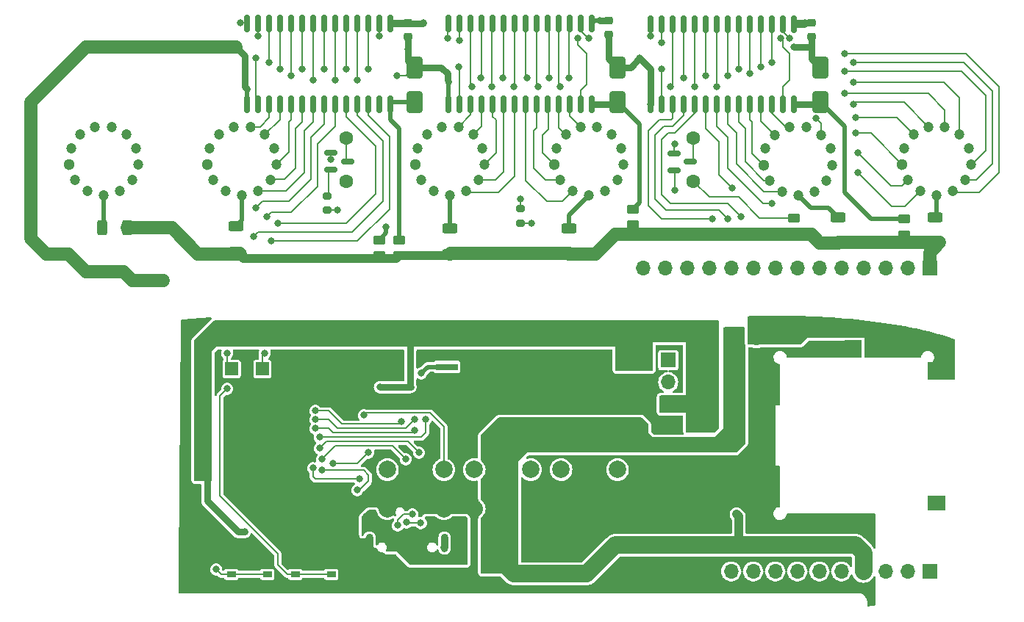
<source format=gbl>
%TF.GenerationSoftware,KiCad,Pcbnew,(7.0.0)*%
%TF.CreationDate,2023-08-29T20:45:16+09:00*%
%TF.ProjectId,IN-16_Nixie_Clock,494e2d31-365f-44e6-9978-69655f436c6f,rev?*%
%TF.SameCoordinates,Original*%
%TF.FileFunction,Copper,L2,Bot*%
%TF.FilePolarity,Positive*%
%FSLAX46Y46*%
G04 Gerber Fmt 4.6, Leading zero omitted, Abs format (unit mm)*
G04 Created by KiCad (PCBNEW (7.0.0)) date 2023-08-29 20:45:16*
%MOMM*%
%LPD*%
G01*
G04 APERTURE LIST*
G04 Aperture macros list*
%AMRoundRect*
0 Rectangle with rounded corners*
0 $1 Rounding radius*
0 $2 $3 $4 $5 $6 $7 $8 $9 X,Y pos of 4 corners*
0 Add a 4 corners polygon primitive as box body*
4,1,4,$2,$3,$4,$5,$6,$7,$8,$9,$2,$3,0*
0 Add four circle primitives for the rounded corners*
1,1,$1+$1,$2,$3*
1,1,$1+$1,$4,$5*
1,1,$1+$1,$6,$7*
1,1,$1+$1,$8,$9*
0 Add four rect primitives between the rounded corners*
20,1,$1+$1,$2,$3,$4,$5,0*
20,1,$1+$1,$4,$5,$6,$7,0*
20,1,$1+$1,$6,$7,$8,$9,0*
20,1,$1+$1,$8,$9,$2,$3,0*%
G04 Aperture macros list end*
%TA.AperFunction,SMDPad,CuDef*%
%ADD10R,2.500000X0.800000*%
%TD*%
%TA.AperFunction,ComponentPad*%
%ADD11C,1.200000*%
%TD*%
%TA.AperFunction,ComponentPad*%
%ADD12C,1.300000*%
%TD*%
%TA.AperFunction,ComponentPad*%
%ADD13C,1.600000*%
%TD*%
%TA.AperFunction,ComponentPad*%
%ADD14R,1.700000X1.700000*%
%TD*%
%TA.AperFunction,ComponentPad*%
%ADD15O,1.700000X1.700000*%
%TD*%
%TA.AperFunction,ComponentPad*%
%ADD16O,0.800000X2.100000*%
%TD*%
%TA.AperFunction,ComponentPad*%
%ADD17O,0.800000X1.800000*%
%TD*%
%TA.AperFunction,ComponentPad*%
%ADD18R,2.000000X1.800000*%
%TD*%
%TA.AperFunction,ComponentPad*%
%ADD19R,1.800000X2.000000*%
%TD*%
%TA.AperFunction,ComponentPad*%
%ADD20C,2.000000*%
%TD*%
%TA.AperFunction,SMDPad,CuDef*%
%ADD21R,1.050000X0.650000*%
%TD*%
%TA.AperFunction,SMDPad,CuDef*%
%ADD22R,1.500000X1.500000*%
%TD*%
%TA.AperFunction,SMDPad,CuDef*%
%ADD23RoundRect,0.250000X-0.625000X0.312500X-0.625000X-0.312500X0.625000X-0.312500X0.625000X0.312500X0*%
%TD*%
%TA.AperFunction,SMDPad,CuDef*%
%ADD24RoundRect,0.250000X0.650000X-1.000000X0.650000X1.000000X-0.650000X1.000000X-0.650000X-1.000000X0*%
%TD*%
%TA.AperFunction,SMDPad,CuDef*%
%ADD25RoundRect,0.150000X-0.587500X-0.150000X0.587500X-0.150000X0.587500X0.150000X-0.587500X0.150000X0*%
%TD*%
%TA.AperFunction,SMDPad,CuDef*%
%ADD26RoundRect,0.150000X0.150000X-0.875000X0.150000X0.875000X-0.150000X0.875000X-0.150000X-0.875000X0*%
%TD*%
%TA.AperFunction,SMDPad,CuDef*%
%ADD27RoundRect,0.225000X-0.250000X0.225000X-0.250000X-0.225000X0.250000X-0.225000X0.250000X0.225000X0*%
%TD*%
%TA.AperFunction,SMDPad,CuDef*%
%ADD28RoundRect,0.250000X-0.312500X-0.625000X0.312500X-0.625000X0.312500X0.625000X-0.312500X0.625000X0*%
%TD*%
%TA.AperFunction,SMDPad,CuDef*%
%ADD29RoundRect,0.250000X-0.450000X0.262500X-0.450000X-0.262500X0.450000X-0.262500X0.450000X0.262500X0*%
%TD*%
%TA.AperFunction,SMDPad,CuDef*%
%ADD30RoundRect,0.200000X-0.275000X0.200000X-0.275000X-0.200000X0.275000X-0.200000X0.275000X0.200000X0*%
%TD*%
%TA.AperFunction,ViaPad*%
%ADD31C,0.800000*%
%TD*%
%TA.AperFunction,Conductor*%
%ADD32C,0.800000*%
%TD*%
%TA.AperFunction,Conductor*%
%ADD33C,0.500000*%
%TD*%
%TA.AperFunction,Conductor*%
%ADD34C,0.200000*%
%TD*%
%TA.AperFunction,Conductor*%
%ADD35C,1.500000*%
%TD*%
%TA.AperFunction,Conductor*%
%ADD36C,1.000000*%
%TD*%
%TA.AperFunction,Conductor*%
%ADD37C,2.000000*%
%TD*%
G04 APERTURE END LIST*
D10*
%TO.P,BT1,1,+*%
%TO.N,Net-(BT1-+)*%
X91619999Y-88911999D03*
%TO.P,BT1,2,-*%
%TO.N,GND*%
X91619999Y-90411999D03*
%TD*%
D11*
%TO.P,N4,1,A*%
%TO.N,Net-(N4-A)*%
X107940000Y-69120000D03*
%TO.P,N4,2,K1*%
%TO.N,/Nixie_Driver/AN_D1*%
X109800000Y-68660000D03*
%TO.P,N4,3,K7*%
%TO.N,/Nixie_Driver/AN_D7*%
X111230000Y-67390000D03*
%TO.P,N4,4,K3*%
%TO.N,/Nixie_Driver/AN_D3*%
X111910000Y-65600000D03*
%TO.P,N4,5,DP_L*%
%TO.N,unconnected-(N4-DP_L-Pad5)*%
X111680000Y-63700000D03*
%TO.P,N4,6,K4*%
%TO.N,/Nixie_Driver/AN_D4*%
X110590000Y-62130000D03*
%TO.P,N4,7,K5*%
%TO.N,/Nixie_Driver/AN_D5*%
X108900000Y-61240000D03*
%TO.P,N4,8,K6*%
%TO.N,/Nixie_Driver/AN_D6*%
X106980000Y-61240000D03*
%TO.P,N4,9,K2*%
%TO.N,/Nixie_Driver/AN_D2*%
X105290000Y-62130000D03*
%TO.P,N4,10,DP_R*%
%TO.N,unconnected-(N4-DP_R-Pad10)*%
X104200000Y-63700000D03*
D12*
%TO.P,N4,11,K8*%
%TO.N,/Nixie_Driver/AN_D8*%
X103970000Y-65600000D03*
D11*
%TO.P,N4,12,K9*%
%TO.N,/Nixie_Driver/AN_D9*%
X104650000Y-67390000D03*
%TO.P,N4,13,K0*%
%TO.N,/Nixie_Driver/AN_D0*%
X106080000Y-68660000D03*
%TD*%
D13*
%TO.P,N9,A*%
%TO.N,Net-(N9-PadA)*%
X119990818Y-67524000D03*
%TO.P,N9,C*%
%TO.N,Net-(Q2-C)*%
X119990818Y-62524000D03*
%TD*%
D11*
%TO.P,N1,1,A*%
%TO.N,Net-(N1-A)*%
X132040000Y-69160000D03*
%TO.P,N1,2,K1*%
%TO.N,/Nixie_Driver/AN_E1*%
X133900000Y-68700000D03*
%TO.P,N1,3,K7*%
%TO.N,/Nixie_Driver/AN_E7*%
X135330000Y-67430000D03*
%TO.P,N1,4,K3*%
%TO.N,/Nixie_Driver/AN_E3*%
X136010000Y-65640000D03*
%TO.P,N1,5,DP_L*%
%TO.N,unconnected-(N1-DP_L-Pad5)*%
X135780000Y-63740000D03*
%TO.P,N1,6,K4*%
%TO.N,/Nixie_Driver/AN_E4*%
X134690000Y-62170000D03*
%TO.P,N1,7,K5*%
%TO.N,/Nixie_Driver/AN_E5*%
X133000000Y-61280000D03*
%TO.P,N1,8,K6*%
%TO.N,/Nixie_Driver/AN_E6*%
X131080000Y-61280000D03*
%TO.P,N1,9,K2*%
%TO.N,/Nixie_Driver/AN_E2*%
X129390000Y-62170000D03*
%TO.P,N1,10,DP_R*%
%TO.N,unconnected-(N1-DP_R-Pad10)*%
X128300000Y-63740000D03*
D12*
%TO.P,N1,11,K8*%
%TO.N,/Nixie_Driver/AN_E8*%
X128070000Y-65640000D03*
D11*
%TO.P,N1,12,K9*%
%TO.N,/Nixie_Driver/AN_E9*%
X128750000Y-67430000D03*
%TO.P,N1,13,K0*%
%TO.N,/Nixie_Driver/AN_E0*%
X130180000Y-68700000D03*
%TD*%
%TO.P,N8,1,A*%
%TO.N,Net-(N8-A)*%
X68000000Y-69100000D03*
%TO.P,N8,2,K1*%
%TO.N,/Nixie_Driver/AN_B1*%
X69860000Y-68640000D03*
%TO.P,N8,3,K7*%
%TO.N,/Nixie_Driver/AN_B7*%
X71290000Y-67370000D03*
%TO.P,N8,4,K3*%
%TO.N,/Nixie_Driver/AN_B3*%
X71970000Y-65580000D03*
%TO.P,N8,5,DP_L*%
%TO.N,unconnected-(N8-DP_L-Pad5)*%
X71740000Y-63680000D03*
%TO.P,N8,6,K4*%
%TO.N,/Nixie_Driver/AN_B4*%
X70650000Y-62110000D03*
%TO.P,N8,7,K5*%
%TO.N,/Nixie_Driver/AN_B5*%
X68960000Y-61220000D03*
%TO.P,N8,8,K6*%
%TO.N,/Nixie_Driver/AN_B6*%
X67040000Y-61220000D03*
%TO.P,N8,9,K2*%
%TO.N,/Nixie_Driver/AN_B2*%
X65350000Y-62110000D03*
%TO.P,N8,10,DP_R*%
%TO.N,unconnected-(N8-DP_R-Pad10)*%
X64260000Y-63680000D03*
D12*
%TO.P,N8,11,K8*%
%TO.N,/Nixie_Driver/AN_B8*%
X64030000Y-65580000D03*
D11*
%TO.P,N8,12,K9*%
%TO.N,/Nixie_Driver/AN_B9*%
X64710000Y-67370000D03*
%TO.P,N8,13,K0*%
%TO.N,/Nixie_Driver/AN_B0*%
X66140000Y-68640000D03*
%TD*%
%TO.P,N2,1,A*%
%TO.N,Net-(N2-A)*%
X148000000Y-69100000D03*
%TO.P,N2,2,K1*%
%TO.N,/Nixie_Driver/AN_F1*%
X149860000Y-68640000D03*
%TO.P,N2,3,K7*%
%TO.N,/Nixie_Driver/AN_F7*%
X151290000Y-67370000D03*
%TO.P,N2,4,K3*%
%TO.N,/Nixie_Driver/AN_F3*%
X151970000Y-65580000D03*
%TO.P,N2,5,DP_L*%
%TO.N,unconnected-(N2-DP_L-Pad5)*%
X151740000Y-63680000D03*
%TO.P,N2,6,K4*%
%TO.N,/Nixie_Driver/AN_F4*%
X150650000Y-62110000D03*
%TO.P,N2,7,K5*%
%TO.N,/Nixie_Driver/AN_F5*%
X148960000Y-61220000D03*
%TO.P,N2,8,K6*%
%TO.N,/Nixie_Driver/AN_F6*%
X147040000Y-61220000D03*
%TO.P,N2,9,K2*%
%TO.N,/Nixie_Driver/AN_F2*%
X145350000Y-62110000D03*
%TO.P,N2,10,DP_R*%
%TO.N,unconnected-(N2-DP_R-Pad10)*%
X144260000Y-63680000D03*
D12*
%TO.P,N2,11,K8*%
%TO.N,/Nixie_Driver/AN_F8*%
X144030000Y-65580000D03*
D11*
%TO.P,N2,12,K9*%
%TO.N,/Nixie_Driver/AN_F9*%
X144710000Y-67370000D03*
%TO.P,N2,13,K0*%
%TO.N,/Nixie_Driver/AN_F0*%
X146140000Y-68640000D03*
%TD*%
D14*
%TO.P,J3,1,Pin_1*%
%TO.N,+HV*%
X147199999Y-112499999D03*
D15*
%TO.P,J3,2,Pin_2*%
%TO.N,unconnected-(J3-Pin_2-Pad2)*%
X144659999Y-112499999D03*
%TO.P,J3,3,Pin_3*%
%TO.N,unconnected-(J3-Pin_3-Pad3)*%
X142119999Y-112499999D03*
%TO.P,J3,4,Pin_4*%
%TO.N,+5V*%
X139579999Y-112499999D03*
%TO.P,J3,5,Pin_5*%
%TO.N,/Nixie_Driver/CLOCK*%
X137039999Y-112499999D03*
%TO.P,J3,6,Pin_6*%
%TO.N,/Nixie_Driver/STROBE*%
X134499999Y-112499999D03*
%TO.P,J3,7,Pin_7*%
%TO.N,/Nixie_Driver/DATA*%
X131959999Y-112499999D03*
%TO.P,J3,8,Pin_8*%
%TO.N,/Nixie_Driver/BLANK*%
X129419999Y-112499999D03*
%TO.P,J3,9,Pin_9*%
%TO.N,COLON_L*%
X126879999Y-112499999D03*
%TO.P,J3,10,Pin_10*%
%TO.N,COLON_R*%
X124339999Y-112499999D03*
%TO.P,J3,11,Pin_11*%
%TO.N,GND*%
X121799999Y-112499999D03*
%TO.P,J3,12,Pin_12*%
X119259999Y-112499999D03*
%TO.P,J3,13,Pin_13*%
X116719999Y-112499999D03*
%TO.P,J3,14,Pin_14*%
X114179999Y-112499999D03*
%TD*%
D16*
%TO.P,J5,S1,SHIELD*%
%TO.N,GND*%
X82679999Y-109219999D03*
D17*
X82679999Y-113399999D03*
D16*
X91319999Y-109219999D03*
D17*
X91319999Y-113399999D03*
%TD*%
D18*
%TO.P,U3,1,VIN*%
%TO.N,Net-(J2-Pin_2)*%
X147971999Y-89223999D03*
D19*
%TO.P,U3,2,GND*%
%TO.N,GND*%
X138371999Y-86823999D03*
D18*
%TO.P,U3,3,GND*%
X132871999Y-106823999D03*
%TO.P,U3,4,VOUT*%
%TO.N,+HV*%
X147971999Y-104623999D03*
%TD*%
D11*
%TO.P,N3,1,A*%
%TO.N,Net-(N3-A)*%
X91970000Y-69120000D03*
%TO.P,N3,2,K1*%
%TO.N,/Nixie_Driver/AN_C1*%
X93830000Y-68660000D03*
%TO.P,N3,3,K7*%
%TO.N,/Nixie_Driver/AN_C7*%
X95260000Y-67390000D03*
%TO.P,N3,4,K3*%
%TO.N,/Nixie_Driver/AN_C3*%
X95940000Y-65600000D03*
%TO.P,N3,5,DP_L*%
%TO.N,unconnected-(N3-DP_L-Pad5)*%
X95710000Y-63700000D03*
%TO.P,N3,6,K4*%
%TO.N,/Nixie_Driver/AN_C4*%
X94620000Y-62130000D03*
%TO.P,N3,7,K5*%
%TO.N,/Nixie_Driver/AN_C5*%
X92930000Y-61240000D03*
%TO.P,N3,8,K6*%
%TO.N,/Nixie_Driver/AN_C6*%
X91010000Y-61240000D03*
%TO.P,N3,9,K2*%
%TO.N,/Nixie_Driver/AN_C2*%
X89320000Y-62130000D03*
%TO.P,N3,10,DP_R*%
%TO.N,unconnected-(N3-DP_R-Pad10)*%
X88230000Y-63700000D03*
D12*
%TO.P,N3,11,K8*%
%TO.N,/Nixie_Driver/AN_C8*%
X88000000Y-65600000D03*
D11*
%TO.P,N3,12,K9*%
%TO.N,/Nixie_Driver/AN_C9*%
X88680000Y-67390000D03*
%TO.P,N3,13,K0*%
%TO.N,/Nixie_Driver/AN_C0*%
X90110000Y-68660000D03*
%TD*%
%TO.P,N7,1,A*%
%TO.N,Net-(N7-A)*%
X52040000Y-69120000D03*
%TO.P,N7,2,K1*%
%TO.N,/Nixie_Driver/AN_A1*%
X53900000Y-68660000D03*
%TO.P,N7,3,K7*%
%TO.N,/Nixie_Driver/AN_A7*%
X55330000Y-67390000D03*
%TO.P,N7,4,K3*%
%TO.N,/Nixie_Driver/AN_A3*%
X56010000Y-65600000D03*
%TO.P,N7,5,DP_L*%
%TO.N,unconnected-(N7-DP_L-Pad5)*%
X55780000Y-63700000D03*
%TO.P,N7,6,K4*%
%TO.N,/Nixie_Driver/AN_A4*%
X54690000Y-62130000D03*
%TO.P,N7,7,K5*%
%TO.N,/Nixie_Driver/AN_A5*%
X53000000Y-61240000D03*
%TO.P,N7,8,K6*%
%TO.N,/Nixie_Driver/AN_A6*%
X51080000Y-61240000D03*
%TO.P,N7,9,K2*%
%TO.N,/Nixie_Driver/AN_A2*%
X49390000Y-62130000D03*
%TO.P,N7,10,DP_R*%
%TO.N,unconnected-(N7-DP_R-Pad10)*%
X48300000Y-63700000D03*
D12*
%TO.P,N7,11,K8*%
%TO.N,/Nixie_Driver/AN_A8*%
X48070000Y-65600000D03*
D11*
%TO.P,N7,12,K9*%
%TO.N,/Nixie_Driver/AN_A9*%
X48750000Y-67390000D03*
%TO.P,N7,13,K0*%
%TO.N,/Nixie_Driver/AN_A0*%
X50180000Y-68660000D03*
%TD*%
D13*
%TO.P,N5,A*%
%TO.N,Net-(N5-PadA)*%
X80019183Y-67500000D03*
%TO.P,N5,C*%
%TO.N,Net-(Q1-C)*%
X80019183Y-62500000D03*
%TD*%
D14*
%TO.P,J2,1,Pin_1*%
%TO.N,+5V*%
X124708999Y-85597999D03*
D15*
%TO.P,J2,2,Pin_2*%
%TO.N,Net-(J2-Pin_2)*%
X127248999Y-85597999D03*
%TD*%
D20*
%TO.P,SW3,1,A*%
%TO.N,SW_2*%
X111250000Y-100750000D03*
X104750000Y-100750000D03*
%TO.P,SW3,2,B*%
%TO.N,GND*%
X111250000Y-105250000D03*
X104750000Y-105250000D03*
%TD*%
D21*
%TO.P,SW4,1,A*%
%TO.N,/IO0*%
X74124999Y-112834999D03*
X78274999Y-112834999D03*
%TO.P,SW4,2,B*%
%TO.N,GND*%
X74124999Y-110684999D03*
X78274999Y-110684999D03*
%TD*%
D22*
%TO.P,TP1,1,1*%
%TO.N,/U0TXD*%
X66807999Y-89153999D03*
%TD*%
D23*
%TO.P,R2,1*%
%TO.N,Net-(N2-A)*%
X147828000Y-71689500D03*
%TO.P,R2,2*%
%TO.N,+HV_C*%
X147828000Y-74614500D03*
%TD*%
D20*
%TO.P,SW2,1,A*%
%TO.N,SW_1*%
X101250000Y-100750000D03*
X94750000Y-100750000D03*
%TO.P,SW2,2,B*%
%TO.N,GND*%
X101250000Y-105250000D03*
X94750000Y-105250000D03*
%TD*%
D24*
%TO.P,D3,1,K*%
%TO.N,Net-(D3-K)*%
X134620000Y-58388000D03*
%TO.P,D3,2,A*%
%TO.N,GND*%
X134620000Y-54388000D03*
%TD*%
D20*
%TO.P,SW1,1,A*%
%TO.N,SW_0*%
X91250000Y-100750000D03*
X84750000Y-100750000D03*
%TO.P,SW1,2,B*%
%TO.N,GND*%
X91250000Y-105250000D03*
X84750000Y-105250000D03*
%TD*%
D25*
%TO.P,Q1,1,B*%
%TO.N,Net-(Q1-B)*%
X78262500Y-66150000D03*
%TO.P,Q1,2,E*%
%TO.N,GND*%
X78262500Y-64250000D03*
%TO.P,Q1,3,C*%
%TO.N,Net-(Q1-C)*%
X80137500Y-65200000D03*
%TD*%
D22*
%TO.P,TP2,1,1*%
%TO.N,/U0RXD*%
X70357999Y-89153999D03*
%TD*%
D26*
%TO.P,U1,1,VPP*%
%TO.N,Net-(D1-K)*%
X85090000Y-58650000D03*
%TO.P,U1,2,DO*%
%TO.N,unconnected-(U1-DO-Pad2)*%
X83820000Y-58650000D03*
%TO.P,U1,3,HVOUT20*%
%TO.N,/Nixie_Driver/AN_B6*%
X82550000Y-58650000D03*
%TO.P,U1,4,HVOUT19*%
%TO.N,/Nixie_Driver/AN_B2*%
X81280000Y-58650000D03*
%TO.P,U1,5,HVOUT18*%
%TO.N,/Nixie_Driver/AN_B8*%
X80010000Y-58650000D03*
%TO.P,U1,6,HVOUT17*%
%TO.N,/Nixie_Driver/AN_B9*%
X78740000Y-58650000D03*
%TO.P,U1,7,HVOUT16*%
%TO.N,/Nixie_Driver/AN_B0*%
X77470000Y-58650000D03*
%TO.P,U1,8,HVOUT15*%
%TO.N,/Nixie_Driver/AN_B1*%
X76200000Y-58650000D03*
%TO.P,U1,9,HVOUT14*%
%TO.N,/Nixie_Driver/AN_B7*%
X74930000Y-58650000D03*
%TO.P,U1,10,HVOUT13*%
%TO.N,/Nixie_Driver/AN_B3*%
X73660000Y-58650000D03*
%TO.P,U1,11,HVOUT12*%
%TO.N,/Nixie_Driver/AN_B4*%
X72390000Y-58650000D03*
%TO.P,U1,12,HVOUT11*%
%TO.N,/Nixie_Driver/AN_B5*%
X71120000Y-58650000D03*
%TO.P,U1,13,BLANKING*%
%TO.N,/Nixie_Driver/BLANK_C*%
X69850000Y-58650000D03*
%TO.P,U1,14,GND*%
%TO.N,GND*%
X68580000Y-58650000D03*
%TO.P,U1,15,CLOCK*%
%TO.N,/Nixie_Driver/CLOCK_C*%
X68580000Y-49350000D03*
%TO.P,U1,16,STROBE*%
%TO.N,/Nixie_Driver/STROBE_C*%
X69850000Y-49350000D03*
%TO.P,U1,17,HVOUT10*%
%TO.N,/Nixie_Driver/AN_A0*%
X71120000Y-49350000D03*
%TO.P,U1,18,HVOUT9*%
%TO.N,/Nixie_Driver/AN_A9*%
X72390000Y-49350000D03*
%TO.P,U1,19,HVOUT8*%
%TO.N,/Nixie_Driver/AN_A8*%
X73660000Y-49350000D03*
%TO.P,U1,20,HVOUT7*%
%TO.N,/Nixie_Driver/AN_A2*%
X74930000Y-49350000D03*
%TO.P,U1,21,HVOUT6*%
%TO.N,/Nixie_Driver/AN_A6*%
X76200000Y-49350000D03*
%TO.P,U1,22,HVOUT5*%
%TO.N,/Nixie_Driver/AN_A5*%
X77470000Y-49350000D03*
%TO.P,U1,23,HVOUT4*%
%TO.N,/Nixie_Driver/AN_A4*%
X78740000Y-49350000D03*
%TO.P,U1,24,HVOUT3*%
%TO.N,/Nixie_Driver/AN_A3*%
X80010000Y-49350000D03*
%TO.P,U1,25,HVOUT2*%
%TO.N,/Nixie_Driver/AN_A7*%
X81280000Y-49350000D03*
%TO.P,U1,26,HVOUT1*%
%TO.N,/Nixie_Driver/AN_A1*%
X82550000Y-49350000D03*
%TO.P,U1,27,DI*%
%TO.N,/Nixie_Driver/DATA_2*%
X83820000Y-49350000D03*
%TO.P,U1,28,VDD*%
%TO.N,+5V_C*%
X85090000Y-49350000D03*
%TD*%
D23*
%TO.P,R4,1*%
%TO.N,Net-(N3-A)*%
X91948000Y-72959500D03*
%TO.P,R4,2*%
%TO.N,+HV_C*%
X91948000Y-75884500D03*
%TD*%
D27*
%TO.P,C8,1*%
%TO.N,+5V_C*%
X87122000Y-49263000D03*
%TO.P,C8,2*%
%TO.N,GND*%
X87122000Y-50813000D03*
%TD*%
D28*
%TO.P,R12,1*%
%TO.N,Net-(N7-A)*%
X51877500Y-72898000D03*
%TO.P,R12,2*%
%TO.N,+HV_C*%
X54802500Y-72898000D03*
%TD*%
D14*
%TO.P,J4,1,Pin_1*%
%TO.N,+HV_C*%
X147199999Y-77499999D03*
D15*
%TO.P,J4,2,Pin_2*%
%TO.N,unconnected-(J4-Pin_2-Pad2)*%
X144659999Y-77499999D03*
%TO.P,J4,3,Pin_3*%
%TO.N,unconnected-(J4-Pin_3-Pad3)*%
X142119999Y-77499999D03*
%TO.P,J4,4,Pin_4*%
%TO.N,+5V_C*%
X139579999Y-77499999D03*
%TO.P,J4,5,Pin_5*%
%TO.N,/Nixie_Driver/CLOCK_C*%
X137039999Y-77499999D03*
%TO.P,J4,6,Pin_6*%
%TO.N,/Nixie_Driver/STROBE_C*%
X134499999Y-77499999D03*
%TO.P,J4,7,Pin_7*%
%TO.N,/Nixie_Driver/DATA_C*%
X131959999Y-77499999D03*
%TO.P,J4,8,Pin_8*%
%TO.N,/Nixie_Driver/BLANK_C*%
X129419999Y-77499999D03*
%TO.P,J4,9,Pin_9*%
%TO.N,/Nixie_Driver/COLON_L_C*%
X126879999Y-77499999D03*
%TO.P,J4,10,Pin_10*%
%TO.N,/Nixie_Driver/COLON_R_C*%
X124339999Y-77499999D03*
%TO.P,J4,11,Pin_11*%
%TO.N,GND*%
X121799999Y-77499999D03*
%TO.P,J4,12,Pin_12*%
X119259999Y-77499999D03*
%TO.P,J4,13,Pin_13*%
X116719999Y-77499999D03*
%TO.P,J4,14,Pin_14*%
X114179999Y-77499999D03*
%TD*%
D26*
%TO.P,U5,1,VPP*%
%TO.N,Net-(D2-K)*%
X108300000Y-58600000D03*
%TO.P,U5,2,DO*%
%TO.N,/Nixie_Driver/DATA_2*%
X107030000Y-58600000D03*
%TO.P,U5,3,HVOUT20*%
%TO.N,/Nixie_Driver/AN_D6*%
X105760000Y-58600000D03*
%TO.P,U5,4,HVOUT19*%
%TO.N,/Nixie_Driver/AN_D2*%
X104490000Y-58600000D03*
%TO.P,U5,5,HVOUT18*%
%TO.N,/Nixie_Driver/AN_D8*%
X103220000Y-58600000D03*
%TO.P,U5,6,HVOUT17*%
%TO.N,/Nixie_Driver/AN_D9*%
X101950000Y-58600000D03*
%TO.P,U5,7,HVOUT16*%
%TO.N,/Nixie_Driver/AN_D0*%
X100680000Y-58600000D03*
%TO.P,U5,8,HVOUT15*%
%TO.N,/Nixie_Driver/AN_C1*%
X99410000Y-58600000D03*
%TO.P,U5,9,HVOUT14*%
%TO.N,/Nixie_Driver/AN_C7*%
X98140000Y-58600000D03*
%TO.P,U5,10,HVOUT13*%
%TO.N,/Nixie_Driver/AN_C3*%
X96870000Y-58600000D03*
%TO.P,U5,11,HVOUT12*%
%TO.N,/Nixie_Driver/AN_C4*%
X95600000Y-58600000D03*
%TO.P,U5,12,HVOUT11*%
%TO.N,/Nixie_Driver/AN_C5*%
X94330000Y-58600000D03*
%TO.P,U5,13,BLANKING*%
%TO.N,/Nixie_Driver/BLANK_C*%
X93060000Y-58600000D03*
%TO.P,U5,14,GND*%
%TO.N,GND*%
X91790000Y-58600000D03*
%TO.P,U5,15,CLOCK*%
%TO.N,/Nixie_Driver/CLOCK_C*%
X91790000Y-49300000D03*
%TO.P,U5,16,STROBE*%
%TO.N,/Nixie_Driver/STROBE_C*%
X93060000Y-49300000D03*
%TO.P,U5,17,HVOUT10*%
%TO.N,/Nixie_Driver/AN_C0*%
X94330000Y-49300000D03*
%TO.P,U5,18,HVOUT9*%
%TO.N,/Nixie_Driver/AN_C9*%
X95600000Y-49300000D03*
%TO.P,U5,19,HVOUT8*%
%TO.N,/Nixie_Driver/AN_C8*%
X96870000Y-49300000D03*
%TO.P,U5,20,HVOUT7*%
%TO.N,/Nixie_Driver/AN_C2*%
X98140000Y-49300000D03*
%TO.P,U5,21,HVOUT6*%
%TO.N,/Nixie_Driver/AN_C6*%
X99410000Y-49300000D03*
%TO.P,U5,22,HVOUT5*%
%TO.N,/Nixie_Driver/AN_D5*%
X100680000Y-49300000D03*
%TO.P,U5,23,HVOUT4*%
%TO.N,/Nixie_Driver/AN_D4*%
X101950000Y-49300000D03*
%TO.P,U5,24,HVOUT3*%
%TO.N,/Nixie_Driver/AN_D3*%
X103220000Y-49300000D03*
%TO.P,U5,25,HVOUT2*%
%TO.N,/Nixie_Driver/AN_D7*%
X104490000Y-49300000D03*
%TO.P,U5,26,HVOUT1*%
%TO.N,/Nixie_Driver/AN_D1*%
X105760000Y-49300000D03*
%TO.P,U5,27,DI*%
%TO.N,/Nixie_Driver/DATA_1*%
X107030000Y-49300000D03*
%TO.P,U5,28,VDD*%
%TO.N,+5V_C*%
X108300000Y-49300000D03*
%TD*%
D24*
%TO.P,D1,1,K*%
%TO.N,Net-(D1-K)*%
X87859000Y-58388000D03*
%TO.P,D1,2,A*%
%TO.N,GND*%
X87859000Y-54388000D03*
%TD*%
D25*
%TO.P,Q2,1,B*%
%TO.N,Net-(Q2-B)*%
X117759000Y-66228000D03*
%TO.P,Q2,2,E*%
%TO.N,GND*%
X117759000Y-64328000D03*
%TO.P,Q2,3,C*%
%TO.N,Net-(Q2-C)*%
X119634000Y-65278000D03*
%TD*%
D23*
%TO.P,R5,1*%
%TO.N,Net-(N4-A)*%
X105664000Y-72959500D03*
%TO.P,R5,2*%
%TO.N,+HV_C*%
X105664000Y-75884500D03*
%TD*%
D21*
%TO.P,SW5,1,A*%
%TO.N,/EN*%
X66758999Y-112834999D03*
X70908999Y-112834999D03*
%TO.P,SW5,2,B*%
%TO.N,GND*%
X66758999Y-110684999D03*
X70908999Y-110684999D03*
%TD*%
D29*
%TO.P,R13,1*%
%TO.N,Net-(D3-K)*%
X144272000Y-71882000D03*
%TO.P,R13,2*%
%TO.N,+HV_C*%
X144272000Y-73707000D03*
%TD*%
D27*
%TO.P,C11,1*%
%TO.N,+5V_C*%
X133604000Y-49263000D03*
%TO.P,C11,2*%
%TO.N,GND*%
X133604000Y-50813000D03*
%TD*%
D30*
%TO.P,R15,1*%
%TO.N,Net-(Q2-B)*%
X100076000Y-70675000D03*
%TO.P,R15,2*%
%TO.N,/Nixie_Driver/COLON_L_C*%
X100076000Y-72325000D03*
%TD*%
%TO.P,R3,1*%
%TO.N,Net-(Q1-B)*%
X77800000Y-69175000D03*
%TO.P,R3,2*%
%TO.N,/Nixie_Driver/COLON_R_C*%
X77800000Y-70825000D03*
%TD*%
D27*
%TO.P,C10,1*%
%TO.N,+5V_C*%
X110236000Y-49009000D03*
%TO.P,C10,2*%
%TO.N,GND*%
X110236000Y-50559000D03*
%TD*%
D29*
%TO.P,R10,1*%
%TO.N,Net-(D2-K)*%
X113030000Y-70715500D03*
%TO.P,R10,2*%
%TO.N,+HV_C*%
X113030000Y-72540500D03*
%TD*%
%TO.P,R17,1*%
%TO.N,Net-(N9-PadA)*%
X131572000Y-71731500D03*
%TO.P,R17,2*%
%TO.N,+HV_C*%
X131572000Y-73556500D03*
%TD*%
D24*
%TO.P,D2,1,K*%
%TO.N,Net-(D2-K)*%
X111252000Y-58388000D03*
%TO.P,D2,2,A*%
%TO.N,GND*%
X111252000Y-54388000D03*
%TD*%
D29*
%TO.P,R9,1*%
%TO.N,Net-(D1-K)*%
X86106000Y-74271500D03*
%TO.P,R9,2*%
%TO.N,+HV_C*%
X86106000Y-76096500D03*
%TD*%
D14*
%TO.P,J1,1,Pin_1*%
%TO.N,SDA*%
X117093999Y-88137999D03*
D15*
%TO.P,J1,2,Pin_2*%
%TO.N,SCL*%
X117093999Y-90677999D03*
%TO.P,J1,3,Pin_3*%
%TO.N,+3V3*%
X117093999Y-93217999D03*
%TO.P,J1,4,Pin_4*%
%TO.N,GND*%
X117093999Y-95757999D03*
%TD*%
D23*
%TO.P,R1,1*%
%TO.N,Net-(N1-A)*%
X136652000Y-71689500D03*
%TO.P,R1,2*%
%TO.N,+HV_C*%
X136652000Y-74614500D03*
%TD*%
%TO.P,R14,1*%
%TO.N,Net-(N8-A)*%
X67310000Y-72705500D03*
%TO.P,R14,2*%
%TO.N,+HV_C*%
X67310000Y-75630500D03*
%TD*%
D26*
%TO.P,U6,1,VPP*%
%TO.N,Net-(D3-K)*%
X131572000Y-58674000D03*
%TO.P,U6,2,DO*%
%TO.N,/Nixie_Driver/DATA_1*%
X130302000Y-58674000D03*
%TO.P,U6,3,HVOUT20*%
%TO.N,/Nixie_Driver/AN_E6*%
X129032000Y-58674000D03*
%TO.P,U6,4,HVOUT19*%
%TO.N,/Nixie_Driver/AN_E2*%
X127762000Y-58674000D03*
%TO.P,U6,5,HVOUT18*%
%TO.N,/Nixie_Driver/AN_E8*%
X126492000Y-58674000D03*
%TO.P,U6,6,HVOUT17*%
%TO.N,/Nixie_Driver/AN_E9*%
X125222000Y-58674000D03*
%TO.P,U6,7,HVOUT16*%
%TO.N,/Nixie_Driver/AN_E0*%
X123952000Y-58674000D03*
%TO.P,U6,8,HVOUT15*%
%TO.N,/Nixie_Driver/AN_E1*%
X122682000Y-58674000D03*
%TO.P,U6,9,HVOUT14*%
%TO.N,/Nixie_Driver/AN_E7*%
X121412000Y-58674000D03*
%TO.P,U6,10,HVOUT13*%
%TO.N,/Nixie_Driver/AN_E3*%
X120142000Y-58674000D03*
%TO.P,U6,11,HVOUT12*%
%TO.N,/Nixie_Driver/AN_E4*%
X118872000Y-58674000D03*
%TO.P,U6,12,HVOUT11*%
%TO.N,/Nixie_Driver/AN_E5*%
X117602000Y-58674000D03*
%TO.P,U6,13,BLANKING*%
%TO.N,/Nixie_Driver/BLANK_C*%
X116332000Y-58674000D03*
%TO.P,U6,14,GND*%
%TO.N,GND*%
X115062000Y-58674000D03*
%TO.P,U6,15,CLOCK*%
%TO.N,/Nixie_Driver/CLOCK_C*%
X115062000Y-49374000D03*
%TO.P,U6,16,STROBE*%
%TO.N,/Nixie_Driver/STROBE_C*%
X116332000Y-49374000D03*
%TO.P,U6,17,HVOUT10*%
%TO.N,/Nixie_Driver/AN_F0*%
X117602000Y-49374000D03*
%TO.P,U6,18,HVOUT9*%
%TO.N,/Nixie_Driver/AN_F9*%
X118872000Y-49374000D03*
%TO.P,U6,19,HVOUT8*%
%TO.N,/Nixie_Driver/AN_F8*%
X120142000Y-49374000D03*
%TO.P,U6,20,HVOUT7*%
%TO.N,/Nixie_Driver/AN_F2*%
X121412000Y-49374000D03*
%TO.P,U6,21,HVOUT6*%
%TO.N,/Nixie_Driver/AN_F6*%
X122682000Y-49374000D03*
%TO.P,U6,22,HVOUT5*%
%TO.N,/Nixie_Driver/AN_F5*%
X123952000Y-49374000D03*
%TO.P,U6,23,HVOUT4*%
%TO.N,/Nixie_Driver/AN_F4*%
X125222000Y-49374000D03*
%TO.P,U6,24,HVOUT3*%
%TO.N,/Nixie_Driver/AN_F3*%
X126492000Y-49374000D03*
%TO.P,U6,25,HVOUT2*%
%TO.N,/Nixie_Driver/AN_F7*%
X127762000Y-49374000D03*
%TO.P,U6,26,HVOUT1*%
%TO.N,/Nixie_Driver/AN_F1*%
X129032000Y-49374000D03*
%TO.P,U6,27,DI*%
%TO.N,/Nixie_Driver/DATA_C*%
X130302000Y-49374000D03*
%TO.P,U6,28,VDD*%
%TO.N,+5V_C*%
X131572000Y-49374000D03*
%TD*%
D29*
%TO.P,R11,1*%
%TO.N,Net-(N5-PadA)*%
X83820000Y-74271500D03*
%TO.P,R11,2*%
%TO.N,+HV_C*%
X83820000Y-76096500D03*
%TD*%
D31*
%TO.N,GND*%
X102108000Y-90424000D03*
X100838000Y-93726000D03*
X110236000Y-93726000D03*
X109220000Y-93726000D03*
X108204000Y-93726000D03*
X86360000Y-93218000D03*
X87884000Y-93218000D03*
X89408000Y-93218000D03*
X94234000Y-95250000D03*
X93218000Y-95250000D03*
X92202000Y-95250000D03*
%TO.N,+3V3*%
X87417000Y-91227000D03*
%TO.N,Net-(BT1-+)*%
X88646000Y-89662000D03*
%TO.N,+3V3*%
X121792000Y-89026000D03*
X64008000Y-101346000D03*
X121792000Y-91820000D03*
X62992000Y-100330000D03*
X85344000Y-84836000D03*
X113792000Y-88900000D03*
X111760000Y-87884000D03*
X68326000Y-107950000D03*
X112776000Y-88900000D03*
X111760000Y-88900000D03*
X62992000Y-101346000D03*
X64008000Y-100330000D03*
X113792000Y-87884000D03*
X121412000Y-94996000D03*
X122174000Y-95758000D03*
X112776000Y-87884000D03*
X83883000Y-91249000D03*
%TO.N,GND*%
X82550000Y-87630000D03*
X137160000Y-107188000D03*
X61468000Y-96012000D03*
X72390000Y-89408000D03*
X128270000Y-99060000D03*
X67310000Y-52070000D03*
X55372000Y-78994000D03*
X109728000Y-89408000D03*
X62340000Y-104538000D03*
X76200000Y-89408000D03*
X58928000Y-78994000D03*
X107696000Y-102616000D03*
X61722000Y-108966000D03*
X61468000Y-102108000D03*
X88900000Y-113030000D03*
X123926000Y-107468000D03*
X128270000Y-104140000D03*
X61468000Y-100076000D03*
X87884000Y-103632000D03*
X78232000Y-65024000D03*
X57150000Y-78994000D03*
X87122000Y-52324000D03*
X112776000Y-107188000D03*
X85090000Y-113030000D03*
X91694000Y-55118000D03*
X63246000Y-52070000D03*
X117348000Y-104648000D03*
X113792000Y-53340000D03*
X115062000Y-58674000D03*
X102108000Y-89154000D03*
X115439000Y-106041000D03*
X62340000Y-84472000D03*
X82550000Y-90170000D03*
X103124000Y-87376000D03*
X103124000Y-108204000D03*
X118872000Y-104648000D03*
X61468000Y-98044000D03*
X61468000Y-93980000D03*
X67310000Y-97790000D03*
X72390000Y-97790000D03*
X128270000Y-93980000D03*
X65278000Y-52070000D03*
X128270000Y-88900000D03*
X72390000Y-95250000D03*
X103124000Y-109728000D03*
X61468000Y-89916000D03*
X106680000Y-110744000D03*
X85852000Y-55372000D03*
X122682000Y-100330000D03*
X61468000Y-91948000D03*
X139700000Y-107188000D03*
X109728000Y-87884000D03*
X115824000Y-104648000D03*
X117856000Y-63246000D03*
X67310000Y-95250000D03*
X120396000Y-104648000D03*
X131572000Y-52070000D03*
X72390000Y-96520000D03*
X67310000Y-96520000D03*
X62230000Y-111760000D03*
X61468000Y-87884000D03*
X93980000Y-113030000D03*
X62230000Y-113538000D03*
X104394000Y-87376000D03*
%TO.N,/EN*%
X65024000Y-112268000D03*
%TO.N,+5V*%
X97790000Y-111252000D03*
X96012000Y-110236000D03*
X105664000Y-95504000D03*
X106680000Y-95504000D03*
X124968000Y-105918000D03*
X96012000Y-112268000D03*
X97028000Y-110236000D03*
X104648000Y-95504000D03*
X103632000Y-95504000D03*
X97028000Y-112268000D03*
%TO.N,+5V_C*%
X132842000Y-49263000D03*
X88900000Y-49276000D03*
X109220000Y-49009000D03*
%TO.N,/VBUS*%
X82296000Y-106172000D03*
X91186000Y-107188000D03*
X92456000Y-106934000D03*
X83312000Y-106680000D03*
X90170000Y-107188000D03*
X92710000Y-110490000D03*
X82296000Y-107188000D03*
X93472000Y-106934000D03*
X93218000Y-111252000D03*
X84582000Y-107188000D03*
%TO.N,COLON_R*%
X77216000Y-99568000D03*
X86868000Y-99568000D03*
%TO.N,COLON_L*%
X76962000Y-98298000D03*
X88392000Y-98806000D03*
%TO.N,/Nixie_Driver/CLOCK_C*%
X67818000Y-49276000D03*
X91694000Y-51054000D03*
X115062000Y-50800000D03*
%TO.N,/Nixie_Driver/STROBE_C*%
X93060000Y-51308000D03*
X116332000Y-51562000D03*
X69850000Y-50800000D03*
%TO.N,/Nixie_Driver/DATA_C*%
X131064000Y-51054000D03*
%TO.N,/Nixie_Driver/BLANK_C*%
X69596000Y-53340000D03*
X92964000Y-54356000D03*
X116332000Y-54610000D03*
%TO.N,/Nixie_Driver/COLON_R_C*%
X78953000Y-70825000D03*
%TO.N,/Nixie_Driver/COLON_L_C*%
X101346000Y-72390000D03*
%TO.N,/USBD+*%
X88597564Y-106917169D03*
X86961701Y-106830023D03*
%TO.N,/USBD-*%
X87630000Y-105918000D03*
X85939500Y-107188000D03*
%TO.N,Net-(N5-PadA)*%
X84600000Y-72800000D03*
%TO.N,SDA*%
X82550000Y-98806000D03*
X78500000Y-100076000D03*
%TO.N,/IO0*%
X66294000Y-91440000D03*
%TO.N,/U0TXD*%
X66294000Y-87376000D03*
%TO.N,/U0RXD*%
X70612000Y-87376000D03*
%TO.N,/Nixie_Driver/DATA_1*%
X130048000Y-51054000D03*
X107950000Y-50991500D03*
%TO.N,/Nixie_Driver/AN_B0*%
X69596000Y-70612000D03*
%TO.N,/Nixie_Driver/AN_B9*%
X70866000Y-71628000D03*
%TO.N,/Nixie_Driver/AN_B8*%
X72136000Y-72390000D03*
%TO.N,/Nixie_Driver/AN_B6*%
X71374000Y-74422000D03*
%TO.N,/Nixie_Driver/AN_B2*%
X69342000Y-73914000D03*
%TO.N,/Nixie_Driver/AN_A0*%
X71120000Y-53848000D03*
%TO.N,/Nixie_Driver/AN_A9*%
X72390000Y-54610000D03*
%TO.N,/Nixie_Driver/AN_A8*%
X73660000Y-55372000D03*
%TO.N,/Nixie_Driver/AN_A7*%
X81280000Y-55880000D03*
%TO.N,/Nixie_Driver/AN_A6*%
X76200000Y-55880000D03*
%TO.N,/Nixie_Driver/AN_A5*%
X77470000Y-54610000D03*
%TO.N,/Nixie_Driver/AN_A4*%
X78740000Y-55880000D03*
%TO.N,/Nixie_Driver/AN_A3*%
X80010000Y-54610000D03*
%TO.N,/Nixie_Driver/AN_A2*%
X74930000Y-54610000D03*
%TO.N,/Nixie_Driver/AN_A1*%
X82550000Y-54610000D03*
%TO.N,CLOCK_ESP32*%
X76962000Y-97028000D03*
X89154000Y-94996000D03*
%TO.N,STROBE_ESP32*%
X87884000Y-94996000D03*
X76454000Y-94996000D03*
%TO.N,DATA_ESP32*%
X87884000Y-96266000D03*
X76454000Y-96012000D03*
%TO.N,BLANK_ESP32*%
X86360000Y-95250000D03*
X76454000Y-93980000D03*
%TO.N,/Nixie_Driver/AN_D7*%
X104648000Y-56642000D03*
%TO.N,/Nixie_Driver/AN_D5*%
X100838000Y-55626000D03*
%TO.N,/Nixie_Driver/AN_D4*%
X102108000Y-56642000D03*
%TO.N,/Nixie_Driver/AN_D3*%
X103378000Y-55626000D03*
%TO.N,/Nixie_Driver/AN_D1*%
X105664000Y-55626000D03*
%TO.N,/Nixie_Driver/AN_C0*%
X94488000Y-56642000D03*
%TO.N,/Nixie_Driver/AN_C9*%
X95504000Y-55626000D03*
%TO.N,/Nixie_Driver/AN_C8*%
X96774000Y-56642000D03*
%TO.N,/Nixie_Driver/AN_C6*%
X99314000Y-56642000D03*
%TO.N,/Nixie_Driver/AN_C2*%
X98044000Y-55626000D03*
%TO.N,/Nixie_Driver/AN_F0*%
X117348000Y-56642000D03*
X138938000Y-66548000D03*
%TO.N,/Nixie_Driver/AN_F9*%
X138938000Y-64262000D03*
X118872000Y-55626000D03*
%TO.N,/Nixie_Driver/AN_F8*%
X120142000Y-56642000D03*
X138684000Y-61976000D03*
%TO.N,/Nixie_Driver/AN_F7*%
X138430000Y-53848000D03*
X127762000Y-54356000D03*
%TO.N,/Nixie_Driver/AN_F6*%
X122682000Y-56642000D03*
X138430000Y-58674000D03*
%TO.N,/Nixie_Driver/AN_F5*%
X137414000Y-57404000D03*
X123952000Y-55372000D03*
%TO.N,/Nixie_Driver/AN_F4*%
X138430000Y-56134000D03*
X125222000Y-54610000D03*
%TO.N,/Nixie_Driver/AN_F3*%
X126492000Y-55118000D03*
X137414000Y-54864000D03*
%TO.N,/Nixie_Driver/AN_F2*%
X121412000Y-55372000D03*
X138684000Y-60198000D03*
%TO.N,/Nixie_Driver/AN_F1*%
X129032000Y-53848000D03*
X137414000Y-52832000D03*
%TO.N,/Nixie_Driver/AN_E7*%
X124460000Y-68326000D03*
%TO.N,/Nixie_Driver/AN_E5*%
X122174000Y-71882000D03*
%TO.N,/Nixie_Driver/AN_E4*%
X123952000Y-71882000D03*
X134112000Y-60237500D03*
%TO.N,/Nixie_Driver/AN_E3*%
X125476000Y-71628000D03*
%TO.N,/Nixie_Driver/AN_E1*%
X129032000Y-70104000D03*
%TO.N,SW_0*%
X82042000Y-94488000D03*
%TO.N,SW_1*%
X81534000Y-101854000D03*
X76200000Y-100584000D03*
%TO.N,SW_2*%
X81280000Y-103124000D03*
X77216000Y-100838000D03*
%TO.N,/Nixie_Driver/DATA_2*%
X83820000Y-50800000D03*
X106680000Y-50991500D03*
%TO.N,Net-(Q2-B)*%
X100076000Y-69596000D03*
X117856000Y-68580000D03*
%TD*%
D32*
%TO.N,+3V3*%
X87376000Y-86360000D02*
X87630000Y-86106000D01*
X87376000Y-91186000D02*
X87376000Y-86360000D01*
X87417000Y-91227000D02*
X87376000Y-91186000D01*
D33*
%TO.N,Net-(BT1-+)*%
X89396000Y-88912000D02*
X88646000Y-89662000D01*
X91620000Y-88912000D02*
X89396000Y-88912000D01*
D34*
%TO.N,SW_0*%
X82296000Y-94234000D02*
X82042000Y-94488000D01*
X89662000Y-94234000D02*
X82296000Y-94234000D01*
X91250000Y-95822000D02*
X89662000Y-94234000D01*
X91250000Y-100750000D02*
X91250000Y-95822000D01*
D32*
%TO.N,+3V3*%
X83883000Y-91249000D02*
X87395000Y-91249000D01*
X64008000Y-104394000D02*
X64008000Y-101346000D01*
X68326000Y-107950000D02*
X67564000Y-107950000D01*
X87395000Y-91249000D02*
X87417000Y-91227000D01*
X67564000Y-107950000D02*
X64008000Y-104394000D01*
D35*
%TO.N,GND*%
X54356000Y-77978000D02*
X55372000Y-78994000D01*
D32*
X87122000Y-53651000D02*
X87859000Y-54388000D01*
X68326000Y-53086000D02*
X68326000Y-56642000D01*
D35*
X50038000Y-52070000D02*
X43688000Y-58420000D01*
D32*
X91694000Y-55118000D02*
X90964000Y-54388000D01*
X113792000Y-53340000D02*
X112744000Y-54388000D01*
X91790000Y-55976000D02*
X91694000Y-55880000D01*
X115062000Y-58674000D02*
X115062000Y-54610000D01*
D33*
X68580000Y-58650000D02*
X68580000Y-56896000D01*
D35*
X67310000Y-52070000D02*
X50038000Y-52070000D01*
D34*
X78232000Y-65024000D02*
X78262500Y-64993500D01*
D32*
X67310000Y-52070000D02*
X68326000Y-53086000D01*
D34*
X117759000Y-63343000D02*
X117759000Y-64328000D01*
D32*
X87122000Y-50813000D02*
X87122000Y-53651000D01*
X133604000Y-50813000D02*
X133604000Y-53372000D01*
X91694000Y-55880000D02*
X91694000Y-55118000D01*
X133604000Y-52070000D02*
X133604000Y-53372000D01*
D34*
X85852000Y-55372000D02*
X86875000Y-55372000D01*
X86875000Y-55372000D02*
X87122000Y-55125000D01*
D35*
X43688000Y-58420000D02*
X43688000Y-74168000D01*
X50038000Y-77978000D02*
X54356000Y-77978000D01*
X43688000Y-74168000D02*
X45466000Y-75946000D01*
X45466000Y-75946000D02*
X48006000Y-75946000D01*
D32*
X133604000Y-53372000D02*
X134620000Y-54388000D01*
D33*
X91790000Y-55976000D02*
X91790000Y-58600000D01*
D32*
X131572000Y-52070000D02*
X133604000Y-52070000D01*
X110236000Y-53372000D02*
X111252000Y-54388000D01*
X112744000Y-54388000D02*
X111252000Y-54388000D01*
X115062000Y-54610000D02*
X113792000Y-53340000D01*
D35*
X48006000Y-75946000D02*
X50038000Y-77978000D01*
D32*
X68326000Y-56642000D02*
X68580000Y-56896000D01*
X90964000Y-54388000D02*
X87859000Y-54388000D01*
D35*
X55372000Y-78994000D02*
X58928000Y-78994000D01*
D34*
X117856000Y-63246000D02*
X117759000Y-63343000D01*
D32*
X110236000Y-50559000D02*
X110236000Y-53372000D01*
D34*
X78262500Y-64993500D02*
X78262500Y-64250000D01*
%TO.N,/EN*%
X65591000Y-112835000D02*
X66759000Y-112835000D01*
X70909000Y-112835000D02*
X66759000Y-112835000D01*
X65024000Y-112268000D02*
X65591000Y-112835000D01*
D36*
%TO.N,+5V*%
X124968000Y-105918000D02*
X125222000Y-106172000D01*
D37*
X107696000Y-112776000D02*
X110998000Y-109474000D01*
X99314000Y-112776000D02*
X107696000Y-112776000D01*
X110998000Y-109474000D02*
X125222000Y-109474000D01*
X139580000Y-110370000D02*
X139580000Y-112500000D01*
X97790000Y-111252000D02*
X99314000Y-112776000D01*
X138684000Y-109474000D02*
X139580000Y-110370000D01*
X125222000Y-109474000D02*
X138684000Y-109474000D01*
D36*
X125222000Y-106172000D02*
X125222000Y-109474000D01*
D32*
%TO.N,+5V_C*%
X88826000Y-49350000D02*
X85090000Y-49350000D01*
X87122000Y-49263000D02*
X85177000Y-49263000D01*
X88900000Y-49276000D02*
X88826000Y-49350000D01*
X132842000Y-49263000D02*
X132731000Y-49374000D01*
D33*
X108591000Y-49009000D02*
X108300000Y-49300000D01*
X109220000Y-49009000D02*
X108591000Y-49009000D01*
D32*
X131683000Y-49263000D02*
X131572000Y-49374000D01*
X109220000Y-49009000D02*
X110236000Y-49009000D01*
X133604000Y-49263000D02*
X131683000Y-49263000D01*
X85177000Y-49263000D02*
X85090000Y-49350000D01*
X132731000Y-49374000D02*
X131572000Y-49374000D01*
D33*
%TO.N,Net-(D1-K)*%
X85090000Y-60452000D02*
X85090000Y-58650000D01*
X86106000Y-74271500D02*
X86106000Y-61468000D01*
X86106000Y-61468000D02*
X85090000Y-60452000D01*
X87859000Y-58388000D02*
X85352000Y-58388000D01*
X85352000Y-58388000D02*
X85090000Y-58650000D01*
D32*
%TO.N,Net-(D2-K)*%
X108300000Y-58600000D02*
X111040000Y-58600000D01*
D33*
X113792000Y-60928000D02*
X111252000Y-58388000D01*
X113792000Y-69953500D02*
X113792000Y-60928000D01*
D32*
X111040000Y-58600000D02*
X111252000Y-58388000D01*
D33*
X113030000Y-70715500D02*
X113792000Y-69953500D01*
D32*
%TO.N,Net-(D3-K)*%
X131572000Y-58674000D02*
X134334000Y-58674000D01*
D33*
X144272000Y-71882000D02*
X140462000Y-71882000D01*
X140462000Y-71882000D02*
X137414000Y-68834000D01*
X137414000Y-61182000D02*
X134620000Y-58388000D01*
D32*
X134334000Y-58674000D02*
X134620000Y-58388000D01*
D33*
X137414000Y-68834000D02*
X137414000Y-61182000D01*
D34*
%TO.N,COLON_R*%
X86868000Y-99568000D02*
X85344000Y-98044000D01*
X85344000Y-98044000D02*
X78740000Y-98044000D01*
X78740000Y-98044000D02*
X77216000Y-99568000D01*
%TO.N,COLON_L*%
X87122000Y-97536000D02*
X88392000Y-98806000D01*
X77724000Y-97536000D02*
X87122000Y-97536000D01*
X76962000Y-98298000D02*
X77724000Y-97536000D01*
D35*
%TO.N,+HV_C*%
X133604000Y-73660000D02*
X134558500Y-74614500D01*
X91990000Y-75842500D02*
X91948000Y-75884500D01*
X147200000Y-77500000D02*
X147200000Y-75708500D01*
D36*
X113030000Y-73660000D02*
X113030000Y-72540500D01*
D35*
X134558500Y-74614500D02*
X136652000Y-74614500D01*
X105664000Y-75884500D02*
X105725500Y-75946000D01*
X136694000Y-74572500D02*
X136652000Y-74614500D01*
D36*
X91736000Y-76096500D02*
X91948000Y-75884500D01*
D35*
X105725500Y-75946000D02*
X108712000Y-75946000D01*
D36*
X85748500Y-76454000D02*
X86106000Y-76096500D01*
D35*
X62930500Y-75884500D02*
X59944000Y-72898000D01*
D36*
X86106000Y-76096500D02*
X91736000Y-76096500D01*
X67310000Y-75630500D02*
X68133500Y-76454000D01*
D35*
X59944000Y-72898000D02*
X54802500Y-72898000D01*
X148336000Y-74572500D02*
X136694000Y-74572500D01*
X110998000Y-73660000D02*
X133604000Y-73660000D01*
D36*
X68133500Y-76454000D02*
X85748500Y-76454000D01*
D35*
X105664000Y-75884500D02*
X105622000Y-75842500D01*
X147200000Y-75708500D02*
X148336000Y-74572500D01*
X105622000Y-75842500D02*
X91990000Y-75842500D01*
X67818000Y-75884500D02*
X62930500Y-75884500D01*
X108712000Y-75946000D02*
X110998000Y-73660000D01*
D34*
%TO.N,/Nixie_Driver/CLOCK_C*%
X91694000Y-49396000D02*
X91790000Y-49300000D01*
X68506000Y-49276000D02*
X68580000Y-49350000D01*
X91694000Y-51054000D02*
X91694000Y-49396000D01*
X115062000Y-50800000D02*
X115062000Y-49374000D01*
X67818000Y-49276000D02*
X68506000Y-49276000D01*
%TO.N,/Nixie_Driver/STROBE_C*%
X116332000Y-51562000D02*
X116332000Y-49374000D01*
X93060000Y-51308000D02*
X93060000Y-49300000D01*
X69850000Y-50800000D02*
X69850000Y-49350000D01*
%TO.N,/Nixie_Driver/DATA_C*%
X130302000Y-50292000D02*
X130302000Y-49374000D01*
X131064000Y-51054000D02*
X130302000Y-50292000D01*
%TO.N,/Nixie_Driver/BLANK_C*%
X69596000Y-58396000D02*
X69850000Y-58650000D01*
X116332000Y-54610000D02*
X116332000Y-58674000D01*
X93060000Y-58600000D02*
X93060000Y-54452000D01*
X93060000Y-54452000D02*
X92964000Y-54356000D01*
X92964000Y-54356000D02*
X93062612Y-54454612D01*
X69596000Y-53340000D02*
X69596000Y-58396000D01*
%TO.N,/Nixie_Driver/COLON_R_C*%
X77800000Y-70825000D02*
X78953000Y-70825000D01*
%TO.N,/Nixie_Driver/COLON_L_C*%
X101346000Y-72390000D02*
X100141000Y-72390000D01*
X100141000Y-72390000D02*
X100076000Y-72325000D01*
%TO.N,/USBD+*%
X87048847Y-106917169D02*
X88597564Y-106917169D01*
X86961701Y-106830023D02*
X87048847Y-106917169D01*
%TO.N,/USBD-*%
X85939500Y-106592500D02*
X86614000Y-105918000D01*
X85939500Y-107188000D02*
X85939500Y-106592500D01*
X86614000Y-105918000D02*
X87630000Y-105918000D01*
D33*
%TO.N,Net-(N1-A)*%
X133492000Y-70612000D02*
X132040000Y-69160000D01*
X135574500Y-70612000D02*
X133492000Y-70612000D01*
X136652000Y-71689500D02*
X135574500Y-70612000D01*
%TO.N,Net-(N2-A)*%
X148000000Y-69100000D02*
X148000000Y-71517500D01*
X148000000Y-71517500D02*
X147828000Y-71689500D01*
%TO.N,Net-(N3-A)*%
X91948000Y-69142000D02*
X91970000Y-69120000D01*
X91948000Y-72959500D02*
X91948000Y-69142000D01*
%TO.N,Net-(N4-A)*%
X105664000Y-72959500D02*
X105664000Y-71396000D01*
X105664000Y-71396000D02*
X107940000Y-69120000D01*
%TO.N,Net-(N5-PadA)*%
X84600000Y-73491500D02*
X84600000Y-72800000D01*
X83820000Y-74271500D02*
X84600000Y-73491500D01*
D34*
%TO.N,Net-(N9-PadA)*%
X131572000Y-71731500D02*
X127611500Y-71731500D01*
X127611500Y-71731500D02*
X125222000Y-69342000D01*
X125222000Y-69342000D02*
X121808818Y-69342000D01*
X121808818Y-69342000D02*
X119990818Y-67524000D01*
D33*
%TO.N,Net-(N7-A)*%
X51877500Y-72898000D02*
X52040000Y-72735500D01*
X52040000Y-72735500D02*
X52040000Y-69120000D01*
%TO.N,Net-(N8-A)*%
X68000000Y-72015500D02*
X67310000Y-72705500D01*
X68000000Y-69100000D02*
X68000000Y-72015500D01*
D34*
%TO.N,SDA*%
X82550000Y-98806000D02*
X81280000Y-100076000D01*
X81280000Y-100076000D02*
X78500000Y-100076000D01*
%TO.N,/IO0*%
X65450000Y-103776000D02*
X72136000Y-110462000D01*
X66294000Y-91440000D02*
X65450000Y-92284000D01*
X72136000Y-110462000D02*
X72136000Y-111760000D01*
X65450000Y-92284000D02*
X65450000Y-103776000D01*
X74125000Y-112835000D02*
X78275000Y-112835000D01*
X73211000Y-112835000D02*
X74125000Y-112835000D01*
X72136000Y-111760000D02*
X73211000Y-112835000D01*
%TO.N,/U0TXD*%
X66294000Y-87376000D02*
X66294000Y-88640000D01*
X66294000Y-88640000D02*
X66808000Y-89154000D01*
%TO.N,/U0RXD*%
X70612000Y-87376000D02*
X70358000Y-87630000D01*
X70358000Y-87630000D02*
X70358000Y-89154000D01*
%TO.N,/Nixie_Driver/DATA_1*%
X130302000Y-56642000D02*
X130302000Y-58674000D01*
X107950000Y-50991500D02*
X107887500Y-50991500D01*
X107030000Y-50134000D02*
X107030000Y-49300000D01*
X131064000Y-52832000D02*
X131064000Y-55880000D01*
X130302000Y-51308000D02*
X130302000Y-52070000D01*
X107887500Y-50991500D02*
X107030000Y-50134000D01*
X131064000Y-55880000D02*
X130302000Y-56642000D01*
X130302000Y-52070000D02*
X131064000Y-52832000D01*
X130048000Y-51054000D02*
X130302000Y-51308000D01*
%TO.N,/Nixie_Driver/AN_B0*%
X75946000Y-62484000D02*
X77470000Y-60960000D01*
X70358000Y-69850000D02*
X73406000Y-69850000D01*
X77470000Y-60960000D02*
X77470000Y-58650000D01*
X73406000Y-69850000D02*
X75946000Y-67310000D01*
X75946000Y-67310000D02*
X75946000Y-62484000D01*
X69596000Y-70612000D02*
X70358000Y-69850000D01*
%TO.N,/Nixie_Driver/AN_B9*%
X76708000Y-68109000D02*
X76708000Y-63246000D01*
X73697000Y-71120000D02*
X76708000Y-68109000D01*
X71374000Y-71120000D02*
X73697000Y-71120000D01*
X76708000Y-63246000D02*
X78740000Y-61214000D01*
X78740000Y-61214000D02*
X78740000Y-58650000D01*
X70866000Y-71628000D02*
X71374000Y-71120000D01*
%TO.N,/Nixie_Driver/AN_B8*%
X83400000Y-63461000D02*
X80010000Y-60071000D01*
X72136000Y-72390000D02*
X80010000Y-72390000D01*
X83400000Y-69000000D02*
X83400000Y-63461000D01*
X80010000Y-60071000D02*
X80010000Y-58650000D01*
X80010000Y-72390000D02*
X83400000Y-69000000D01*
%TO.N,/Nixie_Driver/AN_B7*%
X74168000Y-61468000D02*
X74168000Y-66040000D01*
X72898000Y-67310000D02*
X71350000Y-67310000D01*
X74930000Y-58650000D02*
X74930000Y-60706000D01*
X74930000Y-60706000D02*
X74168000Y-61468000D01*
X74168000Y-66040000D02*
X72898000Y-67310000D01*
X71350000Y-67310000D02*
X71290000Y-67370000D01*
%TO.N,/Nixie_Driver/AN_B6*%
X71374000Y-74422000D02*
X81280000Y-74422000D01*
X85000000Y-62394000D02*
X82550000Y-59944000D01*
X81280000Y-74422000D02*
X85000000Y-70702000D01*
X82550000Y-59944000D02*
X82550000Y-58650000D01*
X85000000Y-70702000D02*
X85000000Y-62394000D01*
%TO.N,/Nixie_Driver/AN_B5*%
X70098000Y-61220000D02*
X68960000Y-61220000D01*
X71120000Y-60198000D02*
X70098000Y-61220000D01*
X71120000Y-58650000D02*
X71120000Y-60198000D01*
%TO.N,/Nixie_Driver/AN_B4*%
X72390000Y-60370000D02*
X70650000Y-62110000D01*
X72390000Y-58650000D02*
X72390000Y-60370000D01*
%TO.N,/Nixie_Driver/AN_B3*%
X73406000Y-60706000D02*
X73406000Y-64144000D01*
X73660000Y-58650000D02*
X73660000Y-60452000D01*
X73406000Y-64144000D02*
X71970000Y-65580000D01*
X73660000Y-60452000D02*
X73406000Y-60706000D01*
%TO.N,/Nixie_Driver/AN_B2*%
X80645000Y-73406000D02*
X84200000Y-69851000D01*
X84200000Y-62864000D02*
X81280000Y-59944000D01*
X81280000Y-59944000D02*
X81280000Y-58650000D01*
X69342000Y-73914000D02*
X69850000Y-73406000D01*
X84200000Y-69851000D02*
X84200000Y-62864000D01*
X69850000Y-73406000D02*
X80645000Y-73406000D01*
%TO.N,/Nixie_Driver/AN_B1*%
X75184000Y-66548000D02*
X73092000Y-68640000D01*
X73092000Y-68640000D02*
X69860000Y-68640000D01*
X75184000Y-61722000D02*
X75184000Y-66548000D01*
X76200000Y-60706000D02*
X75184000Y-61722000D01*
X76200000Y-58650000D02*
X76200000Y-60706000D01*
%TO.N,/Nixie_Driver/AN_A0*%
X71120000Y-49350000D02*
X71120000Y-53848000D01*
%TO.N,/Nixie_Driver/AN_A9*%
X72390000Y-49350000D02*
X72390000Y-54610000D01*
%TO.N,/Nixie_Driver/AN_A8*%
X73660000Y-55372000D02*
X73660000Y-49350000D01*
%TO.N,/Nixie_Driver/AN_A7*%
X81280000Y-55880000D02*
X81280000Y-49350000D01*
%TO.N,/Nixie_Driver/AN_A6*%
X76200000Y-55880000D02*
X76200000Y-49350000D01*
%TO.N,/Nixie_Driver/AN_A5*%
X77470000Y-49350000D02*
X77470000Y-54610000D01*
%TO.N,/Nixie_Driver/AN_A4*%
X78740000Y-55880000D02*
X78740000Y-49350000D01*
%TO.N,/Nixie_Driver/AN_A3*%
X80010000Y-54610000D02*
X80010000Y-49350000D01*
%TO.N,/Nixie_Driver/AN_A2*%
X74930000Y-54610000D02*
X74930000Y-49350000D01*
%TO.N,/Nixie_Driver/AN_A1*%
X82550000Y-54610000D02*
X82550000Y-49350000D01*
%TO.N,CLOCK_ESP32*%
X88646000Y-97028000D02*
X89154000Y-96520000D01*
X89154000Y-96520000D02*
X89154000Y-94996000D01*
X76962000Y-97028000D02*
X88646000Y-97028000D01*
%TO.N,STROBE_ESP32*%
X78967950Y-96012000D02*
X86868000Y-96012000D01*
X76454000Y-94996000D02*
X77951950Y-94996000D01*
X86868000Y-96012000D02*
X87884000Y-94996000D01*
X77951950Y-94996000D02*
X78967950Y-96012000D01*
%TO.N,DATA_ESP32*%
X78486000Y-96520000D02*
X87630000Y-96520000D01*
X77978000Y-96012000D02*
X78486000Y-96520000D01*
X76454000Y-96012000D02*
X77978000Y-96012000D01*
X87630000Y-96520000D02*
X87884000Y-96266000D01*
%TO.N,BLANK_ESP32*%
X86106000Y-95504000D02*
X86360000Y-95250000D01*
X77978000Y-93980000D02*
X79502000Y-95504000D01*
X79502000Y-95504000D02*
X86106000Y-95504000D01*
X76454000Y-93980000D02*
X77978000Y-93980000D01*
%TO.N,/Nixie_Driver/AN_D0*%
X104890000Y-69850000D02*
X106080000Y-68660000D01*
X103124000Y-69850000D02*
X104890000Y-69850000D01*
X100680000Y-67406000D02*
X103124000Y-69850000D01*
X100680000Y-58600000D02*
X100680000Y-67406000D01*
%TO.N,/Nixie_Driver/AN_D9*%
X101950000Y-61372000D02*
X101600000Y-61722000D01*
X101600000Y-61722000D02*
X101600000Y-66040000D01*
X101950000Y-58600000D02*
X101950000Y-61372000D01*
X101600000Y-66040000D02*
X102950000Y-67390000D01*
X102950000Y-67390000D02*
X104650000Y-67390000D01*
%TO.N,/Nixie_Driver/AN_D8*%
X102616000Y-64246000D02*
X103970000Y-65600000D01*
X103300000Y-58680000D02*
X103300000Y-61546000D01*
X102616000Y-62230000D02*
X102616000Y-64246000D01*
X103220000Y-58600000D02*
X103300000Y-58680000D01*
X103300000Y-61546000D02*
X102616000Y-62230000D01*
%TO.N,/Nixie_Driver/AN_D7*%
X104490000Y-56484000D02*
X104490000Y-49300000D01*
X104648000Y-56642000D02*
X104490000Y-56484000D01*
%TO.N,/Nixie_Driver/AN_D6*%
X105760000Y-58600000D02*
X105760000Y-60020000D01*
X105760000Y-60020000D02*
X106980000Y-61240000D01*
%TO.N,/Nixie_Driver/AN_D5*%
X100838000Y-55626000D02*
X100680000Y-55468000D01*
X100680000Y-55468000D02*
X100680000Y-49300000D01*
%TO.N,/Nixie_Driver/AN_D4*%
X101950000Y-56484000D02*
X101950000Y-49300000D01*
X102108000Y-56642000D02*
X101950000Y-56484000D01*
%TO.N,/Nixie_Driver/AN_D3*%
X103378000Y-55626000D02*
X103378000Y-49458000D01*
X103378000Y-49458000D02*
X103220000Y-49300000D01*
%TO.N,/Nixie_Driver/AN_D2*%
X104490000Y-58600000D02*
X104490000Y-61330000D01*
X104490000Y-61330000D02*
X105290000Y-62130000D01*
%TO.N,/Nixie_Driver/AN_D1*%
X105664000Y-49396000D02*
X105760000Y-49300000D01*
X105664000Y-55626000D02*
X105664000Y-49396000D01*
%TO.N,/Nixie_Driver/AN_C0*%
X94488000Y-56642000D02*
X94330000Y-56484000D01*
X94330000Y-56484000D02*
X94330000Y-49300000D01*
%TO.N,/Nixie_Driver/AN_C9*%
X95600000Y-55530000D02*
X95600000Y-49300000D01*
X95504000Y-55626000D02*
X95600000Y-55530000D01*
%TO.N,/Nixie_Driver/AN_C8*%
X96774000Y-49396000D02*
X96870000Y-49300000D01*
X96774000Y-56642000D02*
X96774000Y-49396000D01*
%TO.N,/Nixie_Driver/AN_C7*%
X98140000Y-58600000D02*
X98140000Y-66452000D01*
X97202000Y-67390000D02*
X95260000Y-67390000D01*
X98140000Y-66452000D02*
X97202000Y-67390000D01*
%TO.N,/Nixie_Driver/AN_C6*%
X99314000Y-56642000D02*
X99410000Y-56546000D01*
X99410000Y-56546000D02*
X99410000Y-49300000D01*
%TO.N,/Nixie_Driver/AN_C5*%
X94330000Y-58600000D02*
X94330000Y-59840000D01*
X94330000Y-59840000D02*
X92930000Y-61240000D01*
%TO.N,/Nixie_Driver/AN_C4*%
X95600000Y-61150000D02*
X94620000Y-62130000D01*
X95600000Y-58600000D02*
X95600000Y-61150000D01*
%TO.N,/Nixie_Driver/AN_C3*%
X97282000Y-64258000D02*
X95940000Y-65600000D01*
X96870000Y-60040000D02*
X97282000Y-60452000D01*
X97282000Y-60452000D02*
X97282000Y-64258000D01*
X96870000Y-58600000D02*
X96870000Y-60040000D01*
%TO.N,/Nixie_Driver/AN_C2*%
X98044000Y-55626000D02*
X98140000Y-55530000D01*
X98140000Y-55530000D02*
X98140000Y-49300000D01*
%TO.N,/Nixie_Driver/AN_C1*%
X97536000Y-68834000D02*
X94004000Y-68834000D01*
X94004000Y-68834000D02*
X93830000Y-68660000D01*
X99410000Y-66960000D02*
X97536000Y-68834000D01*
X99410000Y-58600000D02*
X99410000Y-66960000D01*
%TO.N,/Nixie_Driver/AN_F0*%
X144369000Y-70411000D02*
X146140000Y-68640000D01*
X117348000Y-56642000D02*
X117602000Y-56388000D01*
X142801000Y-70411000D02*
X144369000Y-70411000D01*
X138938000Y-66548000D02*
X142801000Y-70411000D01*
X117602000Y-56388000D02*
X117602000Y-49374000D01*
%TO.N,/Nixie_Driver/AN_F9*%
X144008000Y-68072000D02*
X144710000Y-67370000D01*
X118872000Y-49374000D02*
X118872000Y-55626000D01*
X142748000Y-68072000D02*
X144008000Y-68072000D01*
X138938000Y-64262000D02*
X142748000Y-68072000D01*
%TO.N,/Nixie_Driver/AN_F8*%
X120142000Y-56642000D02*
X120142000Y-49374000D01*
X140426000Y-61976000D02*
X144030000Y-65580000D01*
X138684000Y-61976000D02*
X140426000Y-61976000D01*
%TO.N,/Nixie_Driver/AN_F7*%
X138430000Y-53848000D02*
X151130000Y-53848000D01*
X154432000Y-65532000D02*
X152594000Y-67370000D01*
X152594000Y-67370000D02*
X151290000Y-67370000D01*
X127762000Y-54356000D02*
X127762000Y-49374000D01*
X151130000Y-53848000D02*
X154432000Y-57150000D01*
X154432000Y-57150000D02*
X154432000Y-65532000D01*
%TO.N,/Nixie_Driver/AN_F6*%
X122682000Y-49374000D02*
X122682000Y-56642000D01*
X144240000Y-58420000D02*
X147040000Y-61220000D01*
X138430000Y-58674000D02*
X138684000Y-58420000D01*
X138684000Y-58420000D02*
X144240000Y-58420000D01*
%TO.N,/Nixie_Driver/AN_F5*%
X123952000Y-55372000D02*
X123952000Y-49374000D01*
X148960000Y-59298000D02*
X148960000Y-61220000D01*
X137414000Y-57404000D02*
X147066000Y-57404000D01*
X147066000Y-57404000D02*
X148960000Y-59298000D01*
%TO.N,/Nixie_Driver/AN_F4*%
X125222000Y-49374000D02*
X125222000Y-54610000D01*
X138430000Y-56134000D02*
X148844000Y-56134000D01*
X148844000Y-56134000D02*
X150622000Y-57912000D01*
X150622000Y-57912000D02*
X150622000Y-62082000D01*
X150622000Y-62082000D02*
X150650000Y-62110000D01*
%TO.N,/Nixie_Driver/AN_F3*%
X137414000Y-54864000D02*
X150876000Y-54864000D01*
X152098000Y-65580000D02*
X151970000Y-65580000D01*
X153670000Y-57658000D02*
X153670000Y-64008000D01*
X153670000Y-64008000D02*
X152098000Y-65580000D01*
X126492000Y-55118000D02*
X126492000Y-49374000D01*
X150876000Y-54864000D02*
X153670000Y-57658000D01*
%TO.N,/Nixie_Driver/AN_F2*%
X143438000Y-60198000D02*
X145350000Y-62110000D01*
X121412000Y-49374000D02*
X121412000Y-55372000D01*
X138684000Y-60198000D02*
X143438000Y-60198000D01*
%TO.N,/Nixie_Driver/AN_F1*%
X150054000Y-68834000D02*
X149860000Y-68640000D01*
X155194000Y-56642000D02*
X155194000Y-66548000D01*
X155194000Y-66548000D02*
X152908000Y-68834000D01*
X137414000Y-52832000D02*
X151384000Y-52832000D01*
X129032000Y-53848000D02*
X129032000Y-49374000D01*
X152908000Y-68834000D02*
X150054000Y-68834000D01*
X151384000Y-52832000D02*
X155194000Y-56642000D01*
%TO.N,/Nixie_Driver/AN_E0*%
X128136000Y-68700000D02*
X130180000Y-68700000D01*
X123952000Y-60960000D02*
X124968000Y-61976000D01*
X123952000Y-58674000D02*
X123952000Y-60960000D01*
X124968000Y-61976000D02*
X124968000Y-65532000D01*
X124968000Y-65532000D02*
X128136000Y-68700000D01*
%TO.N,/Nixie_Driver/AN_E9*%
X125984000Y-61468000D02*
X125984000Y-65278000D01*
X125984000Y-65278000D02*
X128136000Y-67430000D01*
X128136000Y-67430000D02*
X128750000Y-67430000D01*
X125222000Y-60706000D02*
X125984000Y-61468000D01*
X125222000Y-58674000D02*
X125222000Y-60706000D01*
%TO.N,/Nixie_Driver/AN_E8*%
X126746000Y-64316000D02*
X128070000Y-65640000D01*
X126492000Y-60452000D02*
X126746000Y-60706000D01*
X126746000Y-60706000D02*
X126746000Y-64316000D01*
X126492000Y-58674000D02*
X126492000Y-60452000D01*
%TO.N,/Nixie_Driver/AN_E7*%
X121412000Y-61468000D02*
X121412000Y-58674000D01*
X122936000Y-62992000D02*
X121412000Y-61468000D01*
X124460000Y-68326000D02*
X122936000Y-66802000D01*
X122936000Y-66802000D02*
X122936000Y-62992000D01*
%TO.N,/Nixie_Driver/AN_E6*%
X129032000Y-58674000D02*
X129032000Y-59690000D01*
X129032000Y-59690000D02*
X130622000Y-61280000D01*
X130622000Y-61280000D02*
X131080000Y-61280000D01*
%TO.N,/Nixie_Driver/AN_E5*%
X114808000Y-61722000D02*
X116078000Y-60452000D01*
X122174000Y-71882000D02*
X116332000Y-71882000D01*
X116332000Y-71882000D02*
X114808000Y-70358000D01*
X117602000Y-60271000D02*
X117602000Y-58674000D01*
X116078000Y-60452000D02*
X117421000Y-60452000D01*
X117421000Y-60452000D02*
X117602000Y-60271000D01*
X114808000Y-70358000D02*
X114808000Y-61722000D01*
%TO.N,/Nixie_Driver/AN_E4*%
X115570000Y-69596000D02*
X115570000Y-62230000D01*
X117602000Y-61214000D02*
X118872000Y-59944000D01*
X122936000Y-70866000D02*
X116840000Y-70866000D01*
X115570000Y-62230000D02*
X116586000Y-61214000D01*
X116586000Y-61214000D02*
X117602000Y-61214000D01*
X134112000Y-60237500D02*
X134690000Y-60815500D01*
X123952000Y-71882000D02*
X122936000Y-70866000D01*
X134690000Y-60815500D02*
X134690000Y-62170000D01*
X118872000Y-59944000D02*
X118872000Y-58674000D01*
X116840000Y-70866000D02*
X115570000Y-69596000D01*
%TO.N,/Nixie_Driver/AN_E3*%
X116332000Y-62738000D02*
X117094000Y-61976000D01*
X116332000Y-69088000D02*
X116332000Y-62738000D01*
X120142000Y-59647000D02*
X120142000Y-58674000D01*
X123952000Y-70104000D02*
X117348000Y-70104000D01*
X125476000Y-71628000D02*
X123952000Y-70104000D01*
X117094000Y-61976000D02*
X117813000Y-61976000D01*
X117348000Y-70104000D02*
X116332000Y-69088000D01*
X117813000Y-61976000D02*
X120142000Y-59647000D01*
%TO.N,/Nixie_Driver/AN_E2*%
X127762000Y-58674000D02*
X127762000Y-60542000D01*
X127762000Y-60542000D02*
X129390000Y-62170000D01*
%TO.N,/Nixie_Driver/AN_E1*%
X129032000Y-70104000D02*
X128016000Y-70104000D01*
X123952000Y-66040000D02*
X123952000Y-62484000D01*
X122682000Y-61214000D02*
X122682000Y-58674000D01*
X123952000Y-62484000D02*
X122682000Y-61214000D01*
X128016000Y-70104000D02*
X123952000Y-66040000D01*
%TO.N,SW_1*%
X76454000Y-101854000D02*
X81534000Y-101854000D01*
X76200000Y-100584000D02*
X76200000Y-101600000D01*
X76200000Y-101600000D02*
X76454000Y-101854000D01*
%TO.N,SW_2*%
X81280000Y-103124000D02*
X81534000Y-103124000D01*
X82550000Y-102108000D02*
X82550000Y-101372050D01*
X81534000Y-103124000D02*
X82550000Y-102108000D01*
X82550000Y-101372050D02*
X82015950Y-100838000D01*
X82015950Y-100838000D02*
X77216000Y-100838000D01*
%TO.N,/Nixie_Driver/DATA_2*%
X107696000Y-56388000D02*
X107030000Y-57054000D01*
X107030000Y-57054000D02*
X107030000Y-58600000D01*
X83820000Y-50800000D02*
X83820000Y-49350000D01*
X107696000Y-52832000D02*
X107696000Y-56388000D01*
X106680000Y-50991500D02*
X106680000Y-51816000D01*
X106680000Y-51816000D02*
X107696000Y-52832000D01*
%TO.N,Net-(Q1-C)*%
X80137500Y-65200000D02*
X80019183Y-65081683D01*
X80019183Y-65081683D02*
X80019183Y-62500000D01*
%TO.N,Net-(Q1-B)*%
X78262500Y-66150000D02*
X77978000Y-66434500D01*
X77978000Y-68997000D02*
X77800000Y-69175000D01*
X77978000Y-66434500D02*
X77978000Y-68997000D01*
%TO.N,Net-(Q2-C)*%
X119634000Y-65278000D02*
X119990818Y-64921182D01*
X119990818Y-64921182D02*
X119990818Y-62524000D01*
%TO.N,Net-(Q2-B)*%
X100076000Y-70675000D02*
X100076000Y-69596000D01*
X117856000Y-68580000D02*
X117856000Y-66325000D01*
X117856000Y-66325000D02*
X117759000Y-66228000D01*
%TD*%
%TA.AperFunction,Conductor*%
%TO.N,GND*%
G36*
X91382580Y-108178603D02*
G01*
X91402031Y-108183397D01*
X91446477Y-108194351D01*
X91474427Y-108204951D01*
X91529599Y-108233908D01*
X91532703Y-108235537D01*
X91557301Y-108252516D01*
X91603619Y-108293550D01*
X91606560Y-108296155D01*
X91626384Y-108318531D01*
X91663772Y-108372697D01*
X91677664Y-108399166D01*
X91700998Y-108460693D01*
X91708152Y-108489716D01*
X91714096Y-108538665D01*
X91715000Y-108553613D01*
X91715000Y-109886387D01*
X91714096Y-109901335D01*
X91708152Y-109950282D01*
X91700998Y-109979305D01*
X91677664Y-110040832D01*
X91663772Y-110067301D01*
X91626384Y-110121467D01*
X91606560Y-110143843D01*
X91557302Y-110187481D01*
X91532703Y-110204461D01*
X91474430Y-110235046D01*
X91446479Y-110245647D01*
X91420340Y-110252090D01*
X91382578Y-110261397D01*
X91352905Y-110265000D01*
X91287095Y-110265000D01*
X91257420Y-110261397D01*
X91193520Y-110245647D01*
X91165568Y-110235046D01*
X91107295Y-110204461D01*
X91082696Y-110187481D01*
X91033438Y-110143843D01*
X91013614Y-110121467D01*
X90976226Y-110067301D01*
X90962334Y-110040831D01*
X90959030Y-110032120D01*
X90929987Y-109955538D01*
X90929679Y-109954670D01*
X90928794Y-109951074D01*
X90924633Y-109941196D01*
X90922985Y-109937074D01*
X90920506Y-109930536D01*
X90922382Y-109929824D01*
X90922353Y-109929756D01*
X90920331Y-109930607D01*
X90920196Y-109930659D01*
X90915525Y-109919568D01*
X90913100Y-109910457D01*
X90913880Y-109910143D01*
X90893354Y-109859309D01*
X90853910Y-109789641D01*
X90845419Y-109781023D01*
X90815305Y-109730696D01*
X90811687Y-109672160D01*
X90835374Y-109618508D01*
X90862509Y-109583145D01*
X90867458Y-109576696D01*
X90897977Y-109503016D01*
X90914590Y-109441016D01*
X90925000Y-109361946D01*
X90925000Y-108553610D01*
X90925904Y-108538666D01*
X90929699Y-108507405D01*
X90931846Y-108489716D01*
X90938997Y-108460701D01*
X90962337Y-108399160D01*
X90976226Y-108372697D01*
X90989312Y-108353739D01*
X91013615Y-108318528D01*
X91033433Y-108296159D01*
X91082701Y-108252513D01*
X91107290Y-108235540D01*
X91165574Y-108204949D01*
X91193518Y-108194352D01*
X91241786Y-108182456D01*
X91257420Y-108178603D01*
X91287093Y-108175000D01*
X91352907Y-108175000D01*
X91382580Y-108178603D01*
G37*
%TD.AperFunction*%
%TA.AperFunction,Conductor*%
G36*
X64468643Y-83197663D02*
G01*
X64515398Y-83234251D01*
X64539786Y-83288381D01*
X64536215Y-83347643D01*
X64505505Y-83398452D01*
X62306450Y-85597507D01*
X62306440Y-85597517D01*
X62304298Y-85599660D01*
X62302373Y-85602005D01*
X62302369Y-85602010D01*
X62268239Y-85643597D01*
X62268232Y-85643605D01*
X62266307Y-85645952D01*
X62264622Y-85648472D01*
X62264618Y-85648479D01*
X62241112Y-85683657D01*
X62241104Y-85683669D01*
X62239427Y-85686180D01*
X62237996Y-85688856D01*
X62237993Y-85688862D01*
X62214067Y-85733621D01*
X62214062Y-85733630D01*
X62211194Y-85738998D01*
X62193809Y-85796309D01*
X62193215Y-85799294D01*
X62193213Y-85799303D01*
X62188339Y-85823807D01*
X62184370Y-85843762D01*
X62184072Y-85846785D01*
X62184072Y-85846787D01*
X62178798Y-85900327D01*
X62178797Y-85900345D01*
X62178500Y-85903362D01*
X62178500Y-101984000D01*
X62179028Y-101988017D01*
X62179029Y-101988019D01*
X62188379Y-102059043D01*
X62188381Y-102059055D01*
X62188910Y-102063070D01*
X62189958Y-102066984D01*
X62189960Y-102066990D01*
X62204472Y-102121148D01*
X62205523Y-102125070D01*
X62207076Y-102128820D01*
X62207078Y-102128825D01*
X62220686Y-102161677D01*
X62236042Y-102198750D01*
X62240987Y-102205194D01*
X62240990Y-102205199D01*
X62255160Y-102223665D01*
X62284592Y-102262021D01*
X62329979Y-102307408D01*
X62393250Y-102355958D01*
X62466930Y-102386477D01*
X62528930Y-102403090D01*
X62608000Y-102413500D01*
X63183500Y-102413500D01*
X63245500Y-102430113D01*
X63290887Y-102475500D01*
X63307500Y-102537500D01*
X63307500Y-104369079D01*
X63307274Y-104376567D01*
X63304094Y-104429118D01*
X63304094Y-104429126D01*
X63303642Y-104436606D01*
X63304993Y-104443982D01*
X63304994Y-104443987D01*
X63314483Y-104495771D01*
X63315610Y-104503171D01*
X63321955Y-104555425D01*
X63321956Y-104555430D01*
X63322860Y-104562872D01*
X63325519Y-104569885D01*
X63325521Y-104569891D01*
X63326450Y-104572340D01*
X63332475Y-104593952D01*
X63332951Y-104596551D01*
X63332954Y-104596560D01*
X63334305Y-104603932D01*
X63337382Y-104610769D01*
X63337383Y-104610772D01*
X63358991Y-104658784D01*
X63361857Y-104665702D01*
X63383182Y-104721930D01*
X63387442Y-104728102D01*
X63387445Y-104728107D01*
X63388937Y-104730268D01*
X63399959Y-104749810D01*
X63401039Y-104752210D01*
X63401044Y-104752219D01*
X63404122Y-104759057D01*
X63408745Y-104764958D01*
X63408747Y-104764961D01*
X63441216Y-104806404D01*
X63445636Y-104812410D01*
X63479817Y-104861929D01*
X63524847Y-104901822D01*
X63530282Y-104906939D01*
X67051059Y-108427716D01*
X67056193Y-108433170D01*
X67096071Y-108478183D01*
X67102240Y-108482441D01*
X67102241Y-108482442D01*
X67145569Y-108512349D01*
X67151602Y-108516788D01*
X67190264Y-108547078D01*
X67198943Y-108553877D01*
X67205785Y-108556956D01*
X67208175Y-108558032D01*
X67227724Y-108569058D01*
X67229888Y-108570552D01*
X67229896Y-108570556D01*
X67236070Y-108574818D01*
X67243087Y-108577479D01*
X67292306Y-108596145D01*
X67299228Y-108599012D01*
X67354068Y-108623694D01*
X67364035Y-108625520D01*
X67385653Y-108631547D01*
X67388113Y-108632480D01*
X67388116Y-108632480D01*
X67395128Y-108635140D01*
X67452277Y-108642079D01*
X67454830Y-108642389D01*
X67462235Y-108643516D01*
X67478066Y-108646416D01*
X67521394Y-108654357D01*
X67581421Y-108650726D01*
X67588909Y-108650500D01*
X68403551Y-108650500D01*
X68411056Y-108650500D01*
X68445238Y-108642074D01*
X68459926Y-108639382D01*
X68494872Y-108635140D01*
X68504346Y-108631547D01*
X68527766Y-108622665D01*
X68542066Y-108618209D01*
X68576225Y-108609790D01*
X68607380Y-108593437D01*
X68621022Y-108587297D01*
X68653930Y-108574818D01*
X68682909Y-108554814D01*
X68695687Y-108547089D01*
X68726852Y-108530734D01*
X68753190Y-108507400D01*
X68764971Y-108498170D01*
X68793929Y-108478183D01*
X68817264Y-108451841D01*
X68827841Y-108441264D01*
X68854183Y-108417929D01*
X68874170Y-108388971D01*
X68883400Y-108377190D01*
X68906734Y-108350852D01*
X68923089Y-108319687D01*
X68930814Y-108306909D01*
X68950818Y-108277930D01*
X68963297Y-108245022D01*
X68969437Y-108231380D01*
X68985790Y-108200225D01*
X68994209Y-108166065D01*
X68998661Y-108151776D01*
X68998962Y-108150980D01*
X69002340Y-108142073D01*
X69037463Y-108091996D01*
X69092255Y-108064802D01*
X69153380Y-108067109D01*
X69205965Y-108098358D01*
X71699181Y-110591574D01*
X71726061Y-110631802D01*
X71735500Y-110679255D01*
X71735500Y-111696567D01*
X71735500Y-111823433D01*
X71738515Y-111832714D01*
X71738516Y-111832717D01*
X71742346Y-111844506D01*
X71746887Y-111863418D01*
X71750354Y-111885304D01*
X71754783Y-111893996D01*
X71754784Y-111893999D01*
X71760412Y-111905044D01*
X71767857Y-111923019D01*
X71774704Y-111944090D01*
X71780436Y-111951980D01*
X71780440Y-111951987D01*
X71787726Y-111962015D01*
X71797889Y-111978598D01*
X71801216Y-111985128D01*
X71807950Y-111998342D01*
X71830513Y-112020905D01*
X71830516Y-112020909D01*
X72950091Y-113140484D01*
X72950094Y-113140486D01*
X72972658Y-113163050D01*
X72992398Y-113173108D01*
X73008984Y-113183272D01*
X73019010Y-113190557D01*
X73026911Y-113196297D01*
X73047991Y-113203146D01*
X73065950Y-113210585D01*
X73085696Y-113220646D01*
X73107585Y-113224112D01*
X73126489Y-113228651D01*
X73147567Y-113235500D01*
X73179481Y-113235500D01*
X73224049Y-113235500D01*
X73270618Y-113244577D01*
X73310368Y-113270478D01*
X73337482Y-113309412D01*
X73343150Y-113322248D01*
X73347794Y-113332765D01*
X73427235Y-113412206D01*
X73498111Y-113443501D01*
X73521477Y-113453818D01*
X73521478Y-113453818D01*
X73530009Y-113457585D01*
X73555135Y-113460500D01*
X74694864Y-113460499D01*
X74719991Y-113457585D01*
X74822765Y-113412206D01*
X74902206Y-113332765D01*
X74910057Y-113314984D01*
X74912518Y-113309412D01*
X74939632Y-113270478D01*
X74979382Y-113244577D01*
X75025951Y-113235500D01*
X77374049Y-113235500D01*
X77420618Y-113244577D01*
X77460368Y-113270478D01*
X77487482Y-113309412D01*
X77493150Y-113322248D01*
X77497794Y-113332765D01*
X77577235Y-113412206D01*
X77648111Y-113443501D01*
X77671477Y-113453818D01*
X77671478Y-113453818D01*
X77680009Y-113457585D01*
X77705135Y-113460500D01*
X78844864Y-113460499D01*
X78869991Y-113457585D01*
X78972765Y-113412206D01*
X79052206Y-113332765D01*
X79097585Y-113229991D01*
X79100500Y-113204865D01*
X79100499Y-112465136D01*
X79097585Y-112440009D01*
X79052206Y-112337235D01*
X78972765Y-112257794D01*
X78957833Y-112251201D01*
X78878522Y-112216181D01*
X78878517Y-112216179D01*
X78869991Y-112212415D01*
X78860726Y-112211340D01*
X78848414Y-112209911D01*
X78848401Y-112209910D01*
X78844865Y-112209500D01*
X78841290Y-112209500D01*
X77708714Y-112209500D01*
X77708696Y-112209500D01*
X77705136Y-112209501D01*
X77701589Y-112209912D01*
X77701577Y-112209913D01*
X77689277Y-112211340D01*
X77689275Y-112211340D01*
X77680009Y-112212415D01*
X77671479Y-112216180D01*
X77671476Y-112216182D01*
X77587745Y-112253153D01*
X77587743Y-112253154D01*
X77577235Y-112257794D01*
X77569112Y-112265916D01*
X77569109Y-112265919D01*
X77505921Y-112329107D01*
X77505920Y-112329109D01*
X77497794Y-112337235D01*
X77493151Y-112347748D01*
X77493150Y-112347751D01*
X77487482Y-112360588D01*
X77460368Y-112399522D01*
X77420618Y-112425423D01*
X77374049Y-112434500D01*
X75025951Y-112434500D01*
X74979382Y-112425423D01*
X74939632Y-112399522D01*
X74912518Y-112360588D01*
X74906849Y-112347751D01*
X74902206Y-112337235D01*
X74822765Y-112257794D01*
X74807833Y-112251201D01*
X74728522Y-112216181D01*
X74728517Y-112216179D01*
X74719991Y-112212415D01*
X74710726Y-112211340D01*
X74698414Y-112209911D01*
X74698401Y-112209910D01*
X74694865Y-112209500D01*
X74691290Y-112209500D01*
X73558714Y-112209500D01*
X73558696Y-112209500D01*
X73555136Y-112209501D01*
X73551589Y-112209912D01*
X73551577Y-112209913D01*
X73539277Y-112211340D01*
X73539275Y-112211340D01*
X73530009Y-112212415D01*
X73521479Y-112216180D01*
X73521476Y-112216182D01*
X73437745Y-112253153D01*
X73437743Y-112253154D01*
X73427235Y-112257794D01*
X73419112Y-112265916D01*
X73419109Y-112265919D01*
X73401392Y-112283637D01*
X73345805Y-112315731D01*
X73281617Y-112315731D01*
X73226030Y-112283637D01*
X72572819Y-111630426D01*
X72545939Y-111590198D01*
X72536500Y-111542745D01*
X72536500Y-110408324D01*
X72536500Y-110398567D01*
X72529651Y-110377489D01*
X72525112Y-110358581D01*
X72521646Y-110336696D01*
X72511586Y-110316954D01*
X72504142Y-110298981D01*
X72497296Y-110277910D01*
X72491558Y-110270012D01*
X72491557Y-110270010D01*
X72484273Y-110259984D01*
X72474107Y-110243396D01*
X72464050Y-110223658D01*
X72441486Y-110201094D01*
X72441484Y-110201091D01*
X70510319Y-108269926D01*
X81482500Y-108269926D01*
X81483095Y-108274182D01*
X81483096Y-108274192D01*
X81493214Y-108346531D01*
X81494222Y-108353739D01*
X81495405Y-108357886D01*
X81495406Y-108357890D01*
X81511705Y-108415022D01*
X81511708Y-108415031D01*
X81512888Y-108419166D01*
X81516674Y-108427716D01*
X81540907Y-108482442D01*
X81547153Y-108496546D01*
X81601332Y-108561557D01*
X81651710Y-108607287D01*
X81721648Y-108654941D01*
X81801977Y-108681579D01*
X81868901Y-108693843D01*
X81953454Y-108697421D01*
X82035744Y-108677664D01*
X82099065Y-108652770D01*
X82172779Y-108611195D01*
X82232258Y-108550991D01*
X82272911Y-108496434D01*
X82313589Y-108422228D01*
X82322334Y-108399166D01*
X82336223Y-108372701D01*
X82373616Y-108318527D01*
X82393428Y-108296164D01*
X82442704Y-108252510D01*
X82467290Y-108235540D01*
X82525574Y-108204949D01*
X82553518Y-108194352D01*
X82601786Y-108182456D01*
X82617420Y-108178603D01*
X82647093Y-108175000D01*
X82712907Y-108175000D01*
X82742580Y-108178603D01*
X82762031Y-108183397D01*
X82806477Y-108194351D01*
X82834427Y-108204951D01*
X82889599Y-108233908D01*
X82892703Y-108235537D01*
X82917301Y-108252516D01*
X82963619Y-108293550D01*
X82966560Y-108296155D01*
X82986384Y-108318531D01*
X83023772Y-108372697D01*
X83037664Y-108399166D01*
X83060998Y-108460693D01*
X83068152Y-108489716D01*
X83074096Y-108538665D01*
X83075000Y-108553610D01*
X83075000Y-109361946D01*
X83075528Y-109365963D01*
X83075529Y-109365965D01*
X83084879Y-109436989D01*
X83084881Y-109437001D01*
X83085410Y-109441016D01*
X83102023Y-109503016D01*
X83132542Y-109576696D01*
X83137488Y-109583142D01*
X83137490Y-109583145D01*
X83163520Y-109617067D01*
X83181092Y-109639967D01*
X83226479Y-109685354D01*
X83229710Y-109687833D01*
X83263517Y-109713775D01*
X83289750Y-109733904D01*
X83363430Y-109764423D01*
X83425430Y-109781036D01*
X83429456Y-109781566D01*
X83429461Y-109781567D01*
X83443351Y-109783395D01*
X83448058Y-109784015D01*
X83493872Y-109799565D01*
X83530248Y-109831464D01*
X83549292Y-109870078D01*
X83549313Y-109870236D01*
X83607302Y-110010233D01*
X83612245Y-110016674D01*
X83612248Y-110016680D01*
X83692655Y-110121467D01*
X83699549Y-110130451D01*
X83717002Y-110143843D01*
X83813319Y-110217751D01*
X83813322Y-110217753D01*
X83819767Y-110222698D01*
X83959764Y-110280687D01*
X84072280Y-110295500D01*
X84143667Y-110295500D01*
X84147720Y-110295500D01*
X84212933Y-110286914D01*
X84279830Y-110296697D01*
X84331652Y-110340121D01*
X84350910Y-110368439D01*
X84350918Y-110368449D01*
X84353337Y-110372006D01*
X84356226Y-110375193D01*
X84356228Y-110375196D01*
X84377410Y-110398567D01*
X84399069Y-110422463D01*
X84464105Y-110476732D01*
X84541541Y-110511058D01*
X84545680Y-110512240D01*
X84545683Y-110512241D01*
X84555164Y-110514948D01*
X84607021Y-110529757D01*
X84690909Y-110541500D01*
X85674096Y-110541500D01*
X85721549Y-110550939D01*
X85761777Y-110577819D01*
X87123660Y-111939702D01*
X87169952Y-111977693D01*
X87210180Y-112004573D01*
X87262998Y-112032806D01*
X87320309Y-112050191D01*
X87367762Y-112059630D01*
X87427362Y-112065500D01*
X93851947Y-112065500D01*
X93856000Y-112065500D01*
X93935070Y-112055090D01*
X93997070Y-112038477D01*
X94070750Y-112007958D01*
X94134021Y-111959408D01*
X94179408Y-111914021D01*
X94227958Y-111850750D01*
X94258477Y-111777070D01*
X94275090Y-111715070D01*
X94285500Y-111636000D01*
X94285500Y-106363009D01*
X94276746Y-106290398D01*
X94262736Y-106233142D01*
X94260447Y-106227061D01*
X94249194Y-106197163D01*
X94236972Y-106164690D01*
X94195677Y-106104322D01*
X94193230Y-106101531D01*
X94193224Y-106101524D01*
X94159257Y-106062793D01*
X94159256Y-106062792D01*
X94156811Y-106060004D01*
X94126937Y-106033223D01*
X94121161Y-106028045D01*
X94116251Y-106023395D01*
X94087306Y-105994450D01*
X94085154Y-105992298D01*
X94038862Y-105954307D01*
X93998634Y-105927427D01*
X93971132Y-105912726D01*
X93951192Y-105902067D01*
X93951186Y-105902064D01*
X93945816Y-105899194D01*
X93888505Y-105881809D01*
X93885514Y-105881214D01*
X93885510Y-105881213D01*
X93844038Y-105872964D01*
X93841052Y-105872370D01*
X93836100Y-105871882D01*
X93784486Y-105866798D01*
X93784469Y-105866797D01*
X93781452Y-105866500D01*
X92218548Y-105866500D01*
X92215531Y-105866797D01*
X92215513Y-105866798D01*
X92161973Y-105872072D01*
X92161971Y-105872072D01*
X92158948Y-105872370D01*
X92155964Y-105872963D01*
X92155961Y-105872964D01*
X92114489Y-105881213D01*
X92114480Y-105881215D01*
X92111495Y-105881809D01*
X92108584Y-105882691D01*
X92108580Y-105882693D01*
X92060015Y-105897425D01*
X92060013Y-105897425D01*
X92054184Y-105899194D01*
X92048816Y-105902062D01*
X92048807Y-105902067D01*
X92004048Y-105925993D01*
X92004042Y-105925996D01*
X92001366Y-105927427D01*
X91998855Y-105929104D01*
X91998843Y-105929112D01*
X91963665Y-105952618D01*
X91963658Y-105952622D01*
X91961138Y-105954307D01*
X91958791Y-105956232D01*
X91958783Y-105956239D01*
X91917197Y-105990368D01*
X91917196Y-105990369D01*
X91914846Y-105992298D01*
X91912712Y-105994431D01*
X91912692Y-105994450D01*
X91899690Y-106007453D01*
X91883135Y-106021344D01*
X91758287Y-106108763D01*
X91739569Y-106119570D01*
X91601439Y-106183981D01*
X91581127Y-106191374D01*
X91433914Y-106230819D01*
X91412629Y-106234572D01*
X91260807Y-106247855D01*
X91239191Y-106247855D01*
X91087369Y-106234572D01*
X91066084Y-106230819D01*
X90918871Y-106191374D01*
X90898559Y-106183981D01*
X90862701Y-106167260D01*
X90760427Y-106119568D01*
X90741714Y-106108764D01*
X90616864Y-106021344D01*
X90600307Y-106007451D01*
X90587306Y-105994450D01*
X90585154Y-105992298D01*
X90538862Y-105954307D01*
X90498634Y-105927427D01*
X90471132Y-105912726D01*
X90451192Y-105902067D01*
X90451186Y-105902064D01*
X90445816Y-105899194D01*
X90388505Y-105881809D01*
X90385514Y-105881214D01*
X90385510Y-105881213D01*
X90344038Y-105872964D01*
X90341052Y-105872370D01*
X90336100Y-105871882D01*
X90284486Y-105866798D01*
X90284469Y-105866797D01*
X90281452Y-105866500D01*
X89139768Y-105866500D01*
X89136060Y-105866950D01*
X89136047Y-105866951D01*
X89070383Y-105874924D01*
X89070367Y-105874926D01*
X89066660Y-105875377D01*
X89063018Y-105876274D01*
X89063016Y-105876275D01*
X89012680Y-105888681D01*
X89012674Y-105888682D01*
X89009034Y-105889580D01*
X89005535Y-105890906D01*
X89005525Y-105890910D01*
X88947183Y-105913035D01*
X88947175Y-105913038D01*
X88940169Y-105915696D01*
X88933999Y-105919954D01*
X88933993Y-105919958D01*
X88882638Y-105955406D01*
X88882620Y-105955419D01*
X88879556Y-105957535D01*
X88876760Y-105960012D01*
X88876755Y-105960016D01*
X88837928Y-105994414D01*
X88837920Y-105994421D01*
X88835132Y-105996892D01*
X88832662Y-105999679D01*
X88832654Y-105999688D01*
X88791268Y-106046404D01*
X88791266Y-106046406D01*
X88786295Y-106052018D01*
X88782812Y-106058653D01*
X88782808Y-106058660D01*
X88753809Y-106113914D01*
X88753804Y-106113925D01*
X88752070Y-106117229D01*
X88750744Y-106120723D01*
X88750740Y-106120734D01*
X88744707Y-106136642D01*
X88718194Y-106178568D01*
X88677369Y-106206747D01*
X88628766Y-106216669D01*
X88512508Y-106216669D01*
X88505227Y-106218463D01*
X88505223Y-106218464D01*
X88466481Y-106228013D01*
X88403508Y-106227061D01*
X88349124Y-106195296D01*
X88317361Y-106140911D01*
X88316548Y-106087043D01*
X88315140Y-106086872D01*
X88334741Y-105925445D01*
X88335645Y-105918000D01*
X88315140Y-105749128D01*
X88311514Y-105739568D01*
X88278659Y-105652935D01*
X88254818Y-105590070D01*
X88158183Y-105450071D01*
X88038685Y-105344205D01*
X88036468Y-105342241D01*
X88036466Y-105342239D01*
X88030852Y-105337266D01*
X87985058Y-105313231D01*
X87886866Y-105261695D01*
X87886862Y-105261693D01*
X87880225Y-105258210D01*
X87872947Y-105256416D01*
X87872944Y-105256415D01*
X87722337Y-105219294D01*
X87722332Y-105219293D01*
X87715056Y-105217500D01*
X87544944Y-105217500D01*
X87537668Y-105219293D01*
X87537662Y-105219294D01*
X87387055Y-105256415D01*
X87387050Y-105256416D01*
X87379775Y-105258210D01*
X87373140Y-105261692D01*
X87373133Y-105261695D01*
X87235791Y-105333779D01*
X87235788Y-105333780D01*
X87229148Y-105337266D01*
X87223537Y-105342236D01*
X87223531Y-105342241D01*
X87112733Y-105440400D01*
X87101817Y-105450071D01*
X87097558Y-105456240D01*
X87097558Y-105456241D01*
X87092244Y-105463940D01*
X87047820Y-105503296D01*
X86990194Y-105517500D01*
X86788618Y-105517500D01*
X86736704Y-105506110D01*
X86694328Y-105474032D01*
X86669274Y-105427159D01*
X86661956Y-105401212D01*
X86661954Y-105401208D01*
X86660963Y-105397692D01*
X86638808Y-105344205D01*
X86603719Y-105281548D01*
X86554972Y-105228813D01*
X86510949Y-105191213D01*
X86507914Y-105189185D01*
X86507910Y-105189182D01*
X86457317Y-105155377D01*
X86451235Y-105151313D01*
X86444323Y-105148763D01*
X86387286Y-105127721D01*
X86387280Y-105127719D01*
X86383856Y-105126456D01*
X86380304Y-105125603D01*
X86380300Y-105125602D01*
X86331121Y-105113795D01*
X86331110Y-105113793D01*
X86327561Y-105112941D01*
X86322095Y-105112294D01*
X86259883Y-105104930D01*
X86259872Y-105104929D01*
X86256245Y-105104500D01*
X86148654Y-105104500D01*
X86145301Y-105104867D01*
X86145286Y-105104868D01*
X86085887Y-105111374D01*
X86085880Y-105111374D01*
X86082530Y-105111742D01*
X86079243Y-105112470D01*
X86079235Y-105112472D01*
X86033419Y-105122629D01*
X86033402Y-105122633D01*
X86030126Y-105123360D01*
X86026947Y-105124439D01*
X86026926Y-105124445D01*
X85973548Y-105142565D01*
X85973539Y-105142568D01*
X85967141Y-105144741D01*
X85961366Y-105148245D01*
X85961358Y-105148249D01*
X85913163Y-105177495D01*
X85910276Y-105179247D01*
X85907612Y-105181291D01*
X85907599Y-105181300D01*
X85870368Y-105209868D01*
X85870358Y-105209876D01*
X85867691Y-105211923D01*
X85865256Y-105214253D01*
X85865250Y-105214259D01*
X85824531Y-105253237D01*
X85824526Y-105253242D01*
X85819642Y-105257918D01*
X85815880Y-105263547D01*
X85815879Y-105263549D01*
X85784570Y-105310403D01*
X85784564Y-105310412D01*
X85782687Y-105313222D01*
X85781130Y-105316211D01*
X85781125Y-105316221D01*
X85759455Y-105357845D01*
X85759453Y-105357850D01*
X85757900Y-105360834D01*
X85756684Y-105363960D01*
X85756678Y-105363974D01*
X85735015Y-105419681D01*
X85733787Y-105422839D01*
X85732914Y-105426095D01*
X85732911Y-105426106D01*
X85695457Y-105565890D01*
X85695455Y-105565899D01*
X85694406Y-105569815D01*
X85693876Y-105573835D01*
X85693875Y-105573844D01*
X85684526Y-105644861D01*
X85683997Y-105648882D01*
X85683997Y-105713065D01*
X85684525Y-105717079D01*
X85684526Y-105717087D01*
X85689725Y-105756576D01*
X85694406Y-105792133D01*
X85697514Y-105799636D01*
X85697515Y-105799640D01*
X85723372Y-105862064D01*
X85723375Y-105862070D01*
X85724925Y-105865812D01*
X85757018Y-105921400D01*
X85781618Y-105953460D01*
X85806526Y-106015659D01*
X85795439Y-106081739D01*
X85751592Y-106132403D01*
X85687788Y-106152860D01*
X85622656Y-106137135D01*
X85608225Y-106129054D01*
X85608215Y-106129049D01*
X85604561Y-106127003D01*
X85577412Y-106116309D01*
X85546796Y-106104249D01*
X85546790Y-106104247D01*
X85542898Y-106102714D01*
X85538035Y-106101524D01*
X85471023Y-106085126D01*
X85471017Y-106085125D01*
X85462867Y-106083131D01*
X85454475Y-106083387D01*
X85454471Y-106083387D01*
X85384712Y-106085519D01*
X85384702Y-106085519D01*
X85380512Y-106085648D01*
X85376366Y-106086341D01*
X85376364Y-106086342D01*
X85319292Y-106095892D01*
X85319279Y-106095894D01*
X85315150Y-106096586D01*
X85311142Y-106097830D01*
X85311140Y-106097831D01*
X85240467Y-106119776D01*
X85240462Y-106119777D01*
X85236462Y-106121020D01*
X85232670Y-106122788D01*
X85232655Y-106122794D01*
X85101442Y-106183980D01*
X85081131Y-106191373D01*
X84933914Y-106230819D01*
X84912629Y-106234572D01*
X84760807Y-106247855D01*
X84739191Y-106247855D01*
X84587369Y-106234572D01*
X84566084Y-106230819D01*
X84418871Y-106191374D01*
X84398559Y-106183981D01*
X84362701Y-106167260D01*
X84260427Y-106119568D01*
X84241714Y-106108764D01*
X84116864Y-106021344D01*
X84100307Y-106007451D01*
X83992547Y-105899691D01*
X83978653Y-105883133D01*
X83978345Y-105882693D01*
X83891231Y-105758281D01*
X83880428Y-105739568D01*
X83879681Y-105737967D01*
X83847866Y-105669738D01*
X83816017Y-105601436D01*
X83808624Y-105581125D01*
X83798190Y-105542184D01*
X83766211Y-105422837D01*
X83762241Y-105412629D01*
X83743327Y-105363990D01*
X83743325Y-105363986D01*
X83742103Y-105360843D01*
X83717318Y-105313231D01*
X83680362Y-105257922D01*
X83632310Y-105211923D01*
X83589725Y-105179247D01*
X83586847Y-105177500D01*
X83586836Y-105177493D01*
X83538645Y-105148250D01*
X83538641Y-105148248D01*
X83532860Y-105144740D01*
X83526451Y-105142564D01*
X83526450Y-105142564D01*
X83473071Y-105124445D01*
X83473067Y-105124444D01*
X83469874Y-105123360D01*
X83466587Y-105122631D01*
X83466579Y-105122629D01*
X83420763Y-105112472D01*
X83420758Y-105112471D01*
X83417469Y-105111742D01*
X83414114Y-105111374D01*
X83414111Y-105111374D01*
X83354713Y-105104868D01*
X83354699Y-105104867D01*
X83351346Y-105104500D01*
X82601362Y-105104500D01*
X82598345Y-105104797D01*
X82598327Y-105104798D01*
X82544787Y-105110072D01*
X82544785Y-105110072D01*
X82541762Y-105110370D01*
X82538778Y-105110963D01*
X82538775Y-105110964D01*
X82497303Y-105119213D01*
X82497294Y-105119215D01*
X82494309Y-105119809D01*
X82491398Y-105120691D01*
X82491394Y-105120693D01*
X82442829Y-105135425D01*
X82442827Y-105135425D01*
X82436998Y-105137194D01*
X82431630Y-105140062D01*
X82431621Y-105140067D01*
X82386862Y-105163993D01*
X82386856Y-105163996D01*
X82384180Y-105165427D01*
X82381669Y-105167104D01*
X82381657Y-105167112D01*
X82346479Y-105190618D01*
X82346472Y-105190622D01*
X82343952Y-105192307D01*
X82341605Y-105194232D01*
X82341597Y-105194239D01*
X82313254Y-105217500D01*
X82297660Y-105230298D01*
X82295517Y-105232440D01*
X82295518Y-105232440D01*
X81995925Y-105532032D01*
X81965872Y-105554145D01*
X81901788Y-105587780D01*
X81901782Y-105587784D01*
X81895148Y-105591266D01*
X81889538Y-105596235D01*
X81889535Y-105596238D01*
X81773430Y-105699098D01*
X81767817Y-105704071D01*
X81763562Y-105710235D01*
X81763557Y-105710241D01*
X81675439Y-105837901D01*
X81675435Y-105837908D01*
X81671182Y-105844070D01*
X81668525Y-105851073D01*
X81668062Y-105851957D01*
X81645953Y-105882004D01*
X81625891Y-105902067D01*
X81608298Y-105919660D01*
X81606373Y-105922005D01*
X81606359Y-105922021D01*
X81572239Y-105963597D01*
X81572232Y-105963605D01*
X81570307Y-105965952D01*
X81568622Y-105968472D01*
X81568618Y-105968479D01*
X81545112Y-106003657D01*
X81545104Y-106003669D01*
X81543427Y-106006180D01*
X81541996Y-106008856D01*
X81541993Y-106008862D01*
X81518067Y-106053621D01*
X81518062Y-106053630D01*
X81515194Y-106058998D01*
X81513425Y-106064827D01*
X81513425Y-106064829D01*
X81506687Y-106087043D01*
X81497809Y-106116309D01*
X81497215Y-106119294D01*
X81497213Y-106119303D01*
X81489407Y-106158547D01*
X81488370Y-106163762D01*
X81488072Y-106166785D01*
X81488072Y-106166787D01*
X81482798Y-106220327D01*
X81482797Y-106220345D01*
X81482500Y-106223362D01*
X81482500Y-108269926D01*
X70510319Y-108269926D01*
X65886818Y-103646425D01*
X65859939Y-103606198D01*
X65850500Y-103558745D01*
X65850500Y-100584000D01*
X75494355Y-100584000D01*
X75495259Y-100591445D01*
X75513955Y-100745423D01*
X75513956Y-100745427D01*
X75514860Y-100752872D01*
X75517518Y-100759882D01*
X75517520Y-100759888D01*
X75572520Y-100904912D01*
X75575182Y-100911930D01*
X75671817Y-101051929D01*
X75757729Y-101128040D01*
X75788575Y-101169962D01*
X75799500Y-101220853D01*
X75799500Y-101536567D01*
X75799500Y-101663433D01*
X75802515Y-101672714D01*
X75802516Y-101672717D01*
X75806346Y-101684506D01*
X75810887Y-101703418D01*
X75811890Y-101709753D01*
X75814354Y-101725304D01*
X75818783Y-101733996D01*
X75818784Y-101733999D01*
X75824412Y-101745044D01*
X75831857Y-101763019D01*
X75838704Y-101784090D01*
X75844436Y-101791980D01*
X75844440Y-101791987D01*
X75851726Y-101802015D01*
X75861889Y-101818598D01*
X75871950Y-101838342D01*
X75894513Y-101860905D01*
X75894516Y-101860909D01*
X76125950Y-102092342D01*
X76215658Y-102182050D01*
X76235397Y-102192107D01*
X76251989Y-102202275D01*
X76256013Y-102205199D01*
X76269910Y-102215296D01*
X76290983Y-102222142D01*
X76308946Y-102229583D01*
X76328696Y-102239646D01*
X76350579Y-102243111D01*
X76369495Y-102247652D01*
X76390567Y-102254499D01*
X76422469Y-102254499D01*
X76422477Y-102254499D01*
X76422481Y-102254500D01*
X80894194Y-102254500D01*
X80951822Y-102268704D01*
X80996247Y-102308064D01*
X81004773Y-102320417D01*
X81026620Y-102385863D01*
X81010107Y-102452854D01*
X80960346Y-102500649D01*
X80879148Y-102543266D01*
X80873537Y-102548236D01*
X80873531Y-102548241D01*
X80757430Y-102651098D01*
X80751817Y-102656071D01*
X80747562Y-102662235D01*
X80747557Y-102662241D01*
X80659445Y-102789893D01*
X80659442Y-102789897D01*
X80655182Y-102796070D01*
X80652523Y-102803081D01*
X80652520Y-102803087D01*
X80597520Y-102948111D01*
X80597517Y-102948119D01*
X80594860Y-102955128D01*
X80593956Y-102962570D01*
X80593955Y-102962576D01*
X80575356Y-103115755D01*
X80574355Y-103124000D01*
X80575259Y-103131445D01*
X80593955Y-103285423D01*
X80593956Y-103285427D01*
X80594860Y-103292872D01*
X80597518Y-103299882D01*
X80597520Y-103299888D01*
X80652520Y-103444912D01*
X80655182Y-103451930D01*
X80659444Y-103458105D01*
X80659445Y-103458106D01*
X80728911Y-103558745D01*
X80751817Y-103591929D01*
X80879148Y-103704734D01*
X81029775Y-103783790D01*
X81194944Y-103824500D01*
X81357556Y-103824500D01*
X81365056Y-103824500D01*
X81530225Y-103783790D01*
X81680852Y-103704734D01*
X81808183Y-103591929D01*
X81904818Y-103451930D01*
X81965140Y-103292872D01*
X81966045Y-103285417D01*
X81966627Y-103283057D01*
X81999342Y-103225049D01*
X82855484Y-102368909D01*
X82855486Y-102368905D01*
X82878050Y-102346342D01*
X82888107Y-102326602D01*
X82898271Y-102310016D01*
X82911296Y-102292090D01*
X82918143Y-102271014D01*
X82925586Y-102253045D01*
X82935646Y-102233304D01*
X82939111Y-102211423D01*
X82943656Y-102192496D01*
X82947485Y-102180712D01*
X82947485Y-102180711D01*
X82950500Y-102171433D01*
X82950500Y-102044567D01*
X82950500Y-101340531D01*
X82950500Y-101308617D01*
X82943655Y-101287551D01*
X82939111Y-101268625D01*
X82937172Y-101256382D01*
X82935646Y-101246746D01*
X82925585Y-101227001D01*
X82918142Y-101209032D01*
X82911296Y-101187961D01*
X82898269Y-101170030D01*
X82888107Y-101153446D01*
X82882481Y-101142404D01*
X82882480Y-101142403D01*
X82878050Y-101133708D01*
X82855486Y-101111144D01*
X82855484Y-101111141D01*
X82494343Y-100750000D01*
X83444532Y-100750000D01*
X83464365Y-100976692D01*
X83465762Y-100981907D01*
X83465764Y-100981916D01*
X83521858Y-101191263D01*
X83521861Y-101191271D01*
X83523261Y-101196496D01*
X83525549Y-101201403D01*
X83525550Y-101201405D01*
X83559060Y-101273266D01*
X83619432Y-101402734D01*
X83749953Y-101589139D01*
X83910861Y-101750047D01*
X84097266Y-101880568D01*
X84303504Y-101976739D01*
X84308734Y-101978140D01*
X84308736Y-101978141D01*
X84441113Y-102013611D01*
X84523308Y-102035635D01*
X84750000Y-102055468D01*
X84976692Y-102035635D01*
X85196496Y-101976739D01*
X85402734Y-101880568D01*
X85589139Y-101750047D01*
X85750047Y-101589139D01*
X85880568Y-101402734D01*
X85976739Y-101196496D01*
X86035635Y-100976692D01*
X86055468Y-100750000D01*
X86035635Y-100523308D01*
X86032056Y-100509950D01*
X85978141Y-100308736D01*
X85978140Y-100308734D01*
X85976739Y-100303504D01*
X85880568Y-100097266D01*
X85750047Y-99910861D01*
X85589139Y-99749953D01*
X85402734Y-99619432D01*
X85308404Y-99575445D01*
X85201405Y-99525550D01*
X85201403Y-99525549D01*
X85196496Y-99523261D01*
X85191271Y-99521861D01*
X85191263Y-99521858D01*
X84981916Y-99465764D01*
X84981907Y-99465762D01*
X84976692Y-99464365D01*
X84971304Y-99463893D01*
X84971301Y-99463893D01*
X84755395Y-99445004D01*
X84750000Y-99444532D01*
X84744605Y-99445004D01*
X84528698Y-99463893D01*
X84528693Y-99463893D01*
X84523308Y-99464365D01*
X84518094Y-99465762D01*
X84518083Y-99465764D01*
X84308736Y-99521858D01*
X84308724Y-99521862D01*
X84303504Y-99523261D01*
X84298599Y-99525547D01*
X84298594Y-99525550D01*
X84102176Y-99617142D01*
X84102172Y-99617144D01*
X84097266Y-99619432D01*
X84092833Y-99622535D01*
X84092826Y-99622540D01*
X83915296Y-99746847D01*
X83915291Y-99746850D01*
X83910861Y-99749953D01*
X83907037Y-99753776D01*
X83907031Y-99753782D01*
X83753782Y-99907031D01*
X83753776Y-99907037D01*
X83749953Y-99910861D01*
X83746850Y-99915291D01*
X83746847Y-99915296D01*
X83622540Y-100092826D01*
X83622535Y-100092833D01*
X83619432Y-100097266D01*
X83617144Y-100102172D01*
X83617142Y-100102176D01*
X83525550Y-100298594D01*
X83525547Y-100298599D01*
X83523261Y-100303504D01*
X83521862Y-100308724D01*
X83521858Y-100308736D01*
X83465764Y-100518083D01*
X83465762Y-100518094D01*
X83464365Y-100523308D01*
X83463893Y-100528693D01*
X83463893Y-100528698D01*
X83445004Y-100744605D01*
X83444532Y-100750000D01*
X82494343Y-100750000D01*
X82276859Y-100532516D01*
X82276855Y-100532513D01*
X82254292Y-100509950D01*
X82245599Y-100505520D01*
X82245597Y-100505519D01*
X82234548Y-100499889D01*
X82217965Y-100489726D01*
X82207937Y-100482440D01*
X82207930Y-100482436D01*
X82200040Y-100476704D01*
X82178969Y-100469857D01*
X82160994Y-100462412D01*
X82149949Y-100456784D01*
X82149946Y-100456783D01*
X82141254Y-100452354D01*
X82131617Y-100450827D01*
X82131616Y-100450827D01*
X82119368Y-100448887D01*
X82100456Y-100444346D01*
X82088667Y-100440516D01*
X82088664Y-100440515D01*
X82079383Y-100437500D01*
X82069623Y-100437500D01*
X81784255Y-100437500D01*
X81727960Y-100423985D01*
X81683937Y-100386385D01*
X81661782Y-100332898D01*
X81666324Y-100275182D01*
X81696574Y-100225819D01*
X82379572Y-99542819D01*
X82419800Y-99515939D01*
X82467253Y-99506500D01*
X82627556Y-99506500D01*
X82635056Y-99506500D01*
X82800225Y-99465790D01*
X82950852Y-99386734D01*
X83078183Y-99273929D01*
X83174818Y-99133930D01*
X83235140Y-98974872D01*
X83255645Y-98806000D01*
X83235140Y-98637128D01*
X83232478Y-98630108D01*
X83225789Y-98612470D01*
X83218635Y-98553553D01*
X83239681Y-98498060D01*
X83284105Y-98458703D01*
X83341731Y-98444500D01*
X85126745Y-98444500D01*
X85174198Y-98453939D01*
X85214426Y-98480819D01*
X86134739Y-99401132D01*
X86164275Y-99448363D01*
X86170154Y-99503757D01*
X86165412Y-99542819D01*
X86162355Y-99568000D01*
X86163259Y-99575445D01*
X86181955Y-99729423D01*
X86181956Y-99729427D01*
X86182860Y-99736872D01*
X86185518Y-99743882D01*
X86185520Y-99743888D01*
X86240520Y-99888912D01*
X86243182Y-99895930D01*
X86247444Y-99902105D01*
X86247445Y-99902106D01*
X86252141Y-99908910D01*
X86339817Y-100035929D01*
X86467148Y-100148734D01*
X86617775Y-100227790D01*
X86782944Y-100268500D01*
X86945556Y-100268500D01*
X86953056Y-100268500D01*
X87118225Y-100227790D01*
X87268852Y-100148734D01*
X87396183Y-100035929D01*
X87492818Y-99895930D01*
X87553140Y-99736872D01*
X87573645Y-99568000D01*
X87553140Y-99399128D01*
X87539134Y-99362198D01*
X87505659Y-99273929D01*
X87492818Y-99240070D01*
X87396183Y-99100071D01*
X87268852Y-98987266D01*
X87212691Y-98957790D01*
X87124866Y-98911695D01*
X87124862Y-98911693D01*
X87118225Y-98908210D01*
X87110947Y-98906416D01*
X87110944Y-98906415D01*
X86960337Y-98869294D01*
X86960332Y-98869293D01*
X86953056Y-98867500D01*
X86785254Y-98867500D01*
X86737801Y-98858061D01*
X86697573Y-98831181D01*
X86014574Y-98148181D01*
X85984324Y-98098818D01*
X85979782Y-98041102D01*
X86001937Y-97987615D01*
X86045960Y-97950015D01*
X86102255Y-97936500D01*
X86904745Y-97936500D01*
X86952198Y-97945939D01*
X86992426Y-97972819D01*
X87658739Y-98639132D01*
X87688275Y-98686363D01*
X87694154Y-98741757D01*
X87687259Y-98798552D01*
X87686355Y-98806000D01*
X87687259Y-98813445D01*
X87705955Y-98967423D01*
X87705956Y-98967427D01*
X87706860Y-98974872D01*
X87709518Y-98981882D01*
X87709520Y-98981888D01*
X87762255Y-99120939D01*
X87767182Y-99133930D01*
X87771444Y-99140105D01*
X87771445Y-99140106D01*
X87854214Y-99260018D01*
X87863817Y-99273929D01*
X87991148Y-99386734D01*
X88141775Y-99465790D01*
X88306944Y-99506500D01*
X88469556Y-99506500D01*
X88477056Y-99506500D01*
X88642225Y-99465790D01*
X88792852Y-99386734D01*
X88920183Y-99273929D01*
X89016818Y-99133930D01*
X89077140Y-98974872D01*
X89097645Y-98806000D01*
X89077140Y-98637128D01*
X89016818Y-98478070D01*
X88920183Y-98338071D01*
X88792852Y-98225266D01*
X88703487Y-98178363D01*
X88648866Y-98149695D01*
X88648862Y-98149693D01*
X88642225Y-98146210D01*
X88634947Y-98144416D01*
X88634944Y-98144415D01*
X88484337Y-98107294D01*
X88484332Y-98107293D01*
X88477056Y-98105500D01*
X88309254Y-98105500D01*
X88261801Y-98096061D01*
X88221573Y-98069181D01*
X87792574Y-97640181D01*
X87762324Y-97590818D01*
X87757782Y-97533102D01*
X87779937Y-97479615D01*
X87823960Y-97442015D01*
X87880255Y-97428500D01*
X88699677Y-97428500D01*
X88709433Y-97428500D01*
X88730495Y-97421656D01*
X88749423Y-97417111D01*
X88771304Y-97413646D01*
X88791045Y-97403586D01*
X88809014Y-97396143D01*
X88830090Y-97389296D01*
X88848016Y-97376271D01*
X88864602Y-97366107D01*
X88884342Y-97356050D01*
X88906905Y-97333486D01*
X88906909Y-97333484D01*
X89459483Y-96780909D01*
X89459485Y-96780905D01*
X89482050Y-96758342D01*
X89492104Y-96738606D01*
X89502275Y-96722009D01*
X89515296Y-96704090D01*
X89522140Y-96683023D01*
X89529591Y-96665037D01*
X89535215Y-96654000D01*
X89535215Y-96653999D01*
X89539646Y-96645304D01*
X89543112Y-96623414D01*
X89547652Y-96604501D01*
X89554499Y-96583433D01*
X89554499Y-96551525D01*
X89554500Y-96551519D01*
X89554500Y-95632853D01*
X89565425Y-95581962D01*
X89596270Y-95540040D01*
X89682183Y-95463929D01*
X89778818Y-95323930D01*
X89822645Y-95208365D01*
X89857768Y-95158294D01*
X89912559Y-95131102D01*
X89973683Y-95133411D01*
X90026266Y-95164659D01*
X90813181Y-95951573D01*
X90840061Y-95991801D01*
X90849500Y-96039254D01*
X90849500Y-99422816D01*
X90830081Y-99489441D01*
X90777905Y-99535198D01*
X90602176Y-99617142D01*
X90602172Y-99617144D01*
X90597266Y-99619432D01*
X90592833Y-99622535D01*
X90592826Y-99622540D01*
X90415296Y-99746847D01*
X90415291Y-99746850D01*
X90410861Y-99749953D01*
X90407037Y-99753776D01*
X90407031Y-99753782D01*
X90253782Y-99907031D01*
X90253776Y-99907037D01*
X90249953Y-99910861D01*
X90246850Y-99915291D01*
X90246847Y-99915296D01*
X90122540Y-100092826D01*
X90122535Y-100092833D01*
X90119432Y-100097266D01*
X90117144Y-100102172D01*
X90117142Y-100102176D01*
X90025550Y-100298594D01*
X90025547Y-100298599D01*
X90023261Y-100303504D01*
X90021862Y-100308724D01*
X90021858Y-100308736D01*
X89965764Y-100518083D01*
X89965762Y-100518094D01*
X89964365Y-100523308D01*
X89963893Y-100528693D01*
X89963893Y-100528698D01*
X89945004Y-100744605D01*
X89944532Y-100750000D01*
X89964365Y-100976692D01*
X89965762Y-100981907D01*
X89965764Y-100981916D01*
X90021858Y-101191263D01*
X90021861Y-101191271D01*
X90023261Y-101196496D01*
X90025549Y-101201403D01*
X90025550Y-101201405D01*
X90059060Y-101273266D01*
X90119432Y-101402734D01*
X90249953Y-101589139D01*
X90410861Y-101750047D01*
X90597266Y-101880568D01*
X90803504Y-101976739D01*
X90808734Y-101978140D01*
X90808736Y-101978141D01*
X90941113Y-102013611D01*
X91023308Y-102035635D01*
X91250000Y-102055468D01*
X91476692Y-102035635D01*
X91696496Y-101976739D01*
X91902734Y-101880568D01*
X92089139Y-101750047D01*
X92250047Y-101589139D01*
X92380568Y-101402734D01*
X92476739Y-101196496D01*
X92535635Y-100976692D01*
X92555468Y-100750000D01*
X92535635Y-100523308D01*
X92532056Y-100509950D01*
X92478141Y-100308736D01*
X92478140Y-100308734D01*
X92476739Y-100303504D01*
X92380568Y-100097266D01*
X92250047Y-99910861D01*
X92089139Y-99749953D01*
X91902734Y-99619432D01*
X91808404Y-99575445D01*
X91722095Y-99535198D01*
X91669919Y-99489441D01*
X91650500Y-99422816D01*
X91650500Y-95768324D01*
X91650500Y-95758567D01*
X91643651Y-95737489D01*
X91639112Y-95718581D01*
X91635646Y-95696696D01*
X91625586Y-95676954D01*
X91618142Y-95658981D01*
X91611296Y-95637910D01*
X91598275Y-95619989D01*
X91588105Y-95603394D01*
X91584593Y-95596501D01*
X91578050Y-95583658D01*
X91488342Y-95493950D01*
X89922909Y-93928516D01*
X89922905Y-93928513D01*
X89900342Y-93905950D01*
X89891649Y-93901520D01*
X89891647Y-93901519D01*
X89880598Y-93895889D01*
X89864015Y-93885726D01*
X89853987Y-93878440D01*
X89853980Y-93878436D01*
X89846090Y-93872704D01*
X89825019Y-93865857D01*
X89807044Y-93858412D01*
X89795999Y-93852784D01*
X89795996Y-93852783D01*
X89787304Y-93848354D01*
X89777667Y-93846827D01*
X89777666Y-93846827D01*
X89765418Y-93844887D01*
X89746506Y-93840346D01*
X89734717Y-93836516D01*
X89734714Y-93836515D01*
X89725433Y-93833500D01*
X89715673Y-93833500D01*
X82326348Y-93833500D01*
X82292452Y-93827287D01*
X82292225Y-93828210D01*
X82134337Y-93789294D01*
X82134332Y-93789293D01*
X82127056Y-93787500D01*
X81956944Y-93787500D01*
X81949668Y-93789293D01*
X81949662Y-93789294D01*
X81799055Y-93826415D01*
X81799050Y-93826416D01*
X81791775Y-93828210D01*
X81785140Y-93831692D01*
X81785133Y-93831695D01*
X81647791Y-93903779D01*
X81647788Y-93903780D01*
X81641148Y-93907266D01*
X81635537Y-93912236D01*
X81635531Y-93912241D01*
X81550644Y-93987445D01*
X81513817Y-94020071D01*
X81509562Y-94026235D01*
X81509557Y-94026241D01*
X81421445Y-94153893D01*
X81421442Y-94153897D01*
X81417182Y-94160070D01*
X81414523Y-94167081D01*
X81414520Y-94167087D01*
X81359520Y-94312111D01*
X81359517Y-94312119D01*
X81356860Y-94319128D01*
X81355956Y-94326570D01*
X81355955Y-94326576D01*
X81340822Y-94451213D01*
X81336355Y-94488000D01*
X81337259Y-94495445D01*
X81355955Y-94649423D01*
X81355956Y-94649427D01*
X81356860Y-94656872D01*
X81359518Y-94663882D01*
X81359520Y-94663888D01*
X81398241Y-94765987D01*
X81417182Y-94815930D01*
X81421444Y-94822105D01*
X81421445Y-94822106D01*
X81481465Y-94909060D01*
X81503189Y-94972013D01*
X81489212Y-95037126D01*
X81443565Y-95085617D01*
X81379415Y-95103500D01*
X79719254Y-95103500D01*
X79671801Y-95094061D01*
X79631573Y-95067181D01*
X78952413Y-94388021D01*
X78238909Y-93674516D01*
X78238905Y-93674513D01*
X78216342Y-93651950D01*
X78207649Y-93647520D01*
X78207647Y-93647519D01*
X78196598Y-93641889D01*
X78180015Y-93631726D01*
X78169987Y-93624440D01*
X78169980Y-93624436D01*
X78162090Y-93618704D01*
X78141019Y-93611857D01*
X78123044Y-93604412D01*
X78111999Y-93598784D01*
X78111996Y-93598783D01*
X78103304Y-93594354D01*
X78093667Y-93592827D01*
X78093666Y-93592827D01*
X78081418Y-93590887D01*
X78062506Y-93586346D01*
X78050717Y-93582516D01*
X78050714Y-93582515D01*
X78041433Y-93579500D01*
X78031673Y-93579500D01*
X77093806Y-93579500D01*
X77036180Y-93565296D01*
X76991756Y-93525940D01*
X76982183Y-93512071D01*
X76854852Y-93399266D01*
X76829823Y-93386129D01*
X76710866Y-93323695D01*
X76710862Y-93323693D01*
X76704225Y-93320210D01*
X76696947Y-93318416D01*
X76696944Y-93318415D01*
X76546337Y-93281294D01*
X76546332Y-93281293D01*
X76539056Y-93279500D01*
X76368944Y-93279500D01*
X76361668Y-93281293D01*
X76361662Y-93281294D01*
X76211055Y-93318415D01*
X76211050Y-93318416D01*
X76203775Y-93320210D01*
X76197140Y-93323692D01*
X76197133Y-93323695D01*
X76059791Y-93395779D01*
X76059788Y-93395780D01*
X76053148Y-93399266D01*
X76047537Y-93404236D01*
X76047531Y-93404241D01*
X75931430Y-93507098D01*
X75925817Y-93512071D01*
X75921562Y-93518235D01*
X75921557Y-93518241D01*
X75833445Y-93645893D01*
X75833442Y-93645897D01*
X75829182Y-93652070D01*
X75826523Y-93659081D01*
X75826520Y-93659087D01*
X75771520Y-93804111D01*
X75771517Y-93804119D01*
X75768860Y-93811128D01*
X75767956Y-93818570D01*
X75767955Y-93818576D01*
X75749356Y-93971755D01*
X75748355Y-93980000D01*
X75749259Y-93987445D01*
X75767955Y-94141423D01*
X75767956Y-94141427D01*
X75768860Y-94148872D01*
X75771518Y-94155882D01*
X75771520Y-94155888D01*
X75807618Y-94251070D01*
X75829182Y-94307930D01*
X75833444Y-94314105D01*
X75833445Y-94314106D01*
X75904854Y-94417559D01*
X75924298Y-94463195D01*
X75924298Y-94512802D01*
X75904854Y-94558439D01*
X75833445Y-94661892D01*
X75833440Y-94661900D01*
X75829182Y-94668070D01*
X75826523Y-94675081D01*
X75826520Y-94675087D01*
X75771520Y-94820111D01*
X75771517Y-94820119D01*
X75768860Y-94827128D01*
X75767956Y-94834570D01*
X75767955Y-94834576D01*
X75751268Y-94972013D01*
X75748355Y-94996000D01*
X75749259Y-95003445D01*
X75767955Y-95157423D01*
X75767956Y-95157427D01*
X75768860Y-95164872D01*
X75771518Y-95171882D01*
X75771520Y-95171888D01*
X75820288Y-95300479D01*
X75829182Y-95323930D01*
X75833444Y-95330105D01*
X75833445Y-95330106D01*
X75904854Y-95433560D01*
X75924298Y-95479197D01*
X75924298Y-95528803D01*
X75904854Y-95574440D01*
X75833445Y-95677893D01*
X75833442Y-95677897D01*
X75829182Y-95684070D01*
X75826523Y-95691081D01*
X75826520Y-95691087D01*
X75771520Y-95836111D01*
X75771517Y-95836119D01*
X75768860Y-95843128D01*
X75767956Y-95850570D01*
X75767955Y-95850576D01*
X75761153Y-95906598D01*
X75748355Y-96012000D01*
X75749259Y-96019445D01*
X75767955Y-96173423D01*
X75767956Y-96173427D01*
X75768860Y-96180872D01*
X75771518Y-96187882D01*
X75771520Y-96187888D01*
X75801144Y-96266000D01*
X75829182Y-96339930D01*
X75833444Y-96346105D01*
X75833445Y-96346106D01*
X75867884Y-96396000D01*
X75925817Y-96479929D01*
X76053148Y-96592734D01*
X76203775Y-96671790D01*
X76211061Y-96673585D01*
X76214162Y-96674762D01*
X76266241Y-96712280D01*
X76292585Y-96770810D01*
X76286135Y-96834670D01*
X76279518Y-96852117D01*
X76279516Y-96852123D01*
X76276860Y-96859128D01*
X76256355Y-97028000D01*
X76257259Y-97035445D01*
X76275955Y-97189423D01*
X76275956Y-97189427D01*
X76276860Y-97196872D01*
X76279518Y-97203882D01*
X76279520Y-97203888D01*
X76334520Y-97348912D01*
X76337182Y-97355930D01*
X76341444Y-97362105D01*
X76341445Y-97362106D01*
X76396602Y-97442015D01*
X76433817Y-97495929D01*
X76475777Y-97533102D01*
X76517635Y-97570185D01*
X76554512Y-97628501D01*
X76554512Y-97697499D01*
X76517635Y-97755815D01*
X76466379Y-97801224D01*
X76433817Y-97830071D01*
X76429562Y-97836235D01*
X76429557Y-97836241D01*
X76341445Y-97963893D01*
X76341442Y-97963897D01*
X76337182Y-97970070D01*
X76334523Y-97977081D01*
X76334520Y-97977087D01*
X76279520Y-98122111D01*
X76279517Y-98122119D01*
X76276860Y-98129128D01*
X76275956Y-98136570D01*
X76275955Y-98136576D01*
X76264155Y-98233759D01*
X76256355Y-98298000D01*
X76257259Y-98305445D01*
X76275955Y-98459423D01*
X76275956Y-98459427D01*
X76276860Y-98466872D01*
X76279518Y-98473882D01*
X76279520Y-98473888D01*
X76309733Y-98553553D01*
X76337182Y-98625930D01*
X76433817Y-98765929D01*
X76561148Y-98878734D01*
X76642349Y-98921352D01*
X76692107Y-98969146D01*
X76708619Y-99036139D01*
X76686770Y-99101586D01*
X76595445Y-99233893D01*
X76595442Y-99233897D01*
X76591182Y-99240070D01*
X76588523Y-99247081D01*
X76588520Y-99247087D01*
X76533520Y-99392111D01*
X76533517Y-99392119D01*
X76530860Y-99399128D01*
X76529956Y-99406570D01*
X76529955Y-99406576D01*
X76511356Y-99559755D01*
X76510355Y-99568000D01*
X76511259Y-99575445D01*
X76529955Y-99729423D01*
X76529956Y-99729427D01*
X76530860Y-99736872D01*
X76533521Y-99743888D01*
X76533768Y-99744540D01*
X76533818Y-99745095D01*
X76535315Y-99751167D01*
X76534391Y-99751394D01*
X76539796Y-99810863D01*
X76510643Y-99870739D01*
X76454719Y-99906898D01*
X76388153Y-99908910D01*
X76292340Y-99885295D01*
X76292337Y-99885294D01*
X76285056Y-99883500D01*
X76114944Y-99883500D01*
X76107668Y-99885293D01*
X76107662Y-99885294D01*
X75957055Y-99922415D01*
X75957050Y-99922416D01*
X75949775Y-99924210D01*
X75943140Y-99927692D01*
X75943133Y-99927695D01*
X75805791Y-99999779D01*
X75805788Y-99999780D01*
X75799148Y-100003266D01*
X75793537Y-100008236D01*
X75793531Y-100008241D01*
X75687501Y-100102176D01*
X75671817Y-100116071D01*
X75667562Y-100122235D01*
X75667557Y-100122241D01*
X75579445Y-100249893D01*
X75579442Y-100249897D01*
X75575182Y-100256070D01*
X75572523Y-100263081D01*
X75572520Y-100263087D01*
X75517520Y-100408111D01*
X75517517Y-100408119D01*
X75514860Y-100415128D01*
X75513956Y-100422570D01*
X75513955Y-100422576D01*
X75495356Y-100575755D01*
X75494355Y-100584000D01*
X65850500Y-100584000D01*
X65850500Y-92501256D01*
X65859939Y-92453803D01*
X65886818Y-92413575D01*
X66060033Y-92240359D01*
X66123572Y-92176818D01*
X66163801Y-92149939D01*
X66211254Y-92140500D01*
X66371556Y-92140500D01*
X66379056Y-92140500D01*
X66544225Y-92099790D01*
X66694852Y-92020734D01*
X66822183Y-91907929D01*
X66918818Y-91767930D01*
X66979140Y-91608872D01*
X66999645Y-91440000D01*
X66979140Y-91271128D01*
X66974729Y-91259498D01*
X66921479Y-91119087D01*
X66918818Y-91112070D01*
X66836031Y-90992133D01*
X66826442Y-90978241D01*
X66826441Y-90978240D01*
X66822183Y-90972071D01*
X66729894Y-90890310D01*
X66700468Y-90864241D01*
X66700466Y-90864239D01*
X66694852Y-90859266D01*
X66623481Y-90821807D01*
X66550866Y-90783695D01*
X66550862Y-90783693D01*
X66544225Y-90780210D01*
X66536947Y-90778416D01*
X66536944Y-90778415D01*
X66386337Y-90741294D01*
X66386332Y-90741293D01*
X66379056Y-90739500D01*
X66208944Y-90739500D01*
X66201668Y-90741293D01*
X66201662Y-90741294D01*
X66051055Y-90778415D01*
X66051050Y-90778416D01*
X66043775Y-90780210D01*
X66037140Y-90783692D01*
X66037133Y-90783695D01*
X65899791Y-90855779D01*
X65899788Y-90855780D01*
X65893148Y-90859266D01*
X65887537Y-90864236D01*
X65887531Y-90864241D01*
X65778335Y-90960981D01*
X65765817Y-90972071D01*
X65761562Y-90978235D01*
X65761557Y-90978241D01*
X65673445Y-91105893D01*
X65673442Y-91105897D01*
X65669182Y-91112070D01*
X65666523Y-91119081D01*
X65666520Y-91119087D01*
X65611520Y-91264111D01*
X65611517Y-91264119D01*
X65608860Y-91271128D01*
X65607956Y-91278570D01*
X65607955Y-91278576D01*
X65592891Y-91402645D01*
X65588355Y-91440000D01*
X65589259Y-91447445D01*
X65589259Y-91447447D01*
X65596154Y-91504240D01*
X65590275Y-91559635D01*
X65560739Y-91606866D01*
X65144516Y-92023091D01*
X65144513Y-92023094D01*
X65128851Y-92038755D01*
X65128846Y-92038761D01*
X65121950Y-92045658D01*
X65117520Y-92054349D01*
X65117515Y-92054358D01*
X65111890Y-92065398D01*
X65101731Y-92081976D01*
X65094442Y-92092009D01*
X65094437Y-92092018D01*
X65088704Y-92099910D01*
X65085690Y-92109184D01*
X65085685Y-92109195D01*
X65081854Y-92120987D01*
X65074412Y-92138954D01*
X65068784Y-92149999D01*
X65068781Y-92150005D01*
X65064354Y-92158696D01*
X65063027Y-92167070D01*
X65024541Y-92223703D01*
X64961042Y-92251182D01*
X64892704Y-92240359D01*
X64840803Y-92194603D01*
X64821500Y-92128160D01*
X64821500Y-87299904D01*
X64830939Y-87252451D01*
X64857819Y-87212223D01*
X65114223Y-86955819D01*
X65154451Y-86928939D01*
X65201904Y-86919500D01*
X65538297Y-86919500D01*
X65595922Y-86933703D01*
X65640347Y-86973060D01*
X65661393Y-87028553D01*
X65654239Y-87087470D01*
X65611521Y-87200108D01*
X65611518Y-87200117D01*
X65608860Y-87207128D01*
X65607956Y-87214570D01*
X65607955Y-87214576D01*
X65596919Y-87305470D01*
X65588355Y-87376000D01*
X65589259Y-87383445D01*
X65607955Y-87537423D01*
X65607956Y-87537427D01*
X65608860Y-87544872D01*
X65611518Y-87551882D01*
X65611520Y-87551888D01*
X65662332Y-87685869D01*
X65669182Y-87703930D01*
X65673444Y-87710105D01*
X65673445Y-87710106D01*
X65751715Y-87823500D01*
X65765817Y-87843929D01*
X65851729Y-87920040D01*
X65882575Y-87961962D01*
X65893500Y-88012853D01*
X65893500Y-88092167D01*
X65884061Y-88139620D01*
X65857181Y-88179848D01*
X65813919Y-88223109D01*
X65813916Y-88223112D01*
X65805794Y-88231235D01*
X65801154Y-88241743D01*
X65801153Y-88241745D01*
X65764181Y-88325477D01*
X65764179Y-88325484D01*
X65760415Y-88334009D01*
X65759340Y-88343271D01*
X65759340Y-88343273D01*
X65757911Y-88355585D01*
X65757910Y-88355599D01*
X65757500Y-88359135D01*
X65757500Y-88362708D01*
X65757500Y-88362709D01*
X65757500Y-89945285D01*
X65757500Y-89945302D01*
X65757501Y-89948864D01*
X65760415Y-89973991D01*
X65764181Y-89982521D01*
X65764182Y-89982523D01*
X65791292Y-90043921D01*
X65805794Y-90076765D01*
X65885235Y-90156206D01*
X65956111Y-90187501D01*
X65979477Y-90197818D01*
X65979478Y-90197818D01*
X65988009Y-90201585D01*
X66013135Y-90204500D01*
X67602864Y-90204499D01*
X67627991Y-90201585D01*
X67730765Y-90156206D01*
X67810206Y-90076765D01*
X67855585Y-89973991D01*
X67858500Y-89948865D01*
X67858499Y-88359136D01*
X67855585Y-88334009D01*
X67810206Y-88231235D01*
X67730765Y-88151794D01*
X67715833Y-88145201D01*
X67636522Y-88110181D01*
X67636517Y-88110179D01*
X67627991Y-88106415D01*
X67618726Y-88105340D01*
X67606414Y-88103911D01*
X67606401Y-88103910D01*
X67602865Y-88103500D01*
X67599290Y-88103500D01*
X66856147Y-88103500D01*
X66798521Y-88089296D01*
X66754097Y-88049939D01*
X66733051Y-87994445D01*
X66740206Y-87935528D01*
X66773917Y-87886688D01*
X66822183Y-87843929D01*
X66918818Y-87703930D01*
X66979140Y-87544872D01*
X66999645Y-87376000D01*
X66979140Y-87207128D01*
X66975428Y-87197339D01*
X66933761Y-87087470D01*
X66926607Y-87028553D01*
X66947653Y-86973060D01*
X66992078Y-86933703D01*
X67049703Y-86919500D01*
X69856297Y-86919500D01*
X69913922Y-86933703D01*
X69958347Y-86973060D01*
X69979393Y-87028553D01*
X69972239Y-87087470D01*
X69929521Y-87200108D01*
X69929518Y-87200117D01*
X69926860Y-87207128D01*
X69925956Y-87214570D01*
X69925955Y-87214576D01*
X69914919Y-87305470D01*
X69906355Y-87376000D01*
X69907259Y-87383445D01*
X69925955Y-87537423D01*
X69925956Y-87537427D01*
X69926860Y-87544872D01*
X69929519Y-87551884D01*
X69929521Y-87551891D01*
X69949442Y-87604418D01*
X69957500Y-87648388D01*
X69957500Y-87979501D01*
X69940887Y-88041501D01*
X69895500Y-88086888D01*
X69833500Y-88103501D01*
X69563136Y-88103501D01*
X69559589Y-88103912D01*
X69559577Y-88103913D01*
X69547277Y-88105340D01*
X69547275Y-88105340D01*
X69538009Y-88106415D01*
X69529479Y-88110180D01*
X69529476Y-88110182D01*
X69445745Y-88147153D01*
X69445743Y-88147154D01*
X69435235Y-88151794D01*
X69427112Y-88159916D01*
X69427109Y-88159919D01*
X69363919Y-88223109D01*
X69363916Y-88223112D01*
X69355794Y-88231235D01*
X69351154Y-88241743D01*
X69351153Y-88241745D01*
X69314181Y-88325477D01*
X69314179Y-88325484D01*
X69310415Y-88334009D01*
X69309340Y-88343271D01*
X69309340Y-88343273D01*
X69307911Y-88355585D01*
X69307910Y-88355599D01*
X69307500Y-88359135D01*
X69307500Y-88362708D01*
X69307500Y-88362709D01*
X69307500Y-89945285D01*
X69307500Y-89945302D01*
X69307501Y-89948864D01*
X69310415Y-89973991D01*
X69314181Y-89982521D01*
X69314182Y-89982523D01*
X69341292Y-90043921D01*
X69355794Y-90076765D01*
X69435235Y-90156206D01*
X69506111Y-90187501D01*
X69529477Y-90197818D01*
X69529478Y-90197818D01*
X69538009Y-90201585D01*
X69563135Y-90204500D01*
X71152864Y-90204499D01*
X71177991Y-90201585D01*
X71280765Y-90156206D01*
X71360206Y-90076765D01*
X71405585Y-89973991D01*
X71408500Y-89948865D01*
X71408499Y-88359136D01*
X71405585Y-88334009D01*
X71360206Y-88231235D01*
X71280765Y-88151794D01*
X71265833Y-88145201D01*
X71186522Y-88110181D01*
X71186517Y-88110179D01*
X71177991Y-88106415D01*
X71168730Y-88105340D01*
X71168721Y-88105338D01*
X71158219Y-88104120D01*
X71105000Y-88084956D01*
X71065830Y-88044149D01*
X71048859Y-87990190D01*
X71057619Y-87934308D01*
X71090286Y-87888133D01*
X71140183Y-87843929D01*
X71236818Y-87703930D01*
X71297140Y-87544872D01*
X71317645Y-87376000D01*
X71297140Y-87207128D01*
X71293428Y-87197339D01*
X71251761Y-87087470D01*
X71244607Y-87028553D01*
X71265653Y-86973060D01*
X71310078Y-86933703D01*
X71367703Y-86919500D01*
X86551500Y-86919500D01*
X86613500Y-86936113D01*
X86658887Y-86981500D01*
X86675500Y-87043500D01*
X86675500Y-90424500D01*
X86658887Y-90486500D01*
X86613500Y-90531887D01*
X86551500Y-90548500D01*
X83968056Y-90548500D01*
X83797944Y-90548500D01*
X83790669Y-90550293D01*
X83790661Y-90550294D01*
X83763779Y-90556920D01*
X83749058Y-90559617D01*
X83721581Y-90562953D01*
X83721565Y-90562956D01*
X83714128Y-90563860D01*
X83707114Y-90566519D01*
X83707109Y-90566521D01*
X83681226Y-90576336D01*
X83666941Y-90580787D01*
X83640059Y-90587413D01*
X83640047Y-90587417D01*
X83632775Y-90589210D01*
X83626145Y-90592689D01*
X83626133Y-90592694D01*
X83601614Y-90605563D01*
X83587965Y-90611705D01*
X83555070Y-90624182D01*
X83548907Y-90628435D01*
X83548899Y-90628440D01*
X83526107Y-90644172D01*
X83513301Y-90651913D01*
X83488790Y-90664778D01*
X83488778Y-90664785D01*
X83482148Y-90668266D01*
X83476539Y-90673234D01*
X83476533Y-90673239D01*
X83455807Y-90691599D01*
X83444029Y-90700827D01*
X83421243Y-90716556D01*
X83421240Y-90716558D01*
X83415071Y-90720817D01*
X83410097Y-90726430D01*
X83410096Y-90726432D01*
X83391735Y-90747156D01*
X83381156Y-90757735D01*
X83360432Y-90776096D01*
X83354817Y-90781071D01*
X83350558Y-90787240D01*
X83350556Y-90787243D01*
X83334827Y-90810029D01*
X83325599Y-90821807D01*
X83307239Y-90842533D01*
X83307234Y-90842539D01*
X83302266Y-90848148D01*
X83298785Y-90854778D01*
X83298778Y-90854790D01*
X83285913Y-90879301D01*
X83278172Y-90892107D01*
X83262440Y-90914899D01*
X83262435Y-90914907D01*
X83258182Y-90921070D01*
X83255524Y-90928077D01*
X83255524Y-90928078D01*
X83245706Y-90953965D01*
X83239563Y-90967614D01*
X83226694Y-90992133D01*
X83226689Y-90992145D01*
X83223210Y-90998775D01*
X83221417Y-91006047D01*
X83221413Y-91006059D01*
X83214787Y-91032941D01*
X83210336Y-91047226D01*
X83200521Y-91073109D01*
X83200519Y-91073114D01*
X83197860Y-91080128D01*
X83196956Y-91087565D01*
X83196953Y-91087581D01*
X83193617Y-91115058D01*
X83190920Y-91129779D01*
X83184294Y-91156661D01*
X83184293Y-91156669D01*
X83182500Y-91163944D01*
X83182500Y-91171445D01*
X83182500Y-91199126D01*
X83181596Y-91214072D01*
X83177355Y-91249000D01*
X83178259Y-91256445D01*
X83181596Y-91283927D01*
X83182500Y-91298874D01*
X83182500Y-91334056D01*
X83184293Y-91341333D01*
X83184294Y-91341336D01*
X83190920Y-91368219D01*
X83193617Y-91382941D01*
X83196954Y-91410422D01*
X83196956Y-91410432D01*
X83197860Y-91417872D01*
X83200517Y-91424878D01*
X83200518Y-91424882D01*
X83210337Y-91450773D01*
X83214789Y-91465063D01*
X83223210Y-91499225D01*
X83226695Y-91505865D01*
X83239559Y-91530376D01*
X83245702Y-91544026D01*
X83253344Y-91564174D01*
X83258182Y-91576930D01*
X83272698Y-91597960D01*
X83278173Y-91605892D01*
X83285917Y-91618703D01*
X83298778Y-91643208D01*
X83298781Y-91643213D01*
X83302266Y-91649852D01*
X83313192Y-91662185D01*
X83325591Y-91676181D01*
X83334824Y-91687966D01*
X83350553Y-91710753D01*
X83350556Y-91710757D01*
X83354817Y-91716929D01*
X83360430Y-91721901D01*
X83360433Y-91721905D01*
X83381149Y-91740257D01*
X83391740Y-91750848D01*
X83410096Y-91771568D01*
X83410098Y-91771570D01*
X83415071Y-91777183D01*
X83444034Y-91797175D01*
X83455813Y-91806404D01*
X83463796Y-91813476D01*
X83482148Y-91829734D01*
X83513297Y-91846082D01*
X83526112Y-91853829D01*
X83555070Y-91873818D01*
X83587982Y-91886299D01*
X83601609Y-91892432D01*
X83632775Y-91908790D01*
X83666952Y-91917213D01*
X83681228Y-91921663D01*
X83714128Y-91934140D01*
X83749055Y-91938380D01*
X83763779Y-91941078D01*
X83797944Y-91949500D01*
X83840628Y-91949500D01*
X83968056Y-91949500D01*
X87370079Y-91949500D01*
X87377566Y-91949725D01*
X87437606Y-91953358D01*
X87496782Y-91942513D01*
X87504181Y-91941387D01*
X87563872Y-91934140D01*
X87573332Y-91930551D01*
X87594959Y-91924522D01*
X87604932Y-91922695D01*
X87659808Y-91897996D01*
X87666673Y-91895152D01*
X87722930Y-91873818D01*
X87731264Y-91868064D01*
X87750821Y-91857034D01*
X87760057Y-91852878D01*
X87807413Y-91815775D01*
X87813420Y-91811355D01*
X87862929Y-91777183D01*
X87896606Y-91739168D01*
X87907168Y-91728606D01*
X87945183Y-91694929D01*
X87950937Y-91686592D01*
X87965311Y-91669345D01*
X87972472Y-91662185D01*
X87990672Y-91632075D01*
X87999179Y-91619751D01*
X88020878Y-91592056D01*
X88025034Y-91582820D01*
X88036061Y-91563269D01*
X88041818Y-91554930D01*
X88045410Y-91545457D01*
X88055240Y-91525269D01*
X88060478Y-91516606D01*
X88070947Y-91483004D01*
X88076255Y-91469012D01*
X88090695Y-91436931D01*
X88092522Y-91426957D01*
X88098548Y-91405340D01*
X88102140Y-91395872D01*
X88103360Y-91385814D01*
X88108071Y-91363868D01*
X88111086Y-91354196D01*
X88113209Y-91319080D01*
X88115013Y-91304219D01*
X88121358Y-91269606D01*
X88120746Y-91259495D01*
X88121424Y-91237046D01*
X88122645Y-91227000D01*
X88121423Y-91216943D01*
X88120745Y-91194512D01*
X88121358Y-91184394D01*
X88115014Y-91149779D01*
X88113209Y-91134916D01*
X88111086Y-91099804D01*
X88108071Y-91090128D01*
X88103361Y-91068188D01*
X88102140Y-91058128D01*
X88098547Y-91048656D01*
X88092522Y-91027041D01*
X88090695Y-91017069D01*
X88087616Y-91010227D01*
X88087424Y-91009800D01*
X88087292Y-91009188D01*
X88085385Y-91003066D01*
X88085941Y-91002892D01*
X88076500Y-90958910D01*
X88076500Y-90359341D01*
X88092494Y-90298425D01*
X88136350Y-90253224D01*
X88196755Y-90235398D01*
X88258124Y-90249544D01*
X88395775Y-90321790D01*
X88560944Y-90362500D01*
X88723556Y-90362500D01*
X88731056Y-90362500D01*
X88896225Y-90321790D01*
X89046852Y-90242734D01*
X89174183Y-90129929D01*
X89270818Y-89989930D01*
X89331140Y-89830872D01*
X89336414Y-89787427D01*
X89348023Y-89748092D01*
X89371823Y-89714699D01*
X89587707Y-89498816D01*
X89627934Y-89471939D01*
X89675386Y-89462500D01*
X90044167Y-89462500D01*
X90091620Y-89471939D01*
X90131847Y-89498818D01*
X90197235Y-89564206D01*
X90268111Y-89595501D01*
X90291477Y-89605818D01*
X90291478Y-89605818D01*
X90300009Y-89609585D01*
X90325135Y-89612500D01*
X92914864Y-89612499D01*
X92939991Y-89609585D01*
X93042765Y-89564206D01*
X93122206Y-89484765D01*
X93167585Y-89381991D01*
X93170500Y-89356865D01*
X93170499Y-88467136D01*
X93167585Y-88442009D01*
X93122206Y-88339235D01*
X93042765Y-88259794D01*
X93001888Y-88241745D01*
X92948522Y-88218181D01*
X92948517Y-88218179D01*
X92939991Y-88214415D01*
X92930726Y-88213340D01*
X92918414Y-88211911D01*
X92918401Y-88211910D01*
X92914865Y-88211500D01*
X92911290Y-88211500D01*
X90328714Y-88211500D01*
X90328696Y-88211500D01*
X90325136Y-88211501D01*
X90321589Y-88211912D01*
X90321577Y-88211913D01*
X90309277Y-88213340D01*
X90309275Y-88213340D01*
X90300009Y-88214415D01*
X90291479Y-88218180D01*
X90291476Y-88218182D01*
X90207745Y-88255153D01*
X90207743Y-88255154D01*
X90197235Y-88259794D01*
X90189112Y-88267916D01*
X90189109Y-88267919D01*
X90131848Y-88325181D01*
X90091620Y-88352061D01*
X90044167Y-88361500D01*
X89407522Y-88361500D01*
X89403289Y-88361428D01*
X89347648Y-88359527D01*
X89347644Y-88359527D01*
X89339174Y-88359238D01*
X89330940Y-88361244D01*
X89330934Y-88361245D01*
X89299256Y-88368965D01*
X89286785Y-88371335D01*
X89254479Y-88375775D01*
X89254475Y-88375776D01*
X89246080Y-88376930D01*
X89238308Y-88380305D01*
X89238300Y-88380308D01*
X89229609Y-88384083D01*
X89209581Y-88390817D01*
X89200395Y-88393056D01*
X89200387Y-88393059D01*
X89192148Y-88395067D01*
X89184757Y-88399222D01*
X89184753Y-88399224D01*
X89156333Y-88415203D01*
X89144969Y-88420847D01*
X89115061Y-88433839D01*
X89115055Y-88433842D01*
X89107280Y-88437220D01*
X89100704Y-88442569D01*
X89100702Y-88442571D01*
X89093358Y-88448546D01*
X89075883Y-88460439D01*
X89067635Y-88465076D01*
X89067627Y-88465081D01*
X89060241Y-88469235D01*
X89054250Y-88475225D01*
X89054239Y-88475234D01*
X89031183Y-88498290D01*
X89021763Y-88506792D01*
X88996469Y-88527371D01*
X88989892Y-88532722D01*
X88985005Y-88539644D01*
X88985002Y-88539648D01*
X88979539Y-88547388D01*
X88965920Y-88563554D01*
X88594718Y-88934756D01*
X88536712Y-88967472D01*
X88403055Y-89000415D01*
X88403050Y-89000416D01*
X88395775Y-89002210D01*
X88389140Y-89005692D01*
X88389133Y-89005695D01*
X88307155Y-89048722D01*
X88258124Y-89074455D01*
X88196755Y-89088602D01*
X88136350Y-89070776D01*
X88092494Y-89025575D01*
X88076500Y-88964659D01*
X88076500Y-87043500D01*
X88093113Y-86981500D01*
X88138500Y-86936113D01*
X88200500Y-86919500D01*
X110568500Y-86919500D01*
X110630500Y-86936113D01*
X110675887Y-86981500D01*
X110692500Y-87043500D01*
X110692500Y-89284000D01*
X110693028Y-89288017D01*
X110693029Y-89288019D01*
X110702379Y-89359043D01*
X110702381Y-89359055D01*
X110702910Y-89363070D01*
X110703958Y-89366984D01*
X110703960Y-89366990D01*
X110713089Y-89401058D01*
X110719523Y-89425070D01*
X110750042Y-89498750D01*
X110754988Y-89505196D01*
X110754990Y-89505199D01*
X110772103Y-89527500D01*
X110798592Y-89562021D01*
X110843979Y-89607408D01*
X110907250Y-89655958D01*
X110980930Y-89686477D01*
X111042930Y-89703090D01*
X111122000Y-89713500D01*
X115187947Y-89713500D01*
X115192000Y-89713500D01*
X115271070Y-89703090D01*
X115333070Y-89686477D01*
X115406750Y-89655958D01*
X115470021Y-89607408D01*
X115515408Y-89562021D01*
X115563958Y-89498750D01*
X115594477Y-89425070D01*
X115611090Y-89363070D01*
X115621500Y-89284000D01*
X115621500Y-86535500D01*
X115638113Y-86473500D01*
X115683500Y-86428113D01*
X115745500Y-86411500D01*
X118696500Y-86411500D01*
X118758500Y-86428113D01*
X118803887Y-86473500D01*
X118820500Y-86535500D01*
X118820500Y-91772500D01*
X118803887Y-91834500D01*
X118758500Y-91879887D01*
X118696500Y-91896500D01*
X117747338Y-91896500D01*
X117686001Y-91880267D01*
X117640723Y-91835818D01*
X117623359Y-91774792D01*
X117638456Y-91713165D01*
X117682060Y-91667073D01*
X117758498Y-91619744D01*
X117790302Y-91600052D01*
X117947872Y-91456407D01*
X118076366Y-91286255D01*
X118171405Y-91095389D01*
X118229756Y-90890310D01*
X118249429Y-90678000D01*
X118229756Y-90465690D01*
X118218122Y-90424803D01*
X118172975Y-90266129D01*
X118171405Y-90260611D01*
X118076366Y-90069745D01*
X117947872Y-89899593D01*
X117901395Y-89857223D01*
X117794531Y-89759803D01*
X117794529Y-89759801D01*
X117790302Y-89755948D01*
X117785438Y-89752936D01*
X117785435Y-89752934D01*
X117613890Y-89646718D01*
X117613889Y-89646717D01*
X117609019Y-89643702D01*
X117603681Y-89641634D01*
X117603677Y-89641632D01*
X117415545Y-89568750D01*
X117415540Y-89568748D01*
X117410198Y-89566679D01*
X117396969Y-89564206D01*
X117237459Y-89534388D01*
X117182505Y-89509105D01*
X117146052Y-89460832D01*
X117136773Y-89401058D01*
X117156877Y-89344006D01*
X117201580Y-89303253D01*
X117260242Y-89288499D01*
X117988864Y-89288499D01*
X118013991Y-89285585D01*
X118116765Y-89240206D01*
X118196206Y-89160765D01*
X118241585Y-89057991D01*
X118244500Y-89032865D01*
X118244499Y-87243136D01*
X118241585Y-87218009D01*
X118196206Y-87115235D01*
X118116765Y-87035794D01*
X118100366Y-87028553D01*
X118022522Y-86994181D01*
X118022517Y-86994179D01*
X118013991Y-86990415D01*
X118004726Y-86989340D01*
X117992414Y-86987911D01*
X117992401Y-86987910D01*
X117988865Y-86987500D01*
X117985290Y-86987500D01*
X116202714Y-86987500D01*
X116202696Y-86987500D01*
X116199136Y-86987501D01*
X116195589Y-86987912D01*
X116195577Y-86987913D01*
X116183277Y-86989340D01*
X116183275Y-86989340D01*
X116174009Y-86990415D01*
X116165479Y-86994180D01*
X116165476Y-86994182D01*
X116081745Y-87031153D01*
X116081743Y-87031154D01*
X116071235Y-87035794D01*
X116063112Y-87043916D01*
X116063109Y-87043919D01*
X115999919Y-87107109D01*
X115999916Y-87107112D01*
X115991794Y-87115235D01*
X115987154Y-87125743D01*
X115987153Y-87125745D01*
X115950181Y-87209477D01*
X115950179Y-87209484D01*
X115946415Y-87218009D01*
X115945340Y-87227271D01*
X115945340Y-87227273D01*
X115943911Y-87239585D01*
X115943910Y-87239599D01*
X115943500Y-87243135D01*
X115943500Y-87246708D01*
X115943500Y-87246709D01*
X115943500Y-89029285D01*
X115943500Y-89029302D01*
X115943501Y-89032864D01*
X115943912Y-89036411D01*
X115943913Y-89036422D01*
X115945340Y-89048722D01*
X115946415Y-89057991D01*
X115950181Y-89066521D01*
X115950182Y-89066523D01*
X115975900Y-89124768D01*
X115991794Y-89160765D01*
X116071235Y-89240206D01*
X116142111Y-89271501D01*
X116165477Y-89281818D01*
X116165478Y-89281818D01*
X116174009Y-89285585D01*
X116199135Y-89288500D01*
X116927756Y-89288499D01*
X116986417Y-89303253D01*
X117031121Y-89344005D01*
X117051225Y-89401057D01*
X117041946Y-89460832D01*
X117005493Y-89509105D01*
X116950540Y-89534388D01*
X116783437Y-89565625D01*
X116783430Y-89565626D01*
X116777802Y-89566679D01*
X116772461Y-89568747D01*
X116772454Y-89568750D01*
X116584322Y-89641632D01*
X116584313Y-89641636D01*
X116578981Y-89643702D01*
X116574114Y-89646715D01*
X116574109Y-89646718D01*
X116402564Y-89752934D01*
X116402555Y-89752940D01*
X116397698Y-89755948D01*
X116393475Y-89759797D01*
X116393468Y-89759803D01*
X116244360Y-89895734D01*
X116244354Y-89895739D01*
X116240128Y-89899593D01*
X116236681Y-89904156D01*
X116236675Y-89904164D01*
X116115086Y-90065173D01*
X116115083Y-90065177D01*
X116111634Y-90069745D01*
X116109082Y-90074870D01*
X116109079Y-90074875D01*
X116022105Y-90249545D01*
X116016595Y-90260611D01*
X116015027Y-90266119D01*
X116015024Y-90266129D01*
X115959814Y-90460168D01*
X115959811Y-90460179D01*
X115958244Y-90465690D01*
X115957714Y-90471400D01*
X115957714Y-90471405D01*
X115941311Y-90648432D01*
X115938571Y-90678000D01*
X115939100Y-90683709D01*
X115954952Y-90854790D01*
X115958244Y-90890310D01*
X115959812Y-90895821D01*
X115959814Y-90895831D01*
X116015024Y-91089870D01*
X116015026Y-91089876D01*
X116016595Y-91095389D01*
X116019153Y-91100526D01*
X116096790Y-91256445D01*
X116111634Y-91286255D01*
X116115086Y-91290826D01*
X116233361Y-91447447D01*
X116240128Y-91456407D01*
X116244360Y-91460265D01*
X116372334Y-91576930D01*
X116397698Y-91600052D01*
X116402563Y-91603064D01*
X116402564Y-91603065D01*
X116505940Y-91667073D01*
X116549544Y-91713165D01*
X116564641Y-91774792D01*
X116547277Y-91835818D01*
X116501999Y-91880267D01*
X116440662Y-91896500D01*
X116202000Y-91896500D01*
X116197983Y-91897028D01*
X116197980Y-91897029D01*
X116126956Y-91906379D01*
X116126941Y-91906381D01*
X116122930Y-91906910D01*
X116119018Y-91907958D01*
X116119009Y-91907960D01*
X116064851Y-91922472D01*
X116064845Y-91922473D01*
X116060930Y-91923523D01*
X116057184Y-91925074D01*
X116057174Y-91925078D01*
X115994760Y-91950931D01*
X115994758Y-91950931D01*
X115987250Y-91954042D01*
X115980806Y-91958986D01*
X115980800Y-91958990D01*
X115927210Y-92000112D01*
X115927203Y-92000117D01*
X115923979Y-92002592D01*
X115921106Y-92005464D01*
X115921098Y-92005472D01*
X115881472Y-92045098D01*
X115881464Y-92045106D01*
X115878592Y-92047979D01*
X115876117Y-92051203D01*
X115876112Y-92051210D01*
X115834990Y-92104800D01*
X115834986Y-92104806D01*
X115830042Y-92111250D01*
X115826931Y-92118758D01*
X115826931Y-92118760D01*
X115801078Y-92181174D01*
X115801074Y-92181184D01*
X115799523Y-92184930D01*
X115798473Y-92188845D01*
X115798472Y-92188851D01*
X115783960Y-92243009D01*
X115783958Y-92243018D01*
X115782910Y-92246930D01*
X115782381Y-92250941D01*
X115782379Y-92250956D01*
X115773029Y-92321980D01*
X115772500Y-92326000D01*
X115772500Y-94110000D01*
X115773028Y-94114017D01*
X115773029Y-94114019D01*
X115782379Y-94185043D01*
X115782381Y-94185055D01*
X115782910Y-94189070D01*
X115799523Y-94251070D01*
X115830042Y-94324750D01*
X115834988Y-94331196D01*
X115834990Y-94331199D01*
X115872821Y-94380500D01*
X115878592Y-94388021D01*
X115923979Y-94433408D01*
X115987250Y-94481958D01*
X116060930Y-94512477D01*
X116122930Y-94529090D01*
X116202000Y-94539500D01*
X118696500Y-94539500D01*
X118758500Y-94556113D01*
X118803887Y-94601500D01*
X118820500Y-94663500D01*
X118820500Y-96396000D01*
X118821028Y-96400017D01*
X118821029Y-96400019D01*
X118830379Y-96471043D01*
X118830381Y-96471055D01*
X118830910Y-96475070D01*
X118831958Y-96478984D01*
X118831960Y-96478990D01*
X118846472Y-96533148D01*
X118847523Y-96537070D01*
X118853313Y-96551049D01*
X118862155Y-96610653D01*
X118841854Y-96667390D01*
X118797205Y-96707858D01*
X118738752Y-96722500D01*
X115493904Y-96722500D01*
X115446451Y-96713061D01*
X115406223Y-96686181D01*
X115149819Y-96429777D01*
X115122939Y-96389549D01*
X115113500Y-96342096D01*
X115113500Y-95558412D01*
X115113500Y-95555362D01*
X115107630Y-95495762D01*
X115098191Y-95448309D01*
X115080806Y-95390998D01*
X115052573Y-95338180D01*
X115025693Y-95297952D01*
X114987702Y-95251660D01*
X114298340Y-94562298D01*
X114252048Y-94524307D01*
X114211820Y-94497427D01*
X114182881Y-94481958D01*
X114164378Y-94472067D01*
X114164372Y-94472064D01*
X114159002Y-94469194D01*
X114101691Y-94451809D01*
X114098700Y-94451214D01*
X114098696Y-94451213D01*
X114057224Y-94442964D01*
X114054238Y-94442370D01*
X114049286Y-94441882D01*
X113997672Y-94436798D01*
X113997655Y-94436797D01*
X113994638Y-94436500D01*
X107188000Y-94436500D01*
X97587362Y-94436500D01*
X97584345Y-94436797D01*
X97584327Y-94436798D01*
X97530787Y-94442072D01*
X97530785Y-94442072D01*
X97527762Y-94442370D01*
X97524778Y-94442963D01*
X97524775Y-94442964D01*
X97483303Y-94451213D01*
X97483294Y-94451215D01*
X97480309Y-94451809D01*
X97477398Y-94452691D01*
X97477394Y-94452693D01*
X97428829Y-94467425D01*
X97428827Y-94467425D01*
X97422998Y-94469194D01*
X97417630Y-94472062D01*
X97417621Y-94472067D01*
X97372862Y-94495993D01*
X97372856Y-94495996D01*
X97370180Y-94497427D01*
X97367669Y-94499104D01*
X97367657Y-94499112D01*
X97332479Y-94522618D01*
X97332472Y-94522622D01*
X97329952Y-94524307D01*
X97327605Y-94526232D01*
X97327597Y-94526239D01*
X97311439Y-94539500D01*
X97283660Y-94562298D01*
X97281517Y-94564440D01*
X97281507Y-94564450D01*
X95326450Y-96519507D01*
X95326440Y-96519517D01*
X95324298Y-96521660D01*
X95322373Y-96524005D01*
X95322369Y-96524010D01*
X95288239Y-96565597D01*
X95288232Y-96565605D01*
X95286307Y-96567952D01*
X95284622Y-96570472D01*
X95284618Y-96570479D01*
X95261112Y-96605657D01*
X95261104Y-96605669D01*
X95259427Y-96608180D01*
X95257996Y-96610856D01*
X95257993Y-96610862D01*
X95234067Y-96655621D01*
X95234062Y-96655630D01*
X95231194Y-96660998D01*
X95229425Y-96666827D01*
X95229425Y-96666829D01*
X95224512Y-96683027D01*
X95213809Y-96718309D01*
X95213215Y-96721294D01*
X95213213Y-96721303D01*
X95207576Y-96749643D01*
X95204370Y-96765762D01*
X95204072Y-96768785D01*
X95204072Y-96768787D01*
X95198798Y-96822327D01*
X95198797Y-96822345D01*
X95198500Y-96825362D01*
X95198500Y-96828412D01*
X95198500Y-99362198D01*
X95185712Y-99417042D01*
X95149987Y-99460574D01*
X95098692Y-99483815D01*
X95042407Y-99481973D01*
X94981917Y-99465765D01*
X94981916Y-99465764D01*
X94976692Y-99464365D01*
X94971304Y-99463893D01*
X94971301Y-99463893D01*
X94755395Y-99445004D01*
X94750000Y-99444532D01*
X94744605Y-99445004D01*
X94528698Y-99463893D01*
X94528693Y-99463893D01*
X94523308Y-99464365D01*
X94518094Y-99465762D01*
X94518083Y-99465764D01*
X94308736Y-99521858D01*
X94308724Y-99521862D01*
X94303504Y-99523261D01*
X94298599Y-99525547D01*
X94298594Y-99525550D01*
X94102176Y-99617142D01*
X94102172Y-99617144D01*
X94097266Y-99619432D01*
X94092833Y-99622535D01*
X94092826Y-99622540D01*
X93915296Y-99746847D01*
X93915291Y-99746850D01*
X93910861Y-99749953D01*
X93907037Y-99753776D01*
X93907031Y-99753782D01*
X93753782Y-99907031D01*
X93753776Y-99907037D01*
X93749953Y-99910861D01*
X93746850Y-99915291D01*
X93746847Y-99915296D01*
X93622540Y-100092826D01*
X93622535Y-100092833D01*
X93619432Y-100097266D01*
X93617144Y-100102172D01*
X93617142Y-100102176D01*
X93525550Y-100298594D01*
X93525547Y-100298599D01*
X93523261Y-100303504D01*
X93521862Y-100308724D01*
X93521858Y-100308736D01*
X93465764Y-100518083D01*
X93465762Y-100518094D01*
X93464365Y-100523308D01*
X93463893Y-100528693D01*
X93463893Y-100528698D01*
X93445004Y-100744605D01*
X93444532Y-100750000D01*
X93464365Y-100976692D01*
X93465762Y-100981907D01*
X93465764Y-100981916D01*
X93521858Y-101191263D01*
X93521861Y-101191271D01*
X93523261Y-101196496D01*
X93525549Y-101201403D01*
X93525550Y-101201405D01*
X93559060Y-101273266D01*
X93619432Y-101402734D01*
X93749953Y-101589139D01*
X93910861Y-101750047D01*
X94097266Y-101880568D01*
X94303504Y-101976739D01*
X94308734Y-101978140D01*
X94308736Y-101978141D01*
X94441113Y-102013611D01*
X94523308Y-102035635D01*
X94750000Y-102055468D01*
X94976692Y-102035635D01*
X95032513Y-102020677D01*
X95042407Y-102018027D01*
X95098692Y-102016185D01*
X95149987Y-102039426D01*
X95185712Y-102082958D01*
X95198500Y-102137802D01*
X95198500Y-104125788D01*
X95198945Y-104129482D01*
X95198946Y-104129492D01*
X95206809Y-104194707D01*
X95207255Y-104198403D01*
X95221266Y-104255660D01*
X95222568Y-104259119D01*
X95222572Y-104259132D01*
X95244406Y-104317139D01*
X95247030Y-104324110D01*
X95251237Y-104330260D01*
X95282913Y-104376567D01*
X95288324Y-104384476D01*
X95327190Y-104428794D01*
X95381650Y-104477614D01*
X95384691Y-104479743D01*
X95387609Y-104482059D01*
X95387442Y-104482268D01*
X95399689Y-104492545D01*
X95507451Y-104600307D01*
X95521345Y-104616865D01*
X95600750Y-104730268D01*
X95608763Y-104741711D01*
X95619570Y-104760429D01*
X95683981Y-104898559D01*
X95691374Y-104918871D01*
X95730819Y-105066084D01*
X95734572Y-105087369D01*
X95747855Y-105239191D01*
X95747855Y-105260807D01*
X95734572Y-105412629D01*
X95730819Y-105433914D01*
X95691374Y-105581127D01*
X95683981Y-105601439D01*
X95619570Y-105739569D01*
X95608763Y-105758287D01*
X95521345Y-105883133D01*
X95507451Y-105899691D01*
X95399685Y-106007457D01*
X95387439Y-106017735D01*
X95387605Y-106017944D01*
X95384688Y-106020258D01*
X95381650Y-106022386D01*
X95378901Y-106024850D01*
X95378885Y-106024863D01*
X95329950Y-106068731D01*
X95329942Y-106068738D01*
X95327190Y-106071206D01*
X95324752Y-106073985D01*
X95324743Y-106073995D01*
X95295458Y-106107389D01*
X95288324Y-106115524D01*
X95286227Y-106118588D01*
X95286218Y-106118601D01*
X95251237Y-106169739D01*
X95251234Y-106169743D01*
X95247030Y-106175890D01*
X95244407Y-106182856D01*
X95244406Y-106182860D01*
X95222572Y-106240867D01*
X95222566Y-106240884D01*
X95221266Y-106244340D01*
X95220383Y-106247946D01*
X95220383Y-106247948D01*
X95208139Y-106297982D01*
X95208137Y-106297991D01*
X95207255Y-106301597D01*
X95206810Y-106305283D01*
X95206809Y-106305292D01*
X95198946Y-106370507D01*
X95198945Y-106370518D01*
X95198500Y-106374212D01*
X95198500Y-112652000D01*
X95199028Y-112656017D01*
X95199029Y-112656019D01*
X95208379Y-112727043D01*
X95208381Y-112727055D01*
X95208910Y-112731070D01*
X95225523Y-112793070D01*
X95256042Y-112866750D01*
X95260988Y-112873196D01*
X95260990Y-112873199D01*
X95267403Y-112881556D01*
X95304592Y-112930021D01*
X95349979Y-112975408D01*
X95413250Y-113023958D01*
X95486930Y-113054477D01*
X95548930Y-113071090D01*
X95628000Y-113081500D01*
X97728954Y-113081500D01*
X97776407Y-113090939D01*
X97816635Y-113117819D01*
X98313941Y-113615125D01*
X98313949Y-113615134D01*
X98313953Y-113615139D01*
X98474861Y-113776047D01*
X98517135Y-113805647D01*
X98525686Y-113812208D01*
X98565214Y-113845376D01*
X98609890Y-113871169D01*
X98619005Y-113876977D01*
X98661266Y-113906568D01*
X98666173Y-113908856D01*
X98666178Y-113908859D01*
X98708019Y-113928370D01*
X98717616Y-113933365D01*
X98762285Y-113959155D01*
X98808675Y-113976039D01*
X98810746Y-113976793D01*
X98820743Y-113980933D01*
X98867504Y-114002739D01*
X98917363Y-114016098D01*
X98927634Y-114019337D01*
X98976120Y-114036985D01*
X98981450Y-114037924D01*
X98981451Y-114037925D01*
X99026908Y-114045940D01*
X99037471Y-114048280D01*
X99087308Y-114061635D01*
X99138702Y-114066131D01*
X99149387Y-114067537D01*
X99200221Y-114076501D01*
X99427767Y-114076501D01*
X99427779Y-114076501D01*
X99427783Y-114076500D01*
X99427791Y-114076500D01*
X107582209Y-114076500D01*
X107582217Y-114076500D01*
X107582221Y-114076501D01*
X107804366Y-114076501D01*
X107809779Y-114076501D01*
X107860617Y-114067536D01*
X107871296Y-114066131D01*
X107922692Y-114061635D01*
X107972542Y-114048276D01*
X107983053Y-114045946D01*
X108033880Y-114036985D01*
X108082360Y-114019338D01*
X108092643Y-114016095D01*
X108142496Y-114002739D01*
X108189240Y-113980940D01*
X108199235Y-113976800D01*
X108247715Y-113959156D01*
X108292398Y-113933356D01*
X108301982Y-113928368D01*
X108348734Y-113906568D01*
X108390997Y-113876973D01*
X108400100Y-113871175D01*
X108444786Y-113845377D01*
X108484306Y-113812214D01*
X108492878Y-113805637D01*
X108535139Y-113776047D01*
X108696047Y-113615139D01*
X108696049Y-113615135D01*
X109811184Y-112500000D01*
X123184571Y-112500000D01*
X123185100Y-112505709D01*
X123198655Y-112652000D01*
X123204244Y-112712310D01*
X123205812Y-112717821D01*
X123205814Y-112717831D01*
X123261024Y-112911870D01*
X123261026Y-112911876D01*
X123262595Y-112917389D01*
X123357634Y-113108255D01*
X123381969Y-113140479D01*
X123460580Y-113244577D01*
X123486128Y-113278407D01*
X123490360Y-113282265D01*
X123632897Y-113412206D01*
X123643698Y-113422052D01*
X123824981Y-113534298D01*
X124023802Y-113611321D01*
X124233390Y-113650500D01*
X124440881Y-113650500D01*
X124446610Y-113650500D01*
X124656198Y-113611321D01*
X124855019Y-113534298D01*
X125036302Y-113422052D01*
X125193872Y-113278407D01*
X125322366Y-113108255D01*
X125417405Y-112917389D01*
X125475756Y-112712310D01*
X125486529Y-112596047D01*
X125506633Y-112538996D01*
X125549410Y-112499999D01*
X125670589Y-112499999D01*
X125713367Y-112538996D01*
X125733471Y-112596048D01*
X125738655Y-112652000D01*
X125744244Y-112712310D01*
X125745812Y-112717821D01*
X125745814Y-112717831D01*
X125801024Y-112911870D01*
X125801026Y-112911876D01*
X125802595Y-112917389D01*
X125897634Y-113108255D01*
X125921969Y-113140479D01*
X126000580Y-113244577D01*
X126026128Y-113278407D01*
X126030360Y-113282265D01*
X126172897Y-113412206D01*
X126183698Y-113422052D01*
X126364981Y-113534298D01*
X126563802Y-113611321D01*
X126773390Y-113650500D01*
X126980881Y-113650500D01*
X126986610Y-113650500D01*
X127196198Y-113611321D01*
X127395019Y-113534298D01*
X127576302Y-113422052D01*
X127733872Y-113278407D01*
X127862366Y-113108255D01*
X127957405Y-112917389D01*
X128015756Y-112712310D01*
X128026529Y-112596047D01*
X128046633Y-112538996D01*
X128089410Y-112499999D01*
X128210589Y-112499999D01*
X128253367Y-112538996D01*
X128273471Y-112596048D01*
X128278655Y-112652000D01*
X128284244Y-112712310D01*
X128285812Y-112717821D01*
X128285814Y-112717831D01*
X128341024Y-112911870D01*
X128341026Y-112911876D01*
X128342595Y-112917389D01*
X128437634Y-113108255D01*
X128461969Y-113140479D01*
X128540580Y-113244577D01*
X128566128Y-113278407D01*
X128570360Y-113282265D01*
X128712897Y-113412206D01*
X128723698Y-113422052D01*
X128904981Y-113534298D01*
X129103802Y-113611321D01*
X129313390Y-113650500D01*
X129520881Y-113650500D01*
X129526610Y-113650500D01*
X129736198Y-113611321D01*
X129935019Y-113534298D01*
X130116302Y-113422052D01*
X130273872Y-113278407D01*
X130402366Y-113108255D01*
X130497405Y-112917389D01*
X130555756Y-112712310D01*
X130566529Y-112596047D01*
X130586633Y-112538996D01*
X130629410Y-112499999D01*
X130750589Y-112499999D01*
X130793367Y-112538996D01*
X130813471Y-112596048D01*
X130818655Y-112652000D01*
X130824244Y-112712310D01*
X130825812Y-112717821D01*
X130825814Y-112717831D01*
X130881024Y-112911870D01*
X130881026Y-112911876D01*
X130882595Y-112917389D01*
X130977634Y-113108255D01*
X131001969Y-113140479D01*
X131080580Y-113244577D01*
X131106128Y-113278407D01*
X131110360Y-113282265D01*
X131252897Y-113412206D01*
X131263698Y-113422052D01*
X131444981Y-113534298D01*
X131643802Y-113611321D01*
X131853390Y-113650500D01*
X132060881Y-113650500D01*
X132066610Y-113650500D01*
X132276198Y-113611321D01*
X132475019Y-113534298D01*
X132656302Y-113422052D01*
X132813872Y-113278407D01*
X132942366Y-113108255D01*
X133037405Y-112917389D01*
X133095756Y-112712310D01*
X133106529Y-112596047D01*
X133126633Y-112538996D01*
X133169410Y-112499999D01*
X133290589Y-112499999D01*
X133333367Y-112538996D01*
X133353471Y-112596048D01*
X133358655Y-112652000D01*
X133364244Y-112712310D01*
X133365812Y-112717821D01*
X133365814Y-112717831D01*
X133421024Y-112911870D01*
X133421026Y-112911876D01*
X133422595Y-112917389D01*
X133517634Y-113108255D01*
X133541969Y-113140479D01*
X133620580Y-113244577D01*
X133646128Y-113278407D01*
X133650360Y-113282265D01*
X133792897Y-113412206D01*
X133803698Y-113422052D01*
X133984981Y-113534298D01*
X134183802Y-113611321D01*
X134393390Y-113650500D01*
X134600881Y-113650500D01*
X134606610Y-113650500D01*
X134816198Y-113611321D01*
X135015019Y-113534298D01*
X135196302Y-113422052D01*
X135353872Y-113278407D01*
X135482366Y-113108255D01*
X135577405Y-112917389D01*
X135635756Y-112712310D01*
X135646529Y-112596047D01*
X135666633Y-112538996D01*
X135709410Y-112499999D01*
X135666633Y-112461003D01*
X135646529Y-112403951D01*
X135645438Y-112392174D01*
X135635756Y-112287690D01*
X135577405Y-112082611D01*
X135482366Y-111891745D01*
X135353872Y-111721593D01*
X135253867Y-111630426D01*
X135200531Y-111581803D01*
X135200529Y-111581801D01*
X135196302Y-111577948D01*
X135191438Y-111574936D01*
X135191435Y-111574934D01*
X135019890Y-111468718D01*
X135019889Y-111468717D01*
X135015019Y-111465702D01*
X135009681Y-111463634D01*
X135009677Y-111463632D01*
X134821545Y-111390750D01*
X134821540Y-111390748D01*
X134816198Y-111388679D01*
X134810560Y-111387625D01*
X134612239Y-111350552D01*
X134612236Y-111350551D01*
X134606610Y-111349500D01*
X134393390Y-111349500D01*
X134387764Y-111350551D01*
X134387760Y-111350552D01*
X134189439Y-111387625D01*
X134189436Y-111387625D01*
X134183802Y-111388679D01*
X134178461Y-111390747D01*
X134178454Y-111390750D01*
X133990322Y-111463632D01*
X133990313Y-111463636D01*
X133984981Y-111465702D01*
X133980114Y-111468715D01*
X133980109Y-111468718D01*
X133808564Y-111574934D01*
X133808555Y-111574940D01*
X133803698Y-111577948D01*
X133799475Y-111581797D01*
X133799468Y-111581803D01*
X133650360Y-111717734D01*
X133650354Y-111717739D01*
X133646128Y-111721593D01*
X133642681Y-111726156D01*
X133642675Y-111726164D01*
X133521086Y-111887173D01*
X133521083Y-111887177D01*
X133517634Y-111891745D01*
X133515084Y-111896867D01*
X133515079Y-111896875D01*
X133434334Y-112059035D01*
X133422595Y-112082611D01*
X133421027Y-112088119D01*
X133421024Y-112088129D01*
X133365814Y-112282168D01*
X133365811Y-112282179D01*
X133364244Y-112287690D01*
X133363714Y-112293400D01*
X133363714Y-112293405D01*
X133353471Y-112403951D01*
X133333367Y-112461003D01*
X133290589Y-112499999D01*
X133169410Y-112499999D01*
X133126633Y-112461003D01*
X133106529Y-112403951D01*
X133105438Y-112392174D01*
X133095756Y-112287690D01*
X133037405Y-112082611D01*
X132942366Y-111891745D01*
X132813872Y-111721593D01*
X132713867Y-111630426D01*
X132660531Y-111581803D01*
X132660529Y-111581801D01*
X132656302Y-111577948D01*
X132651438Y-111574936D01*
X132651435Y-111574934D01*
X132479890Y-111468718D01*
X132479889Y-111468717D01*
X132475019Y-111465702D01*
X132469681Y-111463634D01*
X132469677Y-111463632D01*
X132281545Y-111390750D01*
X132281540Y-111390748D01*
X132276198Y-111388679D01*
X132270560Y-111387625D01*
X132072239Y-111350552D01*
X132072236Y-111350551D01*
X132066610Y-111349500D01*
X131853390Y-111349500D01*
X131847764Y-111350551D01*
X131847760Y-111350552D01*
X131649439Y-111387625D01*
X131649436Y-111387625D01*
X131643802Y-111388679D01*
X131638461Y-111390747D01*
X131638454Y-111390750D01*
X131450322Y-111463632D01*
X131450313Y-111463636D01*
X131444981Y-111465702D01*
X131440114Y-111468715D01*
X131440109Y-111468718D01*
X131268564Y-111574934D01*
X131268555Y-111574940D01*
X131263698Y-111577948D01*
X131259475Y-111581797D01*
X131259468Y-111581803D01*
X131110360Y-111717734D01*
X131110354Y-111717739D01*
X131106128Y-111721593D01*
X131102681Y-111726156D01*
X131102675Y-111726164D01*
X130981086Y-111887173D01*
X130981083Y-111887177D01*
X130977634Y-111891745D01*
X130975084Y-111896867D01*
X130975079Y-111896875D01*
X130894334Y-112059035D01*
X130882595Y-112082611D01*
X130881027Y-112088119D01*
X130881024Y-112088129D01*
X130825814Y-112282168D01*
X130825811Y-112282179D01*
X130824244Y-112287690D01*
X130823714Y-112293400D01*
X130823714Y-112293405D01*
X130813471Y-112403951D01*
X130793367Y-112461003D01*
X130750589Y-112499999D01*
X130629410Y-112499999D01*
X130586633Y-112461003D01*
X130566529Y-112403951D01*
X130565438Y-112392174D01*
X130555756Y-112287690D01*
X130497405Y-112082611D01*
X130402366Y-111891745D01*
X130273872Y-111721593D01*
X130173867Y-111630426D01*
X130120531Y-111581803D01*
X130120529Y-111581801D01*
X130116302Y-111577948D01*
X130111438Y-111574936D01*
X130111435Y-111574934D01*
X129939890Y-111468718D01*
X129939889Y-111468717D01*
X129935019Y-111465702D01*
X129929681Y-111463634D01*
X129929677Y-111463632D01*
X129741545Y-111390750D01*
X129741540Y-111390748D01*
X129736198Y-111388679D01*
X129730560Y-111387625D01*
X129532239Y-111350552D01*
X129532236Y-111350551D01*
X129526610Y-111349500D01*
X129313390Y-111349500D01*
X129307764Y-111350551D01*
X129307760Y-111350552D01*
X129109439Y-111387625D01*
X129109436Y-111387625D01*
X129103802Y-111388679D01*
X129098461Y-111390747D01*
X129098454Y-111390750D01*
X128910322Y-111463632D01*
X128910313Y-111463636D01*
X128904981Y-111465702D01*
X128900114Y-111468715D01*
X128900109Y-111468718D01*
X128728564Y-111574934D01*
X128728555Y-111574940D01*
X128723698Y-111577948D01*
X128719475Y-111581797D01*
X128719468Y-111581803D01*
X128570360Y-111717734D01*
X128570354Y-111717739D01*
X128566128Y-111721593D01*
X128562681Y-111726156D01*
X128562675Y-111726164D01*
X128441086Y-111887173D01*
X128441083Y-111887177D01*
X128437634Y-111891745D01*
X128435084Y-111896867D01*
X128435079Y-111896875D01*
X128354334Y-112059035D01*
X128342595Y-112082611D01*
X128341027Y-112088119D01*
X128341024Y-112088129D01*
X128285814Y-112282168D01*
X128285811Y-112282179D01*
X128284244Y-112287690D01*
X128283714Y-112293400D01*
X128283714Y-112293405D01*
X128273471Y-112403951D01*
X128253367Y-112461003D01*
X128210589Y-112499999D01*
X128089410Y-112499999D01*
X128046633Y-112461003D01*
X128026529Y-112403951D01*
X128025438Y-112392174D01*
X128015756Y-112287690D01*
X127957405Y-112082611D01*
X127862366Y-111891745D01*
X127733872Y-111721593D01*
X127633867Y-111630426D01*
X127580531Y-111581803D01*
X127580529Y-111581801D01*
X127576302Y-111577948D01*
X127571438Y-111574936D01*
X127571435Y-111574934D01*
X127399890Y-111468718D01*
X127399889Y-111468717D01*
X127395019Y-111465702D01*
X127389681Y-111463634D01*
X127389677Y-111463632D01*
X127201545Y-111390750D01*
X127201540Y-111390748D01*
X127196198Y-111388679D01*
X127190560Y-111387625D01*
X126992239Y-111350552D01*
X126992236Y-111350551D01*
X126986610Y-111349500D01*
X126773390Y-111349500D01*
X126767764Y-111350551D01*
X126767760Y-111350552D01*
X126569439Y-111387625D01*
X126569436Y-111387625D01*
X126563802Y-111388679D01*
X126558461Y-111390747D01*
X126558454Y-111390750D01*
X126370322Y-111463632D01*
X126370313Y-111463636D01*
X126364981Y-111465702D01*
X126360114Y-111468715D01*
X126360109Y-111468718D01*
X126188564Y-111574934D01*
X126188555Y-111574940D01*
X126183698Y-111577948D01*
X126179475Y-111581797D01*
X126179468Y-111581803D01*
X126030360Y-111717734D01*
X126030354Y-111717739D01*
X126026128Y-111721593D01*
X126022681Y-111726156D01*
X126022675Y-111726164D01*
X125901086Y-111887173D01*
X125901083Y-111887177D01*
X125897634Y-111891745D01*
X125895084Y-111896867D01*
X125895079Y-111896875D01*
X125814334Y-112059035D01*
X125802595Y-112082611D01*
X125801027Y-112088119D01*
X125801024Y-112088129D01*
X125745814Y-112282168D01*
X125745811Y-112282179D01*
X125744244Y-112287690D01*
X125743714Y-112293400D01*
X125743714Y-112293405D01*
X125733471Y-112403951D01*
X125713367Y-112461003D01*
X125670589Y-112499999D01*
X125549410Y-112499999D01*
X125506633Y-112461003D01*
X125486529Y-112403951D01*
X125485438Y-112392174D01*
X125475756Y-112287690D01*
X125417405Y-112082611D01*
X125322366Y-111891745D01*
X125193872Y-111721593D01*
X125093867Y-111630426D01*
X125040531Y-111581803D01*
X125040529Y-111581801D01*
X125036302Y-111577948D01*
X125031438Y-111574936D01*
X125031435Y-111574934D01*
X124859890Y-111468718D01*
X124859889Y-111468717D01*
X124855019Y-111465702D01*
X124849681Y-111463634D01*
X124849677Y-111463632D01*
X124661545Y-111390750D01*
X124661540Y-111390748D01*
X124656198Y-111388679D01*
X124650560Y-111387625D01*
X124452239Y-111350552D01*
X124452236Y-111350551D01*
X124446610Y-111349500D01*
X124233390Y-111349500D01*
X124227764Y-111350551D01*
X124227760Y-111350552D01*
X124029439Y-111387625D01*
X124029436Y-111387625D01*
X124023802Y-111388679D01*
X124018461Y-111390747D01*
X124018454Y-111390750D01*
X123830322Y-111463632D01*
X123830313Y-111463636D01*
X123824981Y-111465702D01*
X123820114Y-111468715D01*
X123820109Y-111468718D01*
X123648564Y-111574934D01*
X123648555Y-111574940D01*
X123643698Y-111577948D01*
X123639475Y-111581797D01*
X123639468Y-111581803D01*
X123490360Y-111717734D01*
X123490354Y-111717739D01*
X123486128Y-111721593D01*
X123482681Y-111726156D01*
X123482675Y-111726164D01*
X123361086Y-111887173D01*
X123361083Y-111887177D01*
X123357634Y-111891745D01*
X123355084Y-111896867D01*
X123355079Y-111896875D01*
X123274334Y-112059035D01*
X123262595Y-112082611D01*
X123261027Y-112088119D01*
X123261024Y-112088129D01*
X123205814Y-112282168D01*
X123205811Y-112282179D01*
X123204244Y-112287690D01*
X123203714Y-112293400D01*
X123203714Y-112293405D01*
X123187470Y-112468714D01*
X123184571Y-112500000D01*
X109811184Y-112500000D01*
X111500367Y-110810818D01*
X111540594Y-110783939D01*
X111588047Y-110774500D01*
X125165216Y-110774500D01*
X125278784Y-110774500D01*
X138093952Y-110774500D01*
X138141404Y-110783939D01*
X138181633Y-110810818D01*
X138243181Y-110872365D01*
X138270061Y-110912594D01*
X138279500Y-110960047D01*
X138279500Y-111880926D01*
X138262115Y-111944244D01*
X138214835Y-111989808D01*
X138150917Y-112004841D01*
X138088285Y-111985128D01*
X138044501Y-111936200D01*
X138022366Y-111891745D01*
X137893872Y-111721593D01*
X137793867Y-111630426D01*
X137740531Y-111581803D01*
X137740529Y-111581801D01*
X137736302Y-111577948D01*
X137731438Y-111574936D01*
X137731435Y-111574934D01*
X137559890Y-111468718D01*
X137559889Y-111468717D01*
X137555019Y-111465702D01*
X137549681Y-111463634D01*
X137549677Y-111463632D01*
X137361545Y-111390750D01*
X137361540Y-111390748D01*
X137356198Y-111388679D01*
X137350560Y-111387625D01*
X137152239Y-111350552D01*
X137152236Y-111350551D01*
X137146610Y-111349500D01*
X136933390Y-111349500D01*
X136927764Y-111350551D01*
X136927760Y-111350552D01*
X136729439Y-111387625D01*
X136729436Y-111387625D01*
X136723802Y-111388679D01*
X136718461Y-111390747D01*
X136718454Y-111390750D01*
X136530322Y-111463632D01*
X136530313Y-111463636D01*
X136524981Y-111465702D01*
X136520114Y-111468715D01*
X136520109Y-111468718D01*
X136348564Y-111574934D01*
X136348555Y-111574940D01*
X136343698Y-111577948D01*
X136339475Y-111581797D01*
X136339468Y-111581803D01*
X136190360Y-111717734D01*
X136190354Y-111717739D01*
X136186128Y-111721593D01*
X136182681Y-111726156D01*
X136182675Y-111726164D01*
X136061086Y-111887173D01*
X136061083Y-111887177D01*
X136057634Y-111891745D01*
X136055084Y-111896867D01*
X136055079Y-111896875D01*
X135974334Y-112059035D01*
X135962595Y-112082611D01*
X135961027Y-112088119D01*
X135961024Y-112088129D01*
X135905814Y-112282168D01*
X135905811Y-112282179D01*
X135904244Y-112287690D01*
X135903714Y-112293400D01*
X135903714Y-112293405D01*
X135893471Y-112403951D01*
X135873367Y-112461003D01*
X135830589Y-112499999D01*
X135873367Y-112538996D01*
X135893471Y-112596048D01*
X135898655Y-112652000D01*
X135904244Y-112712310D01*
X135905812Y-112717821D01*
X135905814Y-112717831D01*
X135961024Y-112911870D01*
X135961026Y-112911876D01*
X135962595Y-112917389D01*
X136057634Y-113108255D01*
X136081969Y-113140479D01*
X136160580Y-113244577D01*
X136186128Y-113278407D01*
X136190360Y-113282265D01*
X136332897Y-113412206D01*
X136343698Y-113422052D01*
X136524981Y-113534298D01*
X136723802Y-113611321D01*
X136933390Y-113650500D01*
X137140881Y-113650500D01*
X137146610Y-113650500D01*
X137356198Y-113611321D01*
X137555019Y-113534298D01*
X137736302Y-113422052D01*
X137893872Y-113278407D01*
X138022366Y-113108255D01*
X138117405Y-112917389D01*
X138118230Y-112917800D01*
X138150659Y-112872429D01*
X138206177Y-112845734D01*
X138267690Y-112849049D01*
X138320016Y-112881556D01*
X138350243Y-112935233D01*
X138353261Y-112946496D01*
X138355549Y-112951403D01*
X138355550Y-112951405D01*
X138399764Y-113046222D01*
X138449432Y-113152734D01*
X138452539Y-113157171D01*
X138452540Y-113157173D01*
X138503527Y-113229991D01*
X138579953Y-113339139D01*
X138740861Y-113500047D01*
X138927266Y-113630568D01*
X139133504Y-113726739D01*
X139138734Y-113728140D01*
X139138736Y-113728141D01*
X139329117Y-113779153D01*
X139353308Y-113785635D01*
X139580000Y-113805468D01*
X139806692Y-113785635D01*
X140026496Y-113726739D01*
X140232734Y-113630568D01*
X140419139Y-113500047D01*
X140580047Y-113339139D01*
X140710568Y-113152734D01*
X140733618Y-113103302D01*
X140776660Y-113052907D01*
X140839510Y-113031878D01*
X140904214Y-113046222D01*
X140952289Y-113091843D01*
X140970000Y-113155708D01*
X140970000Y-116309054D01*
X140955653Y-116366952D01*
X140915933Y-116411452D01*
X140860030Y-116432258D01*
X140290064Y-116497165D01*
X140289472Y-116497231D01*
X140251761Y-116501341D01*
X140235770Y-116503084D01*
X140235769Y-116503085D01*
X140181510Y-116508955D01*
X140181510Y-116508956D01*
X140137739Y-116513655D01*
X140070310Y-116501897D01*
X140019392Y-116456154D01*
X140000501Y-116390365D01*
X140000501Y-115999905D01*
X140000500Y-115999897D01*
X140000500Y-115917882D01*
X140000500Y-115912468D01*
X139970101Y-115740063D01*
X139910225Y-115575555D01*
X139822693Y-115423945D01*
X139710163Y-115289837D01*
X139576056Y-115177308D01*
X139571374Y-115174604D01*
X139571370Y-115174602D01*
X139429134Y-115092482D01*
X139429132Y-115092481D01*
X139424445Y-115089775D01*
X139419363Y-115087925D01*
X139419356Y-115087922D01*
X139265029Y-115031752D01*
X139265019Y-115031749D01*
X139259938Y-115029900D01*
X139254603Y-115028959D01*
X139254602Y-115028959D01*
X139092864Y-115000440D01*
X139092863Y-115000439D01*
X139087533Y-114999500D01*
X139082120Y-114999500D01*
X61000003Y-114999500D01*
X60999999Y-114999500D01*
X60999999Y-114999499D01*
X60912467Y-114999499D01*
X60907138Y-115000438D01*
X60907134Y-115000439D01*
X60867896Y-115007358D01*
X60814049Y-115004957D01*
X60766307Y-114979936D01*
X60733692Y-114937021D01*
X60722367Y-114884324D01*
X60728428Y-114066129D01*
X60741747Y-112268000D01*
X64318355Y-112268000D01*
X64319259Y-112275442D01*
X64319259Y-112275445D01*
X64337955Y-112429423D01*
X64337956Y-112429427D01*
X64338860Y-112436872D01*
X64341518Y-112443882D01*
X64341520Y-112443888D01*
X64396520Y-112588912D01*
X64399182Y-112595930D01*
X64403444Y-112602105D01*
X64403445Y-112602106D01*
X64483324Y-112717831D01*
X64495817Y-112735929D01*
X64623148Y-112848734D01*
X64773775Y-112927790D01*
X64938944Y-112968500D01*
X64946444Y-112968500D01*
X65106745Y-112968500D01*
X65154198Y-112977939D01*
X65194426Y-113004819D01*
X65330091Y-113140484D01*
X65330094Y-113140486D01*
X65352658Y-113163050D01*
X65372396Y-113173107D01*
X65388984Y-113183273D01*
X65399010Y-113190557D01*
X65399012Y-113190558D01*
X65406910Y-113196296D01*
X65427981Y-113203142D01*
X65445954Y-113210586D01*
X65465696Y-113220646D01*
X65487581Y-113224112D01*
X65506489Y-113228651D01*
X65527567Y-113235500D01*
X65559481Y-113235500D01*
X65654433Y-113235500D01*
X65858049Y-113235500D01*
X65904618Y-113244577D01*
X65944368Y-113270478D01*
X65971482Y-113309412D01*
X65977150Y-113322248D01*
X65981794Y-113332765D01*
X66061235Y-113412206D01*
X66132111Y-113443501D01*
X66155477Y-113453818D01*
X66155478Y-113453818D01*
X66164009Y-113457585D01*
X66189135Y-113460500D01*
X67328864Y-113460499D01*
X67353991Y-113457585D01*
X67456765Y-113412206D01*
X67536206Y-113332765D01*
X67544057Y-113314984D01*
X67546518Y-113309412D01*
X67573632Y-113270478D01*
X67613382Y-113244577D01*
X67659951Y-113235500D01*
X70008049Y-113235500D01*
X70054618Y-113244577D01*
X70094368Y-113270478D01*
X70121482Y-113309412D01*
X70127150Y-113322248D01*
X70131794Y-113332765D01*
X70211235Y-113412206D01*
X70282111Y-113443501D01*
X70305477Y-113453818D01*
X70305478Y-113453818D01*
X70314009Y-113457585D01*
X70339135Y-113460500D01*
X71478864Y-113460499D01*
X71503991Y-113457585D01*
X71606765Y-113412206D01*
X71686206Y-113332765D01*
X71731585Y-113229991D01*
X71734500Y-113204865D01*
X71734499Y-112465136D01*
X71731585Y-112440009D01*
X71686206Y-112337235D01*
X71606765Y-112257794D01*
X71591833Y-112251201D01*
X71512522Y-112216181D01*
X71512517Y-112216179D01*
X71503991Y-112212415D01*
X71494726Y-112211340D01*
X71482414Y-112209911D01*
X71482401Y-112209910D01*
X71478865Y-112209500D01*
X71475290Y-112209500D01*
X70342714Y-112209500D01*
X70342696Y-112209500D01*
X70339136Y-112209501D01*
X70335589Y-112209912D01*
X70335577Y-112209913D01*
X70323277Y-112211340D01*
X70323275Y-112211340D01*
X70314009Y-112212415D01*
X70305479Y-112216180D01*
X70305476Y-112216182D01*
X70221745Y-112253153D01*
X70221743Y-112253154D01*
X70211235Y-112257794D01*
X70203112Y-112265916D01*
X70203109Y-112265919D01*
X70139921Y-112329107D01*
X70139920Y-112329109D01*
X70131794Y-112337235D01*
X70127151Y-112347748D01*
X70127150Y-112347751D01*
X70121482Y-112360588D01*
X70094368Y-112399522D01*
X70054618Y-112425423D01*
X70008049Y-112434500D01*
X67659951Y-112434500D01*
X67613382Y-112425423D01*
X67573632Y-112399522D01*
X67546518Y-112360588D01*
X67540849Y-112347751D01*
X67536206Y-112337235D01*
X67456765Y-112257794D01*
X67441833Y-112251201D01*
X67362522Y-112216181D01*
X67362517Y-112216179D01*
X67353991Y-112212415D01*
X67344726Y-112211340D01*
X67332414Y-112209911D01*
X67332401Y-112209910D01*
X67328865Y-112209500D01*
X67325290Y-112209500D01*
X66192714Y-112209500D01*
X66192696Y-112209500D01*
X66189136Y-112209501D01*
X66185589Y-112209912D01*
X66185577Y-112209913D01*
X66173277Y-112211340D01*
X66173275Y-112211340D01*
X66164009Y-112212415D01*
X66155479Y-112216180D01*
X66155476Y-112216182D01*
X66071745Y-112253153D01*
X66071743Y-112253154D01*
X66061235Y-112257794D01*
X66053112Y-112265916D01*
X66053109Y-112265919D01*
X65989921Y-112329107D01*
X65989920Y-112329109D01*
X65981794Y-112337235D01*
X65977151Y-112347748D01*
X65977150Y-112347751D01*
X65971482Y-112360588D01*
X65944368Y-112399522D01*
X65904618Y-112425423D01*
X65858049Y-112434500D01*
X65849395Y-112434500D01*
X65783121Y-112415303D01*
X65737367Y-112363657D01*
X65726299Y-112295553D01*
X65729645Y-112268000D01*
X65709140Y-112099128D01*
X65700927Y-112077473D01*
X65665906Y-111985128D01*
X65648818Y-111940070D01*
X65552183Y-111800071D01*
X65460661Y-111718990D01*
X65430468Y-111692241D01*
X65430466Y-111692239D01*
X65424852Y-111687266D01*
X65399823Y-111674129D01*
X65280866Y-111611695D01*
X65280862Y-111611693D01*
X65274225Y-111608210D01*
X65266947Y-111606416D01*
X65266944Y-111606415D01*
X65116337Y-111569294D01*
X65116332Y-111569293D01*
X65109056Y-111567500D01*
X64938944Y-111567500D01*
X64931668Y-111569293D01*
X64931662Y-111569294D01*
X64781055Y-111606415D01*
X64781050Y-111606416D01*
X64773775Y-111608210D01*
X64767140Y-111611692D01*
X64767133Y-111611695D01*
X64629791Y-111683779D01*
X64629788Y-111683780D01*
X64623148Y-111687266D01*
X64617537Y-111692236D01*
X64617531Y-111692241D01*
X64517541Y-111780825D01*
X64495817Y-111800071D01*
X64491562Y-111806235D01*
X64491557Y-111806241D01*
X64403445Y-111933893D01*
X64403442Y-111933897D01*
X64399182Y-111940070D01*
X64396523Y-111947081D01*
X64396520Y-111947087D01*
X64341520Y-112092111D01*
X64341517Y-112092119D01*
X64338860Y-112099128D01*
X64337956Y-112106570D01*
X64337955Y-112106576D01*
X64325458Y-112209500D01*
X64318355Y-112268000D01*
X60741747Y-112268000D01*
X60954252Y-83579821D01*
X60969115Y-83521873D01*
X61009382Y-83477625D01*
X61065680Y-83457382D01*
X61073180Y-83456617D01*
X61086568Y-83455254D01*
X61086662Y-83455244D01*
X61086703Y-83455240D01*
X61086702Y-83455240D01*
X61170187Y-83446826D01*
X61170188Y-83446837D01*
X61170328Y-83446811D01*
X61179969Y-83445850D01*
X61253829Y-83438487D01*
X61253832Y-83438519D01*
X61253961Y-83438472D01*
X61319033Y-83432057D01*
X61337630Y-83430224D01*
X61337632Y-83430247D01*
X61337764Y-83430209D01*
X61406587Y-83423499D01*
X61421587Y-83422037D01*
X61421590Y-83422069D01*
X61421721Y-83422022D01*
X61495316Y-83414928D01*
X61505505Y-83413946D01*
X61505508Y-83413982D01*
X61505630Y-83413933D01*
X61589637Y-83405924D01*
X61589777Y-83405928D01*
X61589776Y-83405912D01*
X61674403Y-83397937D01*
X61674405Y-83397959D01*
X61674535Y-83397923D01*
X61758991Y-83390057D01*
X61758993Y-83390080D01*
X61759122Y-83390043D01*
X61843736Y-83382253D01*
X61843739Y-83382285D01*
X61843869Y-83382239D01*
X61917679Y-83375523D01*
X61928441Y-83374544D01*
X61928444Y-83374579D01*
X61928563Y-83374532D01*
X62013364Y-83366904D01*
X62013500Y-83366909D01*
X62013499Y-83366893D01*
X62013499Y-83366892D01*
X62013500Y-83366893D01*
X62098584Y-83359330D01*
X62098716Y-83359343D01*
X62098715Y-83359321D01*
X62183954Y-83351834D01*
X62184092Y-83351850D01*
X62184090Y-83351823D01*
X62269819Y-83344386D01*
X62269821Y-83344417D01*
X62269944Y-83344375D01*
X62355179Y-83337070D01*
X62355310Y-83337075D01*
X62355309Y-83337060D01*
X62355309Y-83337059D01*
X62355310Y-83337060D01*
X62441021Y-83329803D01*
X62441156Y-83329810D01*
X62441155Y-83329793D01*
X62527355Y-83322587D01*
X62527357Y-83322620D01*
X62527486Y-83322575D01*
X62605968Y-83316097D01*
X62613516Y-83315475D01*
X62613517Y-83315493D01*
X62613645Y-83315463D01*
X62699765Y-83308445D01*
X62699767Y-83308480D01*
X62699886Y-83308435D01*
X62785975Y-83301507D01*
X62786108Y-83301518D01*
X62786107Y-83301498D01*
X62872936Y-83294603D01*
X62872938Y-83294635D01*
X62873062Y-83294592D01*
X62952298Y-83288381D01*
X62959724Y-83287799D01*
X62959726Y-83287831D01*
X62959852Y-83287787D01*
X63031183Y-83282270D01*
X63046668Y-83281073D01*
X63046669Y-83281096D01*
X63046792Y-83281062D01*
X63133570Y-83274440D01*
X63220700Y-83267876D01*
X63220827Y-83267892D01*
X63220826Y-83267868D01*
X63220826Y-83267867D01*
X63220827Y-83267868D01*
X63308115Y-83261382D01*
X63308242Y-83261393D01*
X63308241Y-83261374D01*
X63308241Y-83261373D01*
X63308242Y-83261374D01*
X63395681Y-83254966D01*
X63395813Y-83254977D01*
X63395812Y-83254958D01*
X63483738Y-83248605D01*
X63483740Y-83248637D01*
X63483865Y-83248594D01*
X63563920Y-83242892D01*
X63571624Y-83242344D01*
X63571625Y-83242365D01*
X63571743Y-83242335D01*
X63659335Y-83236182D01*
X63659464Y-83236186D01*
X63659464Y-83236174D01*
X63659464Y-83236173D01*
X63659465Y-83236174D01*
X63747538Y-83230075D01*
X63747662Y-83230091D01*
X63747661Y-83230068D01*
X63747661Y-83230067D01*
X63747662Y-83230068D01*
X63835889Y-83224047D01*
X63836017Y-83224061D01*
X63836016Y-83224040D01*
X63924725Y-83218076D01*
X63924726Y-83218100D01*
X63924850Y-83218066D01*
X64003352Y-83212867D01*
X64013308Y-83212208D01*
X64013309Y-83212236D01*
X64013428Y-83212200D01*
X64102015Y-83206422D01*
X64191191Y-83200693D01*
X64191191Y-83200708D01*
X64191316Y-83200684D01*
X64244399Y-83197326D01*
X64280328Y-83195054D01*
X64280329Y-83195078D01*
X64280452Y-83195045D01*
X64363890Y-83189850D01*
X64369620Y-83189494D01*
X64369621Y-83189514D01*
X64369736Y-83189485D01*
X64410241Y-83187003D01*
X64468643Y-83197663D01*
G37*
%TD.AperFunction*%
%TA.AperFunction,Conductor*%
G36*
X139282357Y-85834875D02*
G01*
X139308647Y-85848018D01*
X139309115Y-85847228D01*
X139313578Y-85849868D01*
X139317818Y-85852882D01*
X139323735Y-85855743D01*
X139324490Y-85856109D01*
X139325196Y-85856741D01*
X139326968Y-85857790D01*
X139326759Y-85858142D01*
X139375550Y-85901855D01*
X139394500Y-85967738D01*
X139394500Y-87699500D01*
X139377887Y-87761500D01*
X139332500Y-87806887D01*
X139270500Y-87823500D01*
X130838038Y-87823500D01*
X130782387Y-87810311D01*
X130738575Y-87773548D01*
X130715922Y-87721033D01*
X130703112Y-87648388D01*
X130695865Y-87607289D01*
X130626377Y-87446196D01*
X130521610Y-87305470D01*
X130488728Y-87277879D01*
X130392745Y-87197339D01*
X130392744Y-87197338D01*
X130387214Y-87192698D01*
X130294810Y-87146291D01*
X130236883Y-87117199D01*
X130236880Y-87117198D01*
X130230433Y-87113960D01*
X130223407Y-87112294D01*
X130223405Y-87112294D01*
X130066749Y-87075165D01*
X130066743Y-87075164D01*
X130059721Y-87073500D01*
X129928291Y-87073500D01*
X129924725Y-87073916D01*
X129924721Y-87073917D01*
X129804915Y-87087920D01*
X129804907Y-87087921D01*
X129797745Y-87088759D01*
X129790967Y-87091225D01*
X129790958Y-87091228D01*
X129639674Y-87146291D01*
X129639671Y-87146292D01*
X129632883Y-87148763D01*
X129626850Y-87152730D01*
X129626842Y-87152735D01*
X129492340Y-87241199D01*
X129492334Y-87241203D01*
X129486304Y-87245170D01*
X129481351Y-87250419D01*
X129481346Y-87250424D01*
X129370865Y-87367527D01*
X129370861Y-87367531D01*
X129365908Y-87372782D01*
X129362299Y-87379032D01*
X129362296Y-87379037D01*
X129281799Y-87518463D01*
X129281796Y-87518468D01*
X129278188Y-87524719D01*
X129276117Y-87531634D01*
X129276117Y-87531636D01*
X129229941Y-87685869D01*
X129229939Y-87685877D01*
X129227870Y-87692790D01*
X129227450Y-87699996D01*
X129227449Y-87700004D01*
X129218088Y-87860725D01*
X129218088Y-87860733D01*
X129217669Y-87867935D01*
X129248135Y-88040711D01*
X129250996Y-88047345D01*
X129250997Y-88047346D01*
X129267726Y-88086129D01*
X129317623Y-88201804D01*
X129321936Y-88207597D01*
X129321937Y-88207599D01*
X129357066Y-88254785D01*
X129422390Y-88342530D01*
X129556786Y-88455302D01*
X129713567Y-88534040D01*
X129819897Y-88559241D01*
X129876097Y-88572561D01*
X129925349Y-88596701D01*
X129959369Y-88639726D01*
X129971500Y-88693218D01*
X129971500Y-93199500D01*
X129954887Y-93261500D01*
X129909500Y-93306887D01*
X129847500Y-93323500D01*
X129472099Y-93323500D01*
X129472000Y-93323459D01*
X129471901Y-93323500D01*
X129471617Y-93323617D01*
X129471459Y-93324000D01*
X129471500Y-93324099D01*
X129471500Y-100323901D01*
X129471459Y-100324000D01*
X129471500Y-100324099D01*
X129471617Y-100324383D01*
X129472000Y-100324541D01*
X129472099Y-100324500D01*
X129847500Y-100324500D01*
X129909500Y-100341113D01*
X129954887Y-100386500D01*
X129971500Y-100448500D01*
X129971500Y-104958099D01*
X129957210Y-105015888D01*
X129917635Y-105060359D01*
X129861895Y-105081260D01*
X129849002Y-105082767D01*
X129804916Y-105087920D01*
X129804909Y-105087921D01*
X129797745Y-105088759D01*
X129790967Y-105091225D01*
X129790958Y-105091228D01*
X129639674Y-105146291D01*
X129639671Y-105146292D01*
X129632883Y-105148763D01*
X129626850Y-105152730D01*
X129626842Y-105152735D01*
X129492340Y-105241199D01*
X129492334Y-105241203D01*
X129486304Y-105245170D01*
X129481351Y-105250419D01*
X129481346Y-105250424D01*
X129370865Y-105367527D01*
X129370861Y-105367531D01*
X129365908Y-105372782D01*
X129362299Y-105379032D01*
X129362296Y-105379037D01*
X129281799Y-105518463D01*
X129281796Y-105518468D01*
X129278188Y-105524719D01*
X129276117Y-105531634D01*
X129276117Y-105531636D01*
X129229941Y-105685869D01*
X129229939Y-105685877D01*
X129227870Y-105692790D01*
X129227450Y-105699996D01*
X129227449Y-105700004D01*
X129218088Y-105860725D01*
X129218088Y-105860733D01*
X129217669Y-105867935D01*
X129232899Y-105954307D01*
X129243717Y-106015659D01*
X129248135Y-106040711D01*
X129250996Y-106047345D01*
X129250997Y-106047346D01*
X129272237Y-106096586D01*
X129317623Y-106201804D01*
X129321936Y-106207597D01*
X129321937Y-106207599D01*
X129339224Y-106230819D01*
X129422390Y-106342530D01*
X129556786Y-106455302D01*
X129713567Y-106534040D01*
X129884279Y-106574500D01*
X130012111Y-106574500D01*
X130015709Y-106574500D01*
X130146255Y-106559241D01*
X130311117Y-106499237D01*
X130457696Y-106402830D01*
X130578092Y-106275218D01*
X130665812Y-106123281D01*
X130716130Y-105955210D01*
X130716940Y-105941288D01*
X130735829Y-105882381D01*
X130780826Y-105839930D01*
X130840731Y-105824500D01*
X140846000Y-105824500D01*
X140908000Y-105841113D01*
X140953387Y-105886500D01*
X140970000Y-105948500D01*
X140970000Y-109713775D01*
X140953390Y-109775770D01*
X140908010Y-109821156D01*
X140846018Y-109837775D01*
X140784020Y-109821174D01*
X140738628Y-109775800D01*
X140737371Y-109773624D01*
X140732371Y-109764023D01*
X140710568Y-109717266D01*
X140680979Y-109675008D01*
X140675167Y-109665885D01*
X140652086Y-109625908D01*
X140649376Y-109621214D01*
X140616208Y-109581686D01*
X140609647Y-109573135D01*
X140580047Y-109530861D01*
X140419139Y-109369953D01*
X140419134Y-109369949D01*
X140419125Y-109369941D01*
X139684049Y-108634864D01*
X139684047Y-108634861D01*
X139526968Y-108477782D01*
X139526968Y-108477781D01*
X139523139Y-108473953D01*
X139480873Y-108444358D01*
X139472315Y-108437792D01*
X139432786Y-108404623D01*
X139388101Y-108378824D01*
X139378985Y-108373016D01*
X139341171Y-108346539D01*
X139341172Y-108346539D01*
X139336734Y-108343432D01*
X139289982Y-108321631D01*
X139280393Y-108316638D01*
X139240410Y-108293554D01*
X139240404Y-108293551D01*
X139235715Y-108290844D01*
X139187236Y-108273199D01*
X139177256Y-108269066D01*
X139130496Y-108247261D01*
X139125272Y-108245861D01*
X139125266Y-108245859D01*
X139080662Y-108233908D01*
X139070358Y-108230659D01*
X139021880Y-108213015D01*
X139016550Y-108212075D01*
X139016546Y-108212074D01*
X138971079Y-108204057D01*
X138960520Y-108201716D01*
X138915920Y-108189765D01*
X138915911Y-108189763D01*
X138910692Y-108188365D01*
X138905302Y-108187893D01*
X138905300Y-108187893D01*
X138859302Y-108183868D01*
X138848581Y-108182456D01*
X138803114Y-108174439D01*
X138803106Y-108174438D01*
X138797779Y-108173499D01*
X138570221Y-108173499D01*
X138570217Y-108173499D01*
X138570209Y-108173500D01*
X126146500Y-108173500D01*
X126084500Y-108156887D01*
X126039113Y-108111500D01*
X126022500Y-108049500D01*
X126022500Y-106088768D01*
X126022500Y-106081806D01*
X126013981Y-106044484D01*
X126011653Y-106030777D01*
X126011345Y-106028045D01*
X126007368Y-105992745D01*
X126005069Y-105986175D01*
X126005068Y-105986170D01*
X125994725Y-105956613D01*
X125990879Y-105943266D01*
X125982360Y-105905939D01*
X125965747Y-105871443D01*
X125960431Y-105858606D01*
X125950088Y-105829048D01*
X125950087Y-105829047D01*
X125947789Y-105822478D01*
X125927422Y-105790064D01*
X125920697Y-105777895D01*
X125907114Y-105749690D01*
X125907113Y-105749688D01*
X125904091Y-105743413D01*
X125880223Y-105713484D01*
X125872177Y-105702143D01*
X125870516Y-105699500D01*
X125851816Y-105669738D01*
X125724262Y-105542184D01*
X125502252Y-105320174D01*
X125493546Y-105313231D01*
X125402032Y-105240251D01*
X125402030Y-105240250D01*
X125396587Y-105235909D01*
X125380930Y-105228369D01*
X125240337Y-105160662D01*
X125240334Y-105160660D01*
X125234061Y-105157640D01*
X125227272Y-105156090D01*
X125227268Y-105156089D01*
X125064981Y-105119049D01*
X125064980Y-105119048D01*
X125058194Y-105117500D01*
X124877806Y-105117500D01*
X124871020Y-105119048D01*
X124871018Y-105119049D01*
X124708731Y-105156089D01*
X124708724Y-105156091D01*
X124701939Y-105157640D01*
X124695668Y-105160659D01*
X124695662Y-105160662D01*
X124545687Y-105232887D01*
X124545683Y-105232889D01*
X124539413Y-105235909D01*
X124533973Y-105240247D01*
X124533967Y-105240251D01*
X124403821Y-105344040D01*
X124403816Y-105344044D01*
X124398380Y-105348380D01*
X124394044Y-105353816D01*
X124394040Y-105353821D01*
X124290251Y-105483967D01*
X124290247Y-105483973D01*
X124285909Y-105489413D01*
X124282889Y-105495683D01*
X124282887Y-105495687D01*
X124210662Y-105645662D01*
X124210659Y-105645668D01*
X124207640Y-105651939D01*
X124206091Y-105658724D01*
X124206089Y-105658731D01*
X124169049Y-105821018D01*
X124167500Y-105827806D01*
X124167500Y-106008194D01*
X124169048Y-106014980D01*
X124169049Y-106014981D01*
X124206089Y-106177268D01*
X124206090Y-106177272D01*
X124207640Y-106184061D01*
X124210660Y-106190334D01*
X124210662Y-106190337D01*
X124262502Y-106297982D01*
X124285909Y-106346587D01*
X124290250Y-106352030D01*
X124290251Y-106352032D01*
X124330761Y-106402830D01*
X124370174Y-106452252D01*
X124372636Y-106454714D01*
X124372637Y-106454715D01*
X124385181Y-106467259D01*
X124412061Y-106507487D01*
X124421500Y-106554940D01*
X124421500Y-108049500D01*
X124404887Y-108111500D01*
X124359500Y-108156887D01*
X124297500Y-108173500D01*
X111111791Y-108173500D01*
X111111783Y-108173499D01*
X111111779Y-108173499D01*
X110884221Y-108173499D01*
X110878896Y-108174437D01*
X110878894Y-108174438D01*
X110858670Y-108178003D01*
X110833409Y-108182457D01*
X110822696Y-108183868D01*
X110776699Y-108187893D01*
X110776695Y-108187893D01*
X110771308Y-108188365D01*
X110766088Y-108189763D01*
X110766080Y-108189765D01*
X110721477Y-108201716D01*
X110710923Y-108204056D01*
X110665442Y-108212076D01*
X110665436Y-108212077D01*
X110660120Y-108213015D01*
X110655037Y-108214864D01*
X110655033Y-108214866D01*
X110611652Y-108230655D01*
X110601337Y-108233908D01*
X110556731Y-108245860D01*
X110556726Y-108245861D01*
X110551504Y-108247261D01*
X110504756Y-108269060D01*
X110494763Y-108273199D01*
X110451369Y-108288993D01*
X110451363Y-108288995D01*
X110446285Y-108290844D01*
X110441602Y-108293547D01*
X110441597Y-108293550D01*
X110401604Y-108316639D01*
X110392015Y-108321631D01*
X110350164Y-108341147D01*
X110350155Y-108341151D01*
X110345266Y-108343432D01*
X110340844Y-108346527D01*
X110340839Y-108346531D01*
X110303015Y-108373015D01*
X110293897Y-108378824D01*
X110253898Y-108401918D01*
X110253892Y-108401921D01*
X110249214Y-108404623D01*
X110245074Y-108408096D01*
X110245068Y-108408101D01*
X110209701Y-108437777D01*
X110201122Y-108444359D01*
X110163305Y-108470839D01*
X110163288Y-108470852D01*
X110158861Y-108473953D01*
X110155035Y-108477778D01*
X110155029Y-108477784D01*
X110075858Y-108556956D01*
X109997953Y-108634861D01*
X109997950Y-108634864D01*
X108577901Y-110054914D01*
X107193634Y-111439181D01*
X107153406Y-111466061D01*
X107105953Y-111475500D01*
X100251500Y-111475500D01*
X100189500Y-111458887D01*
X100144113Y-111413500D01*
X100127500Y-111351500D01*
X100127500Y-101766048D01*
X100141015Y-101709753D01*
X100178615Y-101665730D01*
X100232102Y-101643575D01*
X100289818Y-101648117D01*
X100339181Y-101678367D01*
X100410861Y-101750047D01*
X100597266Y-101880568D01*
X100803504Y-101976739D01*
X100808734Y-101978140D01*
X100808736Y-101978141D01*
X100941113Y-102013611D01*
X101023308Y-102035635D01*
X101250000Y-102055468D01*
X101476692Y-102035635D01*
X101696496Y-101976739D01*
X101902734Y-101880568D01*
X102089139Y-101750047D01*
X102250047Y-101589139D01*
X102380568Y-101402734D01*
X102476739Y-101196496D01*
X102535635Y-100976692D01*
X102555468Y-100750000D01*
X103444532Y-100750000D01*
X103464365Y-100976692D01*
X103465762Y-100981907D01*
X103465764Y-100981916D01*
X103521858Y-101191263D01*
X103521861Y-101191271D01*
X103523261Y-101196496D01*
X103525549Y-101201403D01*
X103525550Y-101201405D01*
X103559060Y-101273266D01*
X103619432Y-101402734D01*
X103749953Y-101589139D01*
X103910861Y-101750047D01*
X104097266Y-101880568D01*
X104303504Y-101976739D01*
X104308734Y-101978140D01*
X104308736Y-101978141D01*
X104441113Y-102013611D01*
X104523308Y-102035635D01*
X104750000Y-102055468D01*
X104976692Y-102035635D01*
X105196496Y-101976739D01*
X105402734Y-101880568D01*
X105589139Y-101750047D01*
X105750047Y-101589139D01*
X105880568Y-101402734D01*
X105976739Y-101196496D01*
X106035635Y-100976692D01*
X106055468Y-100750000D01*
X109944532Y-100750000D01*
X109964365Y-100976692D01*
X109965762Y-100981907D01*
X109965764Y-100981916D01*
X110021858Y-101191263D01*
X110021861Y-101191271D01*
X110023261Y-101196496D01*
X110025549Y-101201403D01*
X110025550Y-101201405D01*
X110059060Y-101273266D01*
X110119432Y-101402734D01*
X110249953Y-101589139D01*
X110410861Y-101750047D01*
X110597266Y-101880568D01*
X110803504Y-101976739D01*
X110808734Y-101978140D01*
X110808736Y-101978141D01*
X110941113Y-102013611D01*
X111023308Y-102035635D01*
X111250000Y-102055468D01*
X111476692Y-102035635D01*
X111696496Y-101976739D01*
X111902734Y-101880568D01*
X112089139Y-101750047D01*
X112250047Y-101589139D01*
X112380568Y-101402734D01*
X112476739Y-101196496D01*
X112535635Y-100976692D01*
X112555468Y-100750000D01*
X112535635Y-100523308D01*
X112532056Y-100509950D01*
X112478141Y-100308736D01*
X112478140Y-100308734D01*
X112476739Y-100303504D01*
X112380568Y-100097266D01*
X112250047Y-99910861D01*
X112089139Y-99749953D01*
X111902734Y-99619432D01*
X111808404Y-99575445D01*
X111701405Y-99525550D01*
X111701403Y-99525549D01*
X111696496Y-99523261D01*
X111691271Y-99521861D01*
X111691263Y-99521858D01*
X111481916Y-99465764D01*
X111481907Y-99465762D01*
X111476692Y-99464365D01*
X111471304Y-99463893D01*
X111471301Y-99463893D01*
X111255395Y-99445004D01*
X111250000Y-99444532D01*
X111244605Y-99445004D01*
X111028698Y-99463893D01*
X111028693Y-99463893D01*
X111023308Y-99464365D01*
X111018094Y-99465762D01*
X111018083Y-99465764D01*
X110808736Y-99521858D01*
X110808724Y-99521862D01*
X110803504Y-99523261D01*
X110798599Y-99525547D01*
X110798594Y-99525550D01*
X110602176Y-99617142D01*
X110602172Y-99617144D01*
X110597266Y-99619432D01*
X110592833Y-99622535D01*
X110592826Y-99622540D01*
X110415296Y-99746847D01*
X110415291Y-99746850D01*
X110410861Y-99749953D01*
X110407037Y-99753776D01*
X110407031Y-99753782D01*
X110253782Y-99907031D01*
X110253776Y-99907037D01*
X110249953Y-99910861D01*
X110246850Y-99915291D01*
X110246847Y-99915296D01*
X110122540Y-100092826D01*
X110122535Y-100092833D01*
X110119432Y-100097266D01*
X110117144Y-100102172D01*
X110117142Y-100102176D01*
X110025550Y-100298594D01*
X110025547Y-100298599D01*
X110023261Y-100303504D01*
X110021862Y-100308724D01*
X110021858Y-100308736D01*
X109965764Y-100518083D01*
X109965762Y-100518094D01*
X109964365Y-100523308D01*
X109963893Y-100528693D01*
X109963893Y-100528698D01*
X109945004Y-100744605D01*
X109944532Y-100750000D01*
X106055468Y-100750000D01*
X106035635Y-100523308D01*
X106032056Y-100509950D01*
X105978141Y-100308736D01*
X105978140Y-100308734D01*
X105976739Y-100303504D01*
X105880568Y-100097266D01*
X105750047Y-99910861D01*
X105589139Y-99749953D01*
X105402734Y-99619432D01*
X105308404Y-99575445D01*
X105201405Y-99525550D01*
X105201403Y-99525549D01*
X105196496Y-99523261D01*
X105191271Y-99521861D01*
X105191263Y-99521858D01*
X104981916Y-99465764D01*
X104981907Y-99465762D01*
X104976692Y-99464365D01*
X104971304Y-99463893D01*
X104971301Y-99463893D01*
X104755395Y-99445004D01*
X104750000Y-99444532D01*
X104744605Y-99445004D01*
X104528698Y-99463893D01*
X104528693Y-99463893D01*
X104523308Y-99464365D01*
X104518094Y-99465762D01*
X104518083Y-99465764D01*
X104308736Y-99521858D01*
X104308724Y-99521862D01*
X104303504Y-99523261D01*
X104298599Y-99525547D01*
X104298594Y-99525550D01*
X104102176Y-99617142D01*
X104102172Y-99617144D01*
X104097266Y-99619432D01*
X104092833Y-99622535D01*
X104092826Y-99622540D01*
X103915296Y-99746847D01*
X103915291Y-99746850D01*
X103910861Y-99749953D01*
X103907037Y-99753776D01*
X103907031Y-99753782D01*
X103753782Y-99907031D01*
X103753776Y-99907037D01*
X103749953Y-99910861D01*
X103746850Y-99915291D01*
X103746847Y-99915296D01*
X103622540Y-100092826D01*
X103622535Y-100092833D01*
X103619432Y-100097266D01*
X103617144Y-100102172D01*
X103617142Y-100102176D01*
X103525550Y-100298594D01*
X103525547Y-100298599D01*
X103523261Y-100303504D01*
X103521862Y-100308724D01*
X103521858Y-100308736D01*
X103465764Y-100518083D01*
X103465762Y-100518094D01*
X103464365Y-100523308D01*
X103463893Y-100528693D01*
X103463893Y-100528698D01*
X103445004Y-100744605D01*
X103444532Y-100750000D01*
X102555468Y-100750000D01*
X102535635Y-100523308D01*
X102532056Y-100509950D01*
X102478141Y-100308736D01*
X102478140Y-100308734D01*
X102476739Y-100303504D01*
X102380568Y-100097266D01*
X102250047Y-99910861D01*
X102089139Y-99749953D01*
X101902734Y-99619432D01*
X101808404Y-99575445D01*
X101701405Y-99525550D01*
X101701403Y-99525549D01*
X101696496Y-99523261D01*
X101691271Y-99521861D01*
X101691263Y-99521858D01*
X101481916Y-99465764D01*
X101481907Y-99465762D01*
X101476692Y-99464365D01*
X101471304Y-99463893D01*
X101471301Y-99463893D01*
X101255395Y-99445004D01*
X101250000Y-99444532D01*
X101244605Y-99445004D01*
X101028698Y-99463893D01*
X101028693Y-99463893D01*
X101023308Y-99464365D01*
X101018085Y-99465764D01*
X101018082Y-99465765D01*
X100908014Y-99495257D01*
X100843827Y-99495257D01*
X100788239Y-99463163D01*
X100756146Y-99407575D01*
X100756146Y-99343388D01*
X100788237Y-99287804D01*
X100928226Y-99147815D01*
X100968451Y-99120939D01*
X101015904Y-99111500D01*
X124913588Y-99111500D01*
X124916638Y-99111500D01*
X124976238Y-99105630D01*
X125023691Y-99096191D01*
X125081002Y-99078806D01*
X125133820Y-99050573D01*
X125174048Y-99023693D01*
X125220340Y-98985702D01*
X126163702Y-98042340D01*
X126201693Y-97996048D01*
X126228573Y-97955820D01*
X126256806Y-97903002D01*
X126274191Y-97845691D01*
X126283630Y-97798238D01*
X126289500Y-97738638D01*
X126289500Y-86789500D01*
X126306113Y-86727500D01*
X126351500Y-86682113D01*
X126413500Y-86665500D01*
X126796505Y-86665500D01*
X126841298Y-86673873D01*
X126927450Y-86707248D01*
X126927453Y-86707248D01*
X126932802Y-86709321D01*
X127142390Y-86748500D01*
X127349881Y-86748500D01*
X127355610Y-86748500D01*
X127565198Y-86709321D01*
X127574979Y-86705531D01*
X127656702Y-86673873D01*
X127701495Y-86665500D01*
X132279588Y-86665500D01*
X132282638Y-86665500D01*
X132342238Y-86659630D01*
X132389691Y-86650191D01*
X132447002Y-86632806D01*
X132499820Y-86604573D01*
X132540048Y-86577693D01*
X132586340Y-86539702D01*
X133186223Y-85939818D01*
X133226451Y-85912939D01*
X133273904Y-85903500D01*
X137223987Y-85903500D01*
X137226317Y-85903500D01*
X137272020Y-85900062D01*
X137308701Y-85894512D01*
X137396011Y-85867473D01*
X137426184Y-85852880D01*
X137430419Y-85849868D01*
X137434888Y-85847226D01*
X137435354Y-85848013D01*
X137461661Y-85834870D01*
X137499360Y-85829000D01*
X139244641Y-85829000D01*
X139282357Y-85834875D01*
G37*
%TD.AperFunction*%
%TD*%
%TA.AperFunction,Conductor*%
%TO.N,+5V*%
G36*
X125870500Y-84344613D02*
G01*
X125915887Y-84390000D01*
X125932500Y-84452000D01*
X125932500Y-86236000D01*
X125933028Y-86240017D01*
X125933029Y-86240019D01*
X125942379Y-86311043D01*
X125942381Y-86311055D01*
X125942910Y-86315070D01*
X125959523Y-86377070D01*
X125961076Y-86380820D01*
X125961078Y-86380825D01*
X125974561Y-86413375D01*
X125984000Y-86460828D01*
X125984000Y-97738638D01*
X125974561Y-97786091D01*
X125947681Y-97826319D01*
X125004319Y-98769681D01*
X124964091Y-98796561D01*
X124916638Y-98806000D01*
X113030000Y-98806000D01*
X112268000Y-98806000D01*
X111252000Y-98806000D01*
X109474000Y-98806000D01*
X107188000Y-98806000D01*
X107188000Y-94742000D01*
X113994638Y-94742000D01*
X114042091Y-94751439D01*
X114082319Y-94778319D01*
X114771681Y-95467681D01*
X114798561Y-95507909D01*
X114808000Y-95555362D01*
X114808000Y-96520000D01*
X115316000Y-97028000D01*
X115328211Y-97028000D01*
X122415789Y-97028000D01*
X122428000Y-97028000D01*
X123444000Y-96012000D01*
X123444000Y-84452000D01*
X123460613Y-84390000D01*
X123506000Y-84344613D01*
X123568000Y-84328000D01*
X125808500Y-84328000D01*
X125870500Y-84344613D01*
G37*
%TD.AperFunction*%
%TD*%
%TA.AperFunction,Conductor*%
%TO.N,+3V3*%
G36*
X122874000Y-83582613D02*
G01*
X122919387Y-83628000D01*
X122936000Y-83690000D01*
X122936000Y-95960638D01*
X122926561Y-96008091D01*
X122899681Y-96048319D01*
X122464319Y-96483681D01*
X122424091Y-96510561D01*
X122376638Y-96520000D01*
X119250000Y-96520000D01*
X119188000Y-96503387D01*
X119142613Y-96458000D01*
X119126000Y-96396000D01*
X119126000Y-94250326D01*
X119126000Y-94234000D01*
X119109674Y-94234000D01*
X116202000Y-94234000D01*
X116140000Y-94217387D01*
X116094613Y-94172000D01*
X116078000Y-94110000D01*
X116078000Y-92326000D01*
X116094613Y-92264000D01*
X116140000Y-92218613D01*
X116202000Y-92202000D01*
X119109674Y-92202000D01*
X119126000Y-92202000D01*
X119126000Y-91948000D01*
X119126000Y-86106000D01*
X119109674Y-86106000D01*
X115332326Y-86106000D01*
X115316000Y-86106000D01*
X115316000Y-86122326D01*
X115316000Y-89284000D01*
X115299387Y-89346000D01*
X115254000Y-89391387D01*
X115192000Y-89408000D01*
X111122000Y-89408000D01*
X111060000Y-89391387D01*
X111014613Y-89346000D01*
X110998000Y-89284000D01*
X110998000Y-86630326D01*
X110998000Y-83566000D01*
X122812000Y-83566000D01*
X122874000Y-83582613D01*
G37*
%TD.AperFunction*%
%TD*%
%TA.AperFunction,Conductor*%
%TO.N,+5V*%
G36*
X107188000Y-98806000D02*
G01*
X103124000Y-98806000D01*
X100838000Y-98806000D01*
X100829364Y-98814635D01*
X100829361Y-98814638D01*
X99830638Y-99813361D01*
X99830635Y-99813364D01*
X99822000Y-99822000D01*
X99822000Y-99834211D01*
X99822000Y-112652000D01*
X99805387Y-112714000D01*
X99760000Y-112759387D01*
X99698000Y-112776000D01*
X95628000Y-112776000D01*
X95566000Y-112759387D01*
X95520613Y-112714000D01*
X95504000Y-112652000D01*
X95504000Y-106374212D01*
X95518011Y-106316955D01*
X95556877Y-106272637D01*
X95559416Y-106270858D01*
X95589139Y-106250047D01*
X95750047Y-106089139D01*
X95880568Y-105902734D01*
X95976739Y-105696496D01*
X96035635Y-105476692D01*
X96055468Y-105250000D01*
X96035635Y-105023308D01*
X95976739Y-104803504D01*
X95880568Y-104597266D01*
X95750047Y-104410861D01*
X95589139Y-104249953D01*
X95556877Y-104227363D01*
X95518011Y-104183045D01*
X95504000Y-104125788D01*
X95504000Y-101874212D01*
X95518011Y-101816955D01*
X95556877Y-101772637D01*
X95559416Y-101770858D01*
X95589139Y-101750047D01*
X95750047Y-101589139D01*
X95880568Y-101402734D01*
X95976739Y-101196496D01*
X96035635Y-100976692D01*
X96055468Y-100750000D01*
X96035635Y-100523308D01*
X95976739Y-100303504D01*
X95880568Y-100097266D01*
X95750047Y-99910861D01*
X95589139Y-99749953D01*
X95556877Y-99727363D01*
X95518011Y-99683045D01*
X95504000Y-99625788D01*
X95504000Y-96825362D01*
X95513439Y-96777909D01*
X95540319Y-96737681D01*
X97499681Y-94778319D01*
X97539909Y-94751439D01*
X97587362Y-94742000D01*
X107188000Y-94742000D01*
X107188000Y-98806000D01*
G37*
%TD.AperFunction*%
%TD*%
%TA.AperFunction,Conductor*%
%TO.N,Net-(J2-Pin_2)*%
G36*
X132827365Y-83058062D02*
G01*
X133066645Y-83065666D01*
X133067293Y-83065688D01*
X133811374Y-83094726D01*
X133812232Y-83094762D01*
X134546639Y-83128866D01*
X134547050Y-83128888D01*
X135271334Y-83168015D01*
X135272156Y-83168062D01*
X135986201Y-83212177D01*
X135987046Y-83212233D01*
X136691210Y-83261334D01*
X136692158Y-83261405D01*
X137386017Y-83315438D01*
X137386988Y-83315517D01*
X138071103Y-83374503D01*
X138071996Y-83374583D01*
X138745827Y-83438453D01*
X138746802Y-83438550D01*
X139410602Y-83507301D01*
X139411471Y-83507396D01*
X140056593Y-83580034D01*
X140065066Y-83580988D01*
X140066187Y-83581119D01*
X140709616Y-83659533D01*
X140710413Y-83659634D01*
X141344007Y-83742890D01*
X141344868Y-83743008D01*
X141968043Y-83831008D01*
X141969068Y-83831158D01*
X142581880Y-83923883D01*
X142582893Y-83924041D01*
X143185669Y-84021518D01*
X143186808Y-84021709D01*
X143779214Y-84123865D01*
X143780318Y-84124061D01*
X144362399Y-84230878D01*
X144363553Y-84231096D01*
X144935366Y-84342562D01*
X144936488Y-84342787D01*
X145497975Y-84458871D01*
X145499387Y-84459172D01*
X146050227Y-84579781D01*
X146051604Y-84580091D01*
X146592283Y-84705307D01*
X146593614Y-84705624D01*
X147123855Y-84835368D01*
X147125336Y-84835740D01*
X147645184Y-84969999D01*
X147646667Y-84970393D01*
X148153265Y-85108369D01*
X148155839Y-85109070D01*
X148157444Y-85109518D01*
X148653686Y-85251938D01*
X148656282Y-85252683D01*
X148657938Y-85253171D01*
X149146318Y-85400769D01*
X149147842Y-85401242D01*
X149625797Y-85553266D01*
X149627486Y-85553818D01*
X150029347Y-85688278D01*
X150073507Y-85714204D01*
X150103426Y-85755764D01*
X150114000Y-85805870D01*
X150114000Y-90300000D01*
X150097387Y-90362000D01*
X150052000Y-90407387D01*
X149990000Y-90424000D01*
X147096500Y-90424000D01*
X147034500Y-90407387D01*
X146989113Y-90362000D01*
X146972500Y-90300000D01*
X146972500Y-88689901D01*
X146986790Y-88632112D01*
X147026365Y-88587641D01*
X147082104Y-88566739D01*
X147146255Y-88559241D01*
X147311117Y-88499237D01*
X147457696Y-88402830D01*
X147578092Y-88275218D01*
X147665812Y-88123281D01*
X147716130Y-87955210D01*
X147726331Y-87780065D01*
X147695865Y-87607289D01*
X147626377Y-87446196D01*
X147521610Y-87305470D01*
X147488231Y-87277462D01*
X147392745Y-87197339D01*
X147392744Y-87197338D01*
X147387214Y-87192698D01*
X147294810Y-87146291D01*
X147236883Y-87117199D01*
X147236880Y-87117198D01*
X147230433Y-87113960D01*
X147223407Y-87112294D01*
X147223405Y-87112294D01*
X147066749Y-87075165D01*
X147066743Y-87075164D01*
X147059721Y-87073500D01*
X146928291Y-87073500D01*
X146924725Y-87073916D01*
X146924721Y-87073917D01*
X146804915Y-87087920D01*
X146804907Y-87087921D01*
X146797745Y-87088759D01*
X146790967Y-87091225D01*
X146790958Y-87091228D01*
X146639674Y-87146291D01*
X146639671Y-87146292D01*
X146632883Y-87148763D01*
X146626850Y-87152730D01*
X146626842Y-87152735D01*
X146492340Y-87241199D01*
X146492334Y-87241203D01*
X146486304Y-87245170D01*
X146481351Y-87250419D01*
X146481346Y-87250424D01*
X146370865Y-87367527D01*
X146370861Y-87367531D01*
X146365908Y-87372782D01*
X146362299Y-87379032D01*
X146362296Y-87379037D01*
X146281799Y-87518463D01*
X146281796Y-87518468D01*
X146278188Y-87524719D01*
X146276117Y-87531634D01*
X146276117Y-87531636D01*
X146229941Y-87685869D01*
X146229939Y-87685877D01*
X146227870Y-87692790D01*
X146227450Y-87699996D01*
X146227449Y-87700004D01*
X146227059Y-87706712D01*
X146208171Y-87765619D01*
X146163174Y-87808070D01*
X146103269Y-87823500D01*
X139824000Y-87823500D01*
X139762000Y-87806887D01*
X139716613Y-87761500D01*
X139700000Y-87699500D01*
X139700000Y-85614326D01*
X139700000Y-85598000D01*
X139683674Y-85598000D01*
X139517683Y-85598000D01*
X139481002Y-85592450D01*
X139450828Y-85577857D01*
X139444765Y-85571794D01*
X139434256Y-85567154D01*
X139434255Y-85567153D01*
X139350522Y-85530181D01*
X139350517Y-85530179D01*
X139341991Y-85526415D01*
X139332726Y-85525340D01*
X139320414Y-85523911D01*
X139320401Y-85523910D01*
X139316865Y-85523500D01*
X139313290Y-85523500D01*
X137430714Y-85523500D01*
X137430696Y-85523500D01*
X137427136Y-85523501D01*
X137423589Y-85523912D01*
X137423577Y-85523913D01*
X137411277Y-85525340D01*
X137411275Y-85525340D01*
X137402009Y-85526415D01*
X137393479Y-85530180D01*
X137393476Y-85530182D01*
X137309744Y-85567153D01*
X137309740Y-85567155D01*
X137299235Y-85571794D01*
X137293171Y-85577857D01*
X137262998Y-85592450D01*
X137226317Y-85598000D01*
X133108211Y-85598000D01*
X133096000Y-85598000D01*
X133087364Y-85606635D01*
X133087361Y-85606638D01*
X132370319Y-86323681D01*
X132330091Y-86350561D01*
X132282638Y-86360000D01*
X126362000Y-86360000D01*
X126300000Y-86343387D01*
X126254613Y-86298000D01*
X126238000Y-86236000D01*
X126238000Y-83182000D01*
X126254613Y-83120000D01*
X126300000Y-83074613D01*
X126362000Y-83058000D01*
X132823428Y-83058000D01*
X132827365Y-83058062D01*
G37*
%TD.AperFunction*%
%TD*%
%TA.AperFunction,Conductor*%
%TO.N,/VBUS*%
G36*
X83403751Y-105421618D02*
G01*
X83446336Y-105454294D01*
X83471121Y-105501906D01*
X83521859Y-105691266D01*
X83521861Y-105691272D01*
X83523261Y-105696496D01*
X83619432Y-105902734D01*
X83749953Y-106089139D01*
X83910861Y-106250047D01*
X84097266Y-106380568D01*
X84303504Y-106476739D01*
X84308734Y-106478140D01*
X84308736Y-106478141D01*
X84498796Y-106529067D01*
X84523308Y-106535635D01*
X84750000Y-106555468D01*
X84976692Y-106535635D01*
X85196496Y-106476739D01*
X85365573Y-106397896D01*
X85430935Y-106386958D01*
X85492598Y-106411247D01*
X85532944Y-106463824D01*
X85540021Y-106525922D01*
X85539000Y-106529067D01*
X85539000Y-106538823D01*
X85539000Y-106551147D01*
X85528075Y-106602038D01*
X85497229Y-106643959D01*
X85411317Y-106720071D01*
X85407062Y-106726235D01*
X85407057Y-106726241D01*
X85318945Y-106853893D01*
X85318942Y-106853897D01*
X85314682Y-106860070D01*
X85312023Y-106867081D01*
X85312020Y-106867087D01*
X85257020Y-107012111D01*
X85257017Y-107012119D01*
X85254360Y-107019128D01*
X85253456Y-107026570D01*
X85253455Y-107026576D01*
X85246235Y-107086041D01*
X85233855Y-107188000D01*
X85234759Y-107195445D01*
X85253455Y-107349423D01*
X85253456Y-107349427D01*
X85254360Y-107356872D01*
X85257018Y-107363882D01*
X85257020Y-107363888D01*
X85305458Y-107491608D01*
X85314682Y-107515930D01*
X85318944Y-107522105D01*
X85318945Y-107522106D01*
X85356807Y-107576959D01*
X85411317Y-107655929D01*
X85538648Y-107768734D01*
X85689275Y-107847790D01*
X85854444Y-107888500D01*
X86017056Y-107888500D01*
X86024556Y-107888500D01*
X86189725Y-107847790D01*
X86340352Y-107768734D01*
X86467683Y-107655929D01*
X86554481Y-107530181D01*
X86594529Y-107493236D01*
X86646553Y-107477026D01*
X86700504Y-107484684D01*
X86704830Y-107486325D01*
X86711476Y-107489813D01*
X86718756Y-107491607D01*
X86718758Y-107491608D01*
X86758442Y-107501389D01*
X86876645Y-107530523D01*
X87039257Y-107530523D01*
X87046757Y-107530523D01*
X87211926Y-107489813D01*
X87362553Y-107410757D01*
X87432427Y-107348853D01*
X87470683Y-107325727D01*
X87514654Y-107317669D01*
X87957758Y-107317669D01*
X88015384Y-107331873D01*
X88059807Y-107371228D01*
X88069381Y-107385098D01*
X88196712Y-107497903D01*
X88347339Y-107576959D01*
X88512508Y-107617669D01*
X88675120Y-107617669D01*
X88682620Y-107617669D01*
X88847789Y-107576959D01*
X88998416Y-107497903D01*
X89125747Y-107385098D01*
X89222382Y-107245099D01*
X89282704Y-107086041D01*
X89303209Y-106917169D01*
X89282704Y-106748297D01*
X89271999Y-106720071D01*
X89225043Y-106596256D01*
X89222382Y-106589239D01*
X89125747Y-106449240D01*
X89057540Y-106388814D01*
X89023826Y-106339971D01*
X89016672Y-106281054D01*
X89037718Y-106225560D01*
X89082142Y-106186203D01*
X89139768Y-106172000D01*
X90281452Y-106172000D01*
X90328905Y-106181439D01*
X90369133Y-106208319D01*
X90410861Y-106250047D01*
X90597266Y-106380568D01*
X90803504Y-106476739D01*
X90808734Y-106478140D01*
X90808736Y-106478141D01*
X90998796Y-106529067D01*
X91023308Y-106535635D01*
X91250000Y-106555468D01*
X91476692Y-106535635D01*
X91696496Y-106476739D01*
X91902734Y-106380568D01*
X92089139Y-106250047D01*
X92130867Y-106208319D01*
X92171095Y-106181439D01*
X92218548Y-106172000D01*
X93781452Y-106172000D01*
X93828905Y-106181439D01*
X93869133Y-106208319D01*
X93910861Y-106250047D01*
X93915296Y-106253152D01*
X93915298Y-106253154D01*
X93927124Y-106261435D01*
X93965990Y-106305753D01*
X93980000Y-106363009D01*
X93980000Y-111636000D01*
X93963387Y-111698000D01*
X93918000Y-111743387D01*
X93856000Y-111760000D01*
X87427362Y-111760000D01*
X87379909Y-111750561D01*
X87339681Y-111723681D01*
X85860638Y-110244638D01*
X85852000Y-110236000D01*
X85839789Y-110236000D01*
X84690909Y-110236000D01*
X84625429Y-110217301D01*
X84579697Y-110166844D01*
X84567506Y-110099847D01*
X84592533Y-110036514D01*
X84607748Y-110016684D01*
X84607748Y-110016683D01*
X84612698Y-110010233D01*
X84670687Y-109870236D01*
X84690466Y-109720000D01*
X89309534Y-109720000D01*
X89310595Y-109728059D01*
X89328251Y-109862176D01*
X89328252Y-109862182D01*
X89329313Y-109870236D01*
X89332422Y-109877742D01*
X89332423Y-109877745D01*
X89383460Y-110000958D01*
X89387302Y-110010233D01*
X89392245Y-110016674D01*
X89392248Y-110016680D01*
X89474605Y-110124008D01*
X89479549Y-110130451D01*
X89485991Y-110135394D01*
X89593319Y-110217751D01*
X89593322Y-110217753D01*
X89599767Y-110222698D01*
X89739764Y-110280687D01*
X89852280Y-110295500D01*
X89923667Y-110295500D01*
X89927720Y-110295500D01*
X90040236Y-110280687D01*
X90180233Y-110222698D01*
X90300451Y-110130451D01*
X90392698Y-110010233D01*
X90396540Y-110000955D01*
X90397699Y-109999448D01*
X90399871Y-109995687D01*
X90400369Y-109995974D01*
X90435805Y-109949879D01*
X90495400Y-109925397D01*
X90559234Y-109934120D01*
X90610076Y-109973693D01*
X90630602Y-110024527D01*
X90632161Y-110024143D01*
X90633955Y-110031426D01*
X90634860Y-110038872D01*
X90637518Y-110045882D01*
X90637520Y-110045888D01*
X90692520Y-110190912D01*
X90695182Y-110197930D01*
X90699444Y-110204105D01*
X90699445Y-110204106D01*
X90708863Y-110217751D01*
X90791817Y-110337929D01*
X90919148Y-110450734D01*
X91069775Y-110529790D01*
X91234944Y-110570500D01*
X91397556Y-110570500D01*
X91405056Y-110570500D01*
X91570225Y-110529790D01*
X91720852Y-110450734D01*
X91848183Y-110337929D01*
X91944818Y-110197930D01*
X92005140Y-110038872D01*
X92020500Y-109912372D01*
X92020500Y-108527628D01*
X92005140Y-108401128D01*
X91944818Y-108242070D01*
X91848183Y-108102071D01*
X91720852Y-107989266D01*
X91695823Y-107976129D01*
X91576866Y-107913695D01*
X91576862Y-107913693D01*
X91570225Y-107910210D01*
X91562947Y-107908416D01*
X91562944Y-107908415D01*
X91412337Y-107871294D01*
X91412332Y-107871293D01*
X91405056Y-107869500D01*
X91234944Y-107869500D01*
X91227668Y-107871293D01*
X91227662Y-107871294D01*
X91077055Y-107908415D01*
X91077050Y-107908416D01*
X91069775Y-107910210D01*
X91063140Y-107913692D01*
X91063133Y-107913695D01*
X90925791Y-107985779D01*
X90925788Y-107985780D01*
X90919148Y-107989266D01*
X90913537Y-107994236D01*
X90913531Y-107994241D01*
X90797430Y-108097098D01*
X90791817Y-108102071D01*
X90787562Y-108108235D01*
X90787557Y-108108241D01*
X90699445Y-108235893D01*
X90699442Y-108235897D01*
X90695182Y-108242070D01*
X90692523Y-108249081D01*
X90692520Y-108249087D01*
X90637520Y-108394111D01*
X90637517Y-108394119D01*
X90634860Y-108401128D01*
X90633956Y-108408570D01*
X90633955Y-108408576D01*
X90619951Y-108523907D01*
X90619950Y-108523920D01*
X90619500Y-108527628D01*
X90619500Y-108531377D01*
X90619500Y-109361946D01*
X90602887Y-109423946D01*
X90557500Y-109469333D01*
X90495500Y-109485946D01*
X90433500Y-109469333D01*
X90393397Y-109429230D01*
X90392698Y-109429767D01*
X90387750Y-109423319D01*
X90305394Y-109315991D01*
X90300451Y-109309549D01*
X90294008Y-109304605D01*
X90186680Y-109222248D01*
X90186674Y-109222245D01*
X90180233Y-109217302D01*
X90172724Y-109214191D01*
X90172723Y-109214191D01*
X90047745Y-109162423D01*
X90047742Y-109162422D01*
X90040236Y-109159313D01*
X90032182Y-109158252D01*
X90032176Y-109158251D01*
X89931739Y-109145029D01*
X89931737Y-109145028D01*
X89927720Y-109144500D01*
X89852280Y-109144500D01*
X89848263Y-109145028D01*
X89848260Y-109145029D01*
X89747823Y-109158251D01*
X89747815Y-109158252D01*
X89739764Y-109159313D01*
X89732259Y-109162421D01*
X89732254Y-109162423D01*
X89607276Y-109214191D01*
X89607272Y-109214193D01*
X89599767Y-109217302D01*
X89593328Y-109222242D01*
X89593319Y-109222248D01*
X89485991Y-109304605D01*
X89485987Y-109304608D01*
X89479549Y-109309549D01*
X89474608Y-109315987D01*
X89474605Y-109315991D01*
X89392248Y-109423319D01*
X89392242Y-109423328D01*
X89387302Y-109429767D01*
X89384193Y-109437272D01*
X89384191Y-109437276D01*
X89332423Y-109562254D01*
X89332421Y-109562259D01*
X89329313Y-109569764D01*
X89328252Y-109577815D01*
X89328251Y-109577823D01*
X89310760Y-109710683D01*
X89309534Y-109720000D01*
X84690466Y-109720000D01*
X84670687Y-109569764D01*
X84612698Y-109429767D01*
X84607753Y-109423322D01*
X84607751Y-109423319D01*
X84525394Y-109315991D01*
X84520451Y-109309549D01*
X84514008Y-109304605D01*
X84406680Y-109222248D01*
X84406674Y-109222245D01*
X84400233Y-109217302D01*
X84392724Y-109214191D01*
X84392723Y-109214191D01*
X84267745Y-109162423D01*
X84267742Y-109162422D01*
X84260236Y-109159313D01*
X84252182Y-109158252D01*
X84252176Y-109158251D01*
X84151739Y-109145029D01*
X84151737Y-109145028D01*
X84147720Y-109144500D01*
X84072280Y-109144500D01*
X84068263Y-109145028D01*
X84068260Y-109145029D01*
X83967823Y-109158251D01*
X83967815Y-109158252D01*
X83959764Y-109159313D01*
X83952259Y-109162421D01*
X83952254Y-109162423D01*
X83827276Y-109214191D01*
X83827272Y-109214193D01*
X83819767Y-109217302D01*
X83813328Y-109222242D01*
X83813319Y-109222248D01*
X83705991Y-109304605D01*
X83705987Y-109304608D01*
X83699549Y-109309549D01*
X83694608Y-109315987D01*
X83694605Y-109315991D01*
X83612246Y-109423322D01*
X83612241Y-109423329D01*
X83611381Y-109424450D01*
X83611378Y-109424454D01*
X83607302Y-109429767D01*
X83606602Y-109429230D01*
X83566500Y-109469333D01*
X83504500Y-109485946D01*
X83442500Y-109469333D01*
X83397113Y-109423946D01*
X83380500Y-109361946D01*
X83380500Y-108531377D01*
X83380500Y-108527628D01*
X83365140Y-108401128D01*
X83304818Y-108242070D01*
X83208183Y-108102071D01*
X83080852Y-107989266D01*
X83055823Y-107976129D01*
X82936866Y-107913695D01*
X82936862Y-107913693D01*
X82930225Y-107910210D01*
X82922947Y-107908416D01*
X82922944Y-107908415D01*
X82772337Y-107871294D01*
X82772332Y-107871293D01*
X82765056Y-107869500D01*
X82594944Y-107869500D01*
X82587668Y-107871293D01*
X82587662Y-107871294D01*
X82437055Y-107908415D01*
X82437050Y-107908416D01*
X82429775Y-1
... [1558 chars truncated]
</source>
